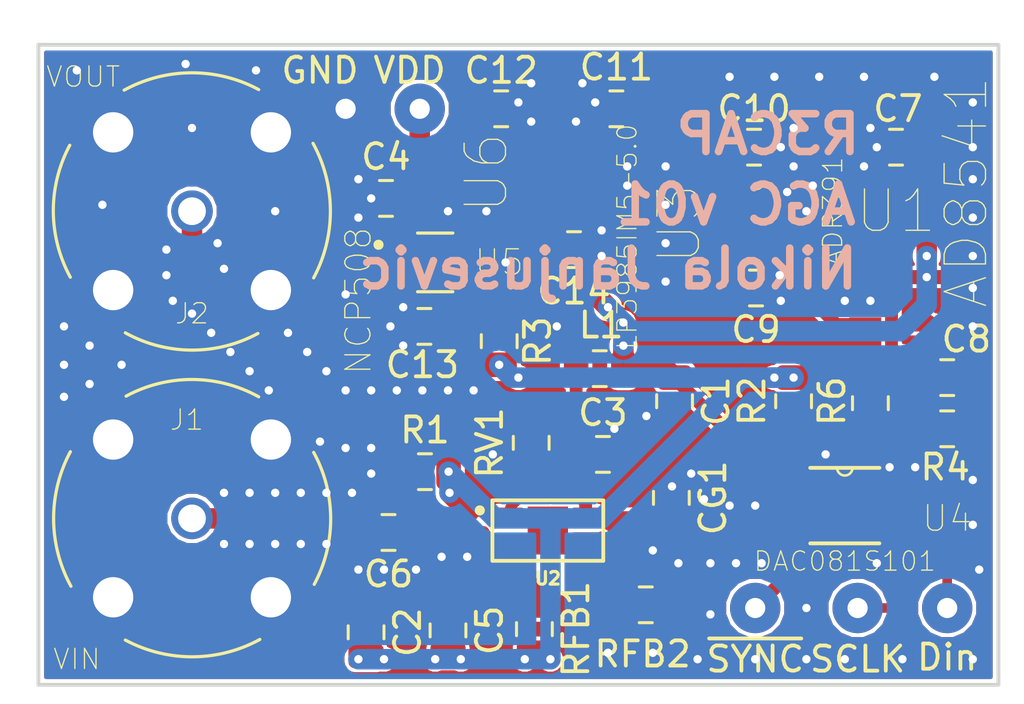
<source format=kicad_pcb>
(kicad_pcb (version 20171130) (host pcbnew 5.0.2-bee76a0~70~ubuntu18.04.1)

  (general
    (thickness 1.6)
    (drawings 7)
    (tracks 289)
    (zones 0)
    (modules 37)
    (nets 24)
  )

  (page A4)
  (layers
    (0 F.Cu signal)
    (31 B.Cu signal)
    (32 B.Adhes user)
    (33 F.Adhes user)
    (34 B.Paste user)
    (35 F.Paste user)
    (36 B.SilkS user)
    (37 F.SilkS user)
    (38 B.Mask user)
    (39 F.Mask user)
    (40 Dwgs.User user)
    (41 Cmts.User user)
    (42 Eco1.User user)
    (43 Eco2.User user)
    (44 Edge.Cuts user)
    (45 Margin user hide)
    (46 B.CrtYd user hide)
    (47 F.CrtYd user hide)
    (48 B.Fab user hide)
    (49 F.Fab user hide)
  )

  (setup
    (last_trace_width 0.508)
    (user_trace_width 0.1524)
    (user_trace_width 0.254)
    (user_trace_width 0.381)
    (user_trace_width 0.508)
    (user_trace_width 0.8128)
    (trace_clearance 0.1524)
    (zone_clearance 0.1524)
    (zone_45_only no)
    (trace_min 0.1524)
    (segment_width 0.2)
    (edge_width 0.15)
    (via_size 0.6858)
    (via_drill 0.3302)
    (via_min_size 0.6858)
    (via_min_drill 0.3302)
    (uvia_size 0.6858)
    (uvia_drill 0.3302)
    (uvias_allowed no)
    (uvia_min_size 0.2)
    (uvia_min_drill 0.1)
    (pcb_text_width 0.3)
    (pcb_text_size 1.5 1.5)
    (mod_edge_width 0.15)
    (mod_text_size 1 1)
    (mod_text_width 0.15)
    (pad_size 2.4 2.4)
    (pad_drill 1.6)
    (pad_to_mask_clearance 0.051)
    (solder_mask_min_width 0.25)
    (aux_axis_origin 0 0)
    (visible_elements FFFFFF7F)
    (pcbplotparams
      (layerselection 0x010f0_ffffffff)
      (usegerberextensions true)
      (usegerberattributes false)
      (usegerberadvancedattributes false)
      (creategerberjobfile false)
      (excludeedgelayer true)
      (linewidth 0.100000)
      (plotframeref false)
      (viasonmask false)
      (mode 1)
      (useauxorigin false)
      (hpglpennumber 1)
      (hpglpenspeed 20)
      (hpglpendiameter 15.000000)
      (psnegative false)
      (psa4output false)
      (plotreference true)
      (plotvalue true)
      (plotinvisibletext false)
      (padsonsilk false)
      (subtractmaskfromsilk false)
      (outputformat 1)
      (mirror false)
      (drillshape 0)
      (scaleselection 1)
      (outputdirectory "gerbs/"))
  )

  (net 0 "")
  (net 1 GND)
  (net 2 +5V)
  (net 3 VCOM)
  (net 4 "Net-(C3-Pad1)")
  (net 5 VDD)
  (net 6 "Net-(C6-Pad1)")
  (net 7 "Net-(C6-Pad2)")
  (net 8 "Net-(C8-Pad2)")
  (net 9 "Net-(C8-Pad1)")
  (net 10 2_5)
  (net 11 "Net-(C12-Pad2)")
  (net 12 "Net-(C13-Pad2)")
  (net 13 GAIN)
  (net 14 "Net-(J2-Pad1)")
  (net 15 "Net-(J5-Pad1)")
  (net 16 "Net-(J6-Pad1)")
  (net 17 "Net-(J7-Pad1)")
  (net 18 "Net-(R2-Pad1)")
  (net 19 "Net-(RFB1-Pad1)")
  (net 20 "Net-(RFB2-Pad2)")
  (net 21 "Net-(RV1-Pad1)")
  (net 22 "Net-(U4-Pad2)")
  (net 23 "Net-(U4-Pad3)")

  (net_class Default "This is the default net class."
    (clearance 0.1524)
    (trace_width 0.1524)
    (via_dia 0.6858)
    (via_drill 0.3302)
    (uvia_dia 0.6858)
    (uvia_drill 0.3302)
    (add_net +5V)
    (add_net 2_5)
    (add_net GAIN)
    (add_net GND)
    (add_net "Net-(C12-Pad2)")
    (add_net "Net-(C13-Pad2)")
    (add_net "Net-(C3-Pad1)")
    (add_net "Net-(C6-Pad1)")
    (add_net "Net-(C6-Pad2)")
    (add_net "Net-(C8-Pad1)")
    (add_net "Net-(C8-Pad2)")
    (add_net "Net-(J2-Pad1)")
    (add_net "Net-(J5-Pad1)")
    (add_net "Net-(J6-Pad1)")
    (add_net "Net-(J7-Pad1)")
    (add_net "Net-(R2-Pad1)")
    (add_net "Net-(RFB1-Pad1)")
    (add_net "Net-(RFB2-Pad2)")
    (add_net "Net-(RV1-Pad1)")
    (add_net "Net-(U4-Pad2)")
    (add_net "Net-(U4-Pad3)")
    (add_net VCOM)
    (add_net VDD)
  )

  (module Capacitor_SMD:C_0805_2012Metric (layer F.Cu) (tedit 5B36C52B) (tstamp 5CC14E3E)
    (at 97.8916 139.1135 270)
    (descr "Capacitor SMD 0805 (2012 Metric), square (rectangular) end terminal, IPC_7351 nominal, (Body size source: https://docs.google.com/spreadsheets/d/1BsfQQcO9C6DZCsRaXUlFlo91Tg2WpOkGARC1WS5S8t0/edit?usp=sharing), generated with kicad-footprint-generator")
    (tags capacitor)
    (path /5C7C4441)
    (attr smd)
    (fp_text reference C1 (at 0 -1.65 270) (layer F.SilkS)
      (effects (font (size 1 1) (thickness 0.15)))
    )
    (fp_text value 10u (at 0 1.65 270) (layer F.Fab)
      (effects (font (size 1 1) (thickness 0.15)))
    )
    (fp_text user %R (at 0 0 270) (layer F.Fab)
      (effects (font (size 0.5 0.5) (thickness 0.08)))
    )
    (fp_line (start 1.68 0.95) (end -1.68 0.95) (layer F.CrtYd) (width 0.05))
    (fp_line (start 1.68 -0.95) (end 1.68 0.95) (layer F.CrtYd) (width 0.05))
    (fp_line (start -1.68 -0.95) (end 1.68 -0.95) (layer F.CrtYd) (width 0.05))
    (fp_line (start -1.68 0.95) (end -1.68 -0.95) (layer F.CrtYd) (width 0.05))
    (fp_line (start -0.258578 0.71) (end 0.258578 0.71) (layer F.SilkS) (width 0.12))
    (fp_line (start -0.258578 -0.71) (end 0.258578 -0.71) (layer F.SilkS) (width 0.12))
    (fp_line (start 1 0.6) (end -1 0.6) (layer F.Fab) (width 0.1))
    (fp_line (start 1 -0.6) (end 1 0.6) (layer F.Fab) (width 0.1))
    (fp_line (start -1 -0.6) (end 1 -0.6) (layer F.Fab) (width 0.1))
    (fp_line (start -1 0.6) (end -1 -0.6) (layer F.Fab) (width 0.1))
    (pad 2 smd roundrect (at 0.9375 0 270) (size 0.975 1.4) (layers F.Cu F.Paste F.Mask) (roundrect_rratio 0.25)
      (net 1 GND))
    (pad 1 smd roundrect (at -0.9375 0 270) (size 0.975 1.4) (layers F.Cu F.Paste F.Mask) (roundrect_rratio 0.25)
      (net 2 +5V))
    (model ${KISYS3DMOD}/Capacitor_SMD.3dshapes/C_0805_2012Metric.wrl
      (at (xyz 0 0 0))
      (scale (xyz 1 1 1))
      (rotate (xyz 0 0 0))
    )
  )

  (module Capacitor_SMD:C_0805_2012Metric (layer F.Cu) (tedit 5B36C52B) (tstamp 5CC14E4F)
    (at 85.6488 148.2852 270)
    (descr "Capacitor SMD 0805 (2012 Metric), square (rectangular) end terminal, IPC_7351 nominal, (Body size source: https://docs.google.com/spreadsheets/d/1BsfQQcO9C6DZCsRaXUlFlo91Tg2WpOkGARC1WS5S8t0/edit?usp=sharing), generated with kicad-footprint-generator")
    (tags capacitor)
    (path /5C78D6D0)
    (attr smd)
    (fp_text reference C2 (at 0 -1.65 270) (layer F.SilkS)
      (effects (font (size 1 1) (thickness 0.15)))
    )
    (fp_text value 1u (at 0 1.65 270) (layer F.Fab)
      (effects (font (size 1 1) (thickness 0.15)))
    )
    (fp_line (start -1 0.6) (end -1 -0.6) (layer F.Fab) (width 0.1))
    (fp_line (start -1 -0.6) (end 1 -0.6) (layer F.Fab) (width 0.1))
    (fp_line (start 1 -0.6) (end 1 0.6) (layer F.Fab) (width 0.1))
    (fp_line (start 1 0.6) (end -1 0.6) (layer F.Fab) (width 0.1))
    (fp_line (start -0.258578 -0.71) (end 0.258578 -0.71) (layer F.SilkS) (width 0.12))
    (fp_line (start -0.258578 0.71) (end 0.258578 0.71) (layer F.SilkS) (width 0.12))
    (fp_line (start -1.68 0.95) (end -1.68 -0.95) (layer F.CrtYd) (width 0.05))
    (fp_line (start -1.68 -0.95) (end 1.68 -0.95) (layer F.CrtYd) (width 0.05))
    (fp_line (start 1.68 -0.95) (end 1.68 0.95) (layer F.CrtYd) (width 0.05))
    (fp_line (start 1.68 0.95) (end -1.68 0.95) (layer F.CrtYd) (width 0.05))
    (fp_text user %R (at 0 0 270) (layer F.Fab)
      (effects (font (size 0.5 0.5) (thickness 0.08)))
    )
    (pad 1 smd roundrect (at -0.9375 0 270) (size 0.975 1.4) (layers F.Cu F.Paste F.Mask) (roundrect_rratio 0.25)
      (net 1 GND))
    (pad 2 smd roundrect (at 0.9375 0 270) (size 0.975 1.4) (layers F.Cu F.Paste F.Mask) (roundrect_rratio 0.25)
      (net 3 VCOM))
    (model ${KISYS3DMOD}/Capacitor_SMD.3dshapes/C_0805_2012Metric.wrl
      (at (xyz 0 0 0))
      (scale (xyz 1 1 1))
      (rotate (xyz 0 0 0))
    )
  )

  (module Capacitor_SMD:C_0805_2012Metric (layer F.Cu) (tedit 5B36C52B) (tstamp 5CC14E60)
    (at 95.0491 141.224)
    (descr "Capacitor SMD 0805 (2012 Metric), square (rectangular) end terminal, IPC_7351 nominal, (Body size source: https://docs.google.com/spreadsheets/d/1BsfQQcO9C6DZCsRaXUlFlo91Tg2WpOkGARC1WS5S8t0/edit?usp=sharing), generated with kicad-footprint-generator")
    (tags capacitor)
    (path /5C79E669)
    (attr smd)
    (fp_text reference C3 (at 0 -1.65) (layer F.SilkS)
      (effects (font (size 1 1) (thickness 0.15)))
    )
    (fp_text value 0.1u (at 0 1.65) (layer F.Fab)
      (effects (font (size 1 1) (thickness 0.15)))
    )
    (fp_text user %R (at 0 0) (layer F.Fab)
      (effects (font (size 0.5 0.5) (thickness 0.08)))
    )
    (fp_line (start 1.68 0.95) (end -1.68 0.95) (layer F.CrtYd) (width 0.05))
    (fp_line (start 1.68 -0.95) (end 1.68 0.95) (layer F.CrtYd) (width 0.05))
    (fp_line (start -1.68 -0.95) (end 1.68 -0.95) (layer F.CrtYd) (width 0.05))
    (fp_line (start -1.68 0.95) (end -1.68 -0.95) (layer F.CrtYd) (width 0.05))
    (fp_line (start -0.258578 0.71) (end 0.258578 0.71) (layer F.SilkS) (width 0.12))
    (fp_line (start -0.258578 -0.71) (end 0.258578 -0.71) (layer F.SilkS) (width 0.12))
    (fp_line (start 1 0.6) (end -1 0.6) (layer F.Fab) (width 0.1))
    (fp_line (start 1 -0.6) (end 1 0.6) (layer F.Fab) (width 0.1))
    (fp_line (start -1 -0.6) (end 1 -0.6) (layer F.Fab) (width 0.1))
    (fp_line (start -1 0.6) (end -1 -0.6) (layer F.Fab) (width 0.1))
    (pad 2 smd roundrect (at 0.9375 0) (size 0.975 1.4) (layers F.Cu F.Paste F.Mask) (roundrect_rratio 0.25)
      (net 1 GND))
    (pad 1 smd roundrect (at -0.9375 0) (size 0.975 1.4) (layers F.Cu F.Paste F.Mask) (roundrect_rratio 0.25)
      (net 4 "Net-(C3-Pad1)"))
    (model ${KISYS3DMOD}/Capacitor_SMD.3dshapes/C_0805_2012Metric.wrl
      (at (xyz 0 0 0))
      (scale (xyz 1 1 1))
      (rotate (xyz 0 0 0))
    )
  )

  (module Capacitor_SMD:C_0805_2012Metric (layer F.Cu) (tedit 5B36C52B) (tstamp 5CC14E71)
    (at 86.4385 131.064)
    (descr "Capacitor SMD 0805 (2012 Metric), square (rectangular) end terminal, IPC_7351 nominal, (Body size source: https://docs.google.com/spreadsheets/d/1BsfQQcO9C6DZCsRaXUlFlo91Tg2WpOkGARC1WS5S8t0/edit?usp=sharing), generated with kicad-footprint-generator")
    (tags capacitor)
    (path /5C7F3489)
    (attr smd)
    (fp_text reference C4 (at 0 -1.65) (layer F.SilkS)
      (effects (font (size 1 1) (thickness 0.15)))
    )
    (fp_text value 2.2u (at 0 1.65) (layer F.Fab)
      (effects (font (size 1 1) (thickness 0.15)))
    )
    (fp_line (start -1 0.6) (end -1 -0.6) (layer F.Fab) (width 0.1))
    (fp_line (start -1 -0.6) (end 1 -0.6) (layer F.Fab) (width 0.1))
    (fp_line (start 1 -0.6) (end 1 0.6) (layer F.Fab) (width 0.1))
    (fp_line (start 1 0.6) (end -1 0.6) (layer F.Fab) (width 0.1))
    (fp_line (start -0.258578 -0.71) (end 0.258578 -0.71) (layer F.SilkS) (width 0.12))
    (fp_line (start -0.258578 0.71) (end 0.258578 0.71) (layer F.SilkS) (width 0.12))
    (fp_line (start -1.68 0.95) (end -1.68 -0.95) (layer F.CrtYd) (width 0.05))
    (fp_line (start -1.68 -0.95) (end 1.68 -0.95) (layer F.CrtYd) (width 0.05))
    (fp_line (start 1.68 -0.95) (end 1.68 0.95) (layer F.CrtYd) (width 0.05))
    (fp_line (start 1.68 0.95) (end -1.68 0.95) (layer F.CrtYd) (width 0.05))
    (fp_text user %R (at 0 0) (layer F.Fab)
      (effects (font (size 0.5 0.5) (thickness 0.08)))
    )
    (pad 1 smd roundrect (at -0.9375 0) (size 0.975 1.4) (layers F.Cu F.Paste F.Mask) (roundrect_rratio 0.25)
      (net 1 GND))
    (pad 2 smd roundrect (at 0.9375 0) (size 0.975 1.4) (layers F.Cu F.Paste F.Mask) (roundrect_rratio 0.25)
      (net 5 VDD))
    (model ${KISYS3DMOD}/Capacitor_SMD.3dshapes/C_0805_2012Metric.wrl
      (at (xyz 0 0 0))
      (scale (xyz 1 1 1))
      (rotate (xyz 0 0 0))
    )
  )

  (module Capacitor_SMD:C_0805_2012Metric (layer F.Cu) (tedit 5B36C52B) (tstamp 5CC14E82)
    (at 88.9 148.209 270)
    (descr "Capacitor SMD 0805 (2012 Metric), square (rectangular) end terminal, IPC_7351 nominal, (Body size source: https://docs.google.com/spreadsheets/d/1BsfQQcO9C6DZCsRaXUlFlo91Tg2WpOkGARC1WS5S8t0/edit?usp=sharing), generated with kicad-footprint-generator")
    (tags capacitor)
    (path /5C78D502)
    (attr smd)
    (fp_text reference C5 (at 0 -1.65 270) (layer F.SilkS)
      (effects (font (size 1 1) (thickness 0.15)))
    )
    (fp_text value 0.1u (at 0 1.65 270) (layer F.Fab)
      (effects (font (size 1 1) (thickness 0.15)))
    )
    (fp_text user %R (at 0 0 270) (layer F.Fab)
      (effects (font (size 0.5 0.5) (thickness 0.08)))
    )
    (fp_line (start 1.68 0.95) (end -1.68 0.95) (layer F.CrtYd) (width 0.05))
    (fp_line (start 1.68 -0.95) (end 1.68 0.95) (layer F.CrtYd) (width 0.05))
    (fp_line (start -1.68 -0.95) (end 1.68 -0.95) (layer F.CrtYd) (width 0.05))
    (fp_line (start -1.68 0.95) (end -1.68 -0.95) (layer F.CrtYd) (width 0.05))
    (fp_line (start -0.258578 0.71) (end 0.258578 0.71) (layer F.SilkS) (width 0.12))
    (fp_line (start -0.258578 -0.71) (end 0.258578 -0.71) (layer F.SilkS) (width 0.12))
    (fp_line (start 1 0.6) (end -1 0.6) (layer F.Fab) (width 0.1))
    (fp_line (start 1 -0.6) (end 1 0.6) (layer F.Fab) (width 0.1))
    (fp_line (start -1 -0.6) (end 1 -0.6) (layer F.Fab) (width 0.1))
    (fp_line (start -1 0.6) (end -1 -0.6) (layer F.Fab) (width 0.1))
    (pad 2 smd roundrect (at 0.9375 0 270) (size 0.975 1.4) (layers F.Cu F.Paste F.Mask) (roundrect_rratio 0.25)
      (net 3 VCOM))
    (pad 1 smd roundrect (at -0.9375 0 270) (size 0.975 1.4) (layers F.Cu F.Paste F.Mask) (roundrect_rratio 0.25)
      (net 1 GND))
    (model ${KISYS3DMOD}/Capacitor_SMD.3dshapes/C_0805_2012Metric.wrl
      (at (xyz 0 0 0))
      (scale (xyz 1 1 1))
      (rotate (xyz 0 0 0))
    )
  )

  (module Capacitor_SMD:C_0805_2012Metric (layer F.Cu) (tedit 5B36C52B) (tstamp 5CC14E93)
    (at 86.5378 144.3228 180)
    (descr "Capacitor SMD 0805 (2012 Metric), square (rectangular) end terminal, IPC_7351 nominal, (Body size source: https://docs.google.com/spreadsheets/d/1BsfQQcO9C6DZCsRaXUlFlo91Tg2WpOkGARC1WS5S8t0/edit?usp=sharing), generated with kicad-footprint-generator")
    (tags capacitor)
    (path /5C78F5E6)
    (attr smd)
    (fp_text reference C6 (at 0 -1.65 180) (layer F.SilkS)
      (effects (font (size 1 1) (thickness 0.15)))
    )
    (fp_text value 0.1u (at 0 1.65 180) (layer F.Fab)
      (effects (font (size 1 1) (thickness 0.15)))
    )
    (fp_line (start -1 0.6) (end -1 -0.6) (layer F.Fab) (width 0.1))
    (fp_line (start -1 -0.6) (end 1 -0.6) (layer F.Fab) (width 0.1))
    (fp_line (start 1 -0.6) (end 1 0.6) (layer F.Fab) (width 0.1))
    (fp_line (start 1 0.6) (end -1 0.6) (layer F.Fab) (width 0.1))
    (fp_line (start -0.258578 -0.71) (end 0.258578 -0.71) (layer F.SilkS) (width 0.12))
    (fp_line (start -0.258578 0.71) (end 0.258578 0.71) (layer F.SilkS) (width 0.12))
    (fp_line (start -1.68 0.95) (end -1.68 -0.95) (layer F.CrtYd) (width 0.05))
    (fp_line (start -1.68 -0.95) (end 1.68 -0.95) (layer F.CrtYd) (width 0.05))
    (fp_line (start 1.68 -0.95) (end 1.68 0.95) (layer F.CrtYd) (width 0.05))
    (fp_line (start 1.68 0.95) (end -1.68 0.95) (layer F.CrtYd) (width 0.05))
    (fp_text user %R (at 0 0 180) (layer F.Fab)
      (effects (font (size 0.5 0.5) (thickness 0.08)))
    )
    (pad 1 smd roundrect (at -0.9375 0 180) (size 0.975 1.4) (layers F.Cu F.Paste F.Mask) (roundrect_rratio 0.25)
      (net 6 "Net-(C6-Pad1)"))
    (pad 2 smd roundrect (at 0.9375 0 180) (size 0.975 1.4) (layers F.Cu F.Paste F.Mask) (roundrect_rratio 0.25)
      (net 7 "Net-(C6-Pad2)"))
    (model ${KISYS3DMOD}/Capacitor_SMD.3dshapes/C_0805_2012Metric.wrl
      (at (xyz 0 0 0))
      (scale (xyz 1 1 1))
      (rotate (xyz 0 0 0))
    )
  )

  (module Capacitor_SMD:C_0805_2012Metric (layer F.Cu) (tedit 5B36C52B) (tstamp 5CC15781)
    (at 106.68 129.032 180)
    (descr "Capacitor SMD 0805 (2012 Metric), square (rectangular) end terminal, IPC_7351 nominal, (Body size source: https://docs.google.com/spreadsheets/d/1BsfQQcO9C6DZCsRaXUlFlo91Tg2WpOkGARC1WS5S8t0/edit?usp=sharing), generated with kicad-footprint-generator")
    (tags capacitor)
    (path /5C7B1682)
    (attr smd)
    (fp_text reference C7 (at -0.0785 1.524 180) (layer F.SilkS)
      (effects (font (size 1 1) (thickness 0.15)))
    )
    (fp_text value 0.1u (at 0 1.65 180) (layer F.Fab)
      (effects (font (size 1 1) (thickness 0.15)))
    )
    (fp_line (start -1 0.6) (end -1 -0.6) (layer F.Fab) (width 0.1))
    (fp_line (start -1 -0.6) (end 1 -0.6) (layer F.Fab) (width 0.1))
    (fp_line (start 1 -0.6) (end 1 0.6) (layer F.Fab) (width 0.1))
    (fp_line (start 1 0.6) (end -1 0.6) (layer F.Fab) (width 0.1))
    (fp_line (start -0.258578 -0.71) (end 0.258578 -0.71) (layer F.SilkS) (width 0.12))
    (fp_line (start -0.258578 0.71) (end 0.258578 0.71) (layer F.SilkS) (width 0.12))
    (fp_line (start -1.68 0.95) (end -1.68 -0.95) (layer F.CrtYd) (width 0.05))
    (fp_line (start -1.68 -0.95) (end 1.68 -0.95) (layer F.CrtYd) (width 0.05))
    (fp_line (start 1.68 -0.95) (end 1.68 0.95) (layer F.CrtYd) (width 0.05))
    (fp_line (start 1.68 0.95) (end -1.68 0.95) (layer F.CrtYd) (width 0.05))
    (fp_text user %R (at 0 0 180) (layer F.Fab)
      (effects (font (size 0.5 0.5) (thickness 0.08)))
    )
    (pad 1 smd roundrect (at -0.9375 0 180) (size 0.975 1.4) (layers F.Cu F.Paste F.Mask) (roundrect_rratio 0.25)
      (net 2 +5V))
    (pad 2 smd roundrect (at 0.9375 0 180) (size 0.975 1.4) (layers F.Cu F.Paste F.Mask) (roundrect_rratio 0.25)
      (net 1 GND))
    (model ${KISYS3DMOD}/Capacitor_SMD.3dshapes/C_0805_2012Metric.wrl
      (at (xyz 0 0 0))
      (scale (xyz 1 1 1))
      (rotate (xyz 0 0 0))
    )
  )

  (module Capacitor_SMD:C_0805_2012Metric (layer F.Cu) (tedit 5B36C52B) (tstamp 5CC15A26)
    (at 108.712 138.176 180)
    (descr "Capacitor SMD 0805 (2012 Metric), square (rectangular) end terminal, IPC_7351 nominal, (Body size source: https://docs.google.com/spreadsheets/d/1BsfQQcO9C6DZCsRaXUlFlo91Tg2WpOkGARC1WS5S8t0/edit?usp=sharing), generated with kicad-footprint-generator")
    (tags capacitor)
    (path /5C792600)
    (attr smd)
    (fp_text reference C8 (at -0.762 1.524) (layer F.SilkS)
      (effects (font (size 1 1) (thickness 0.15)))
    )
    (fp_text value 0.22u (at 0 1.65 180) (layer F.Fab)
      (effects (font (size 1 1) (thickness 0.15)))
    )
    (fp_text user %R (at 0 0 180) (layer F.Fab)
      (effects (font (size 0.5 0.5) (thickness 0.08)))
    )
    (fp_line (start 1.68 0.95) (end -1.68 0.95) (layer F.CrtYd) (width 0.05))
    (fp_line (start 1.68 -0.95) (end 1.68 0.95) (layer F.CrtYd) (width 0.05))
    (fp_line (start -1.68 -0.95) (end 1.68 -0.95) (layer F.CrtYd) (width 0.05))
    (fp_line (start -1.68 0.95) (end -1.68 -0.95) (layer F.CrtYd) (width 0.05))
    (fp_line (start -0.258578 0.71) (end 0.258578 0.71) (layer F.SilkS) (width 0.12))
    (fp_line (start -0.258578 -0.71) (end 0.258578 -0.71) (layer F.SilkS) (width 0.12))
    (fp_line (start 1 0.6) (end -1 0.6) (layer F.Fab) (width 0.1))
    (fp_line (start 1 -0.6) (end 1 0.6) (layer F.Fab) (width 0.1))
    (fp_line (start -1 -0.6) (end 1 -0.6) (layer F.Fab) (width 0.1))
    (fp_line (start -1 0.6) (end -1 -0.6) (layer F.Fab) (width 0.1))
    (pad 2 smd roundrect (at 0.9375 0 180) (size 0.975 1.4) (layers F.Cu F.Paste F.Mask) (roundrect_rratio 0.25)
      (net 8 "Net-(C8-Pad2)"))
    (pad 1 smd roundrect (at -0.9375 0 180) (size 0.975 1.4) (layers F.Cu F.Paste F.Mask) (roundrect_rratio 0.25)
      (net 9 "Net-(C8-Pad1)"))
    (model ${KISYS3DMOD}/Capacitor_SMD.3dshapes/C_0805_2012Metric.wrl
      (at (xyz 0 0 0))
      (scale (xyz 1 1 1))
      (rotate (xyz 0 0 0))
    )
  )

  (module Capacitor_SMD:C_0805_2012Metric (layer F.Cu) (tedit 5B36C52B) (tstamp 5CC14EC6)
    (at 101.1245 134.62 180)
    (descr "Capacitor SMD 0805 (2012 Metric), square (rectangular) end terminal, IPC_7351 nominal, (Body size source: https://docs.google.com/spreadsheets/d/1BsfQQcO9C6DZCsRaXUlFlo91Tg2WpOkGARC1WS5S8t0/edit?usp=sharing), generated with kicad-footprint-generator")
    (tags capacitor)
    (path /5C7AF024)
    (attr smd)
    (fp_text reference C9 (at 0 -1.65 180) (layer F.SilkS)
      (effects (font (size 1 1) (thickness 0.15)))
    )
    (fp_text value 0.1u (at 0 1.65 180) (layer F.Fab)
      (effects (font (size 1 1) (thickness 0.15)))
    )
    (fp_text user %R (at 0 0 180) (layer F.Fab)
      (effects (font (size 0.5 0.5) (thickness 0.08)))
    )
    (fp_line (start 1.68 0.95) (end -1.68 0.95) (layer F.CrtYd) (width 0.05))
    (fp_line (start 1.68 -0.95) (end 1.68 0.95) (layer F.CrtYd) (width 0.05))
    (fp_line (start -1.68 -0.95) (end 1.68 -0.95) (layer F.CrtYd) (width 0.05))
    (fp_line (start -1.68 0.95) (end -1.68 -0.95) (layer F.CrtYd) (width 0.05))
    (fp_line (start -0.258578 0.71) (end 0.258578 0.71) (layer F.SilkS) (width 0.12))
    (fp_line (start -0.258578 -0.71) (end 0.258578 -0.71) (layer F.SilkS) (width 0.12))
    (fp_line (start 1 0.6) (end -1 0.6) (layer F.Fab) (width 0.1))
    (fp_line (start 1 -0.6) (end 1 0.6) (layer F.Fab) (width 0.1))
    (fp_line (start -1 -0.6) (end 1 -0.6) (layer F.Fab) (width 0.1))
    (fp_line (start -1 0.6) (end -1 -0.6) (layer F.Fab) (width 0.1))
    (pad 2 smd roundrect (at 0.9375 0 180) (size 0.975 1.4) (layers F.Cu F.Paste F.Mask) (roundrect_rratio 0.25)
      (net 10 2_5))
    (pad 1 smd roundrect (at -0.9375 0 180) (size 0.975 1.4) (layers F.Cu F.Paste F.Mask) (roundrect_rratio 0.25)
      (net 1 GND))
    (model ${KISYS3DMOD}/Capacitor_SMD.3dshapes/C_0805_2012Metric.wrl
      (at (xyz 0 0 0))
      (scale (xyz 1 1 1))
      (rotate (xyz 0 0 0))
    )
  )

  (module Capacitor_SMD:C_0805_2012Metric (layer F.Cu) (tedit 5B36C52B) (tstamp 5CC17349)
    (at 101.046 129.032 180)
    (descr "Capacitor SMD 0805 (2012 Metric), square (rectangular) end terminal, IPC_7351 nominal, (Body size source: https://docs.google.com/spreadsheets/d/1BsfQQcO9C6DZCsRaXUlFlo91Tg2WpOkGARC1WS5S8t0/edit?usp=sharing), generated with kicad-footprint-generator")
    (tags capacitor)
    (path /5C7AC245)
    (attr smd)
    (fp_text reference C10 (at 0 1.524 180) (layer F.SilkS)
      (effects (font (size 1 1) (thickness 0.15)))
    )
    (fp_text value 0.1u (at 0 1.65 180) (layer F.Fab)
      (effects (font (size 1 1) (thickness 0.15)))
    )
    (fp_line (start -1 0.6) (end -1 -0.6) (layer F.Fab) (width 0.1))
    (fp_line (start -1 -0.6) (end 1 -0.6) (layer F.Fab) (width 0.1))
    (fp_line (start 1 -0.6) (end 1 0.6) (layer F.Fab) (width 0.1))
    (fp_line (start 1 0.6) (end -1 0.6) (layer F.Fab) (width 0.1))
    (fp_line (start -0.258578 -0.71) (end 0.258578 -0.71) (layer F.SilkS) (width 0.12))
    (fp_line (start -0.258578 0.71) (end 0.258578 0.71) (layer F.SilkS) (width 0.12))
    (fp_line (start -1.68 0.95) (end -1.68 -0.95) (layer F.CrtYd) (width 0.05))
    (fp_line (start -1.68 -0.95) (end 1.68 -0.95) (layer F.CrtYd) (width 0.05))
    (fp_line (start 1.68 -0.95) (end 1.68 0.95) (layer F.CrtYd) (width 0.05))
    (fp_line (start 1.68 0.95) (end -1.68 0.95) (layer F.CrtYd) (width 0.05))
    (fp_text user %R (at 0 0 180) (layer F.Fab)
      (effects (font (size 0.5 0.5) (thickness 0.08)))
    )
    (pad 1 smd roundrect (at -0.9375 0 180) (size 0.975 1.4) (layers F.Cu F.Paste F.Mask) (roundrect_rratio 0.25)
      (net 1 GND))
    (pad 2 smd roundrect (at 0.9375 0 180) (size 0.975 1.4) (layers F.Cu F.Paste F.Mask) (roundrect_rratio 0.25)
      (net 5 VDD))
    (model ${KISYS3DMOD}/Capacitor_SMD.3dshapes/C_0805_2012Metric.wrl
      (at (xyz 0 0 0))
      (scale (xyz 1 1 1))
      (rotate (xyz 0 0 0))
    )
  )

  (module Capacitor_SMD:C_0805_2012Metric (layer F.Cu) (tedit 5B36C52B) (tstamp 5CC14EE8)
    (at 95.5825 127.508)
    (descr "Capacitor SMD 0805 (2012 Metric), square (rectangular) end terminal, IPC_7351 nominal, (Body size source: https://docs.google.com/spreadsheets/d/1BsfQQcO9C6DZCsRaXUlFlo91Tg2WpOkGARC1WS5S8t0/edit?usp=sharing), generated with kicad-footprint-generator")
    (tags capacitor)
    (path /5C7BE6BA)
    (attr smd)
    (fp_text reference C11 (at 0 -1.65) (layer F.SilkS)
      (effects (font (size 1 1) (thickness 0.15)))
    )
    (fp_text value 2.2u (at 0 1.65) (layer F.Fab)
      (effects (font (size 1 1) (thickness 0.15)))
    )
    (fp_text user %R (at 0 0) (layer F.Fab)
      (effects (font (size 0.5 0.5) (thickness 0.08)))
    )
    (fp_line (start 1.68 0.95) (end -1.68 0.95) (layer F.CrtYd) (width 0.05))
    (fp_line (start 1.68 -0.95) (end 1.68 0.95) (layer F.CrtYd) (width 0.05))
    (fp_line (start -1.68 -0.95) (end 1.68 -0.95) (layer F.CrtYd) (width 0.05))
    (fp_line (start -1.68 0.95) (end -1.68 -0.95) (layer F.CrtYd) (width 0.05))
    (fp_line (start -0.258578 0.71) (end 0.258578 0.71) (layer F.SilkS) (width 0.12))
    (fp_line (start -0.258578 -0.71) (end 0.258578 -0.71) (layer F.SilkS) (width 0.12))
    (fp_line (start 1 0.6) (end -1 0.6) (layer F.Fab) (width 0.1))
    (fp_line (start 1 -0.6) (end 1 0.6) (layer F.Fab) (width 0.1))
    (fp_line (start -1 -0.6) (end 1 -0.6) (layer F.Fab) (width 0.1))
    (fp_line (start -1 0.6) (end -1 -0.6) (layer F.Fab) (width 0.1))
    (pad 2 smd roundrect (at 0.9375 0) (size 0.975 1.4) (layers F.Cu F.Paste F.Mask) (roundrect_rratio 0.25)
      (net 5 VDD))
    (pad 1 smd roundrect (at -0.9375 0) (size 0.975 1.4) (layers F.Cu F.Paste F.Mask) (roundrect_rratio 0.25)
      (net 1 GND))
    (model ${KISYS3DMOD}/Capacitor_SMD.3dshapes/C_0805_2012Metric.wrl
      (at (xyz 0 0 0))
      (scale (xyz 1 1 1))
      (rotate (xyz 0 0 0))
    )
  )

  (module Capacitor_SMD:C_0805_2012Metric (layer F.Cu) (tedit 5B36C52B) (tstamp 5CC14EF9)
    (at 91.0105 127.508 180)
    (descr "Capacitor SMD 0805 (2012 Metric), square (rectangular) end terminal, IPC_7351 nominal, (Body size source: https://docs.google.com/spreadsheets/d/1BsfQQcO9C6DZCsRaXUlFlo91Tg2WpOkGARC1WS5S8t0/edit?usp=sharing), generated with kicad-footprint-generator")
    (tags capacitor)
    (path /5C7D1E16)
    (attr smd)
    (fp_text reference C12 (at 0 1.524 180) (layer F.SilkS)
      (effects (font (size 1 1) (thickness 0.15)))
    )
    (fp_text value 0.1u (at 0 1.65 180) (layer F.Fab)
      (effects (font (size 1 1) (thickness 0.15)))
    )
    (fp_text user %R (at 0 0 180) (layer F.Fab)
      (effects (font (size 0.5 0.5) (thickness 0.08)))
    )
    (fp_line (start 1.68 0.95) (end -1.68 0.95) (layer F.CrtYd) (width 0.05))
    (fp_line (start 1.68 -0.95) (end 1.68 0.95) (layer F.CrtYd) (width 0.05))
    (fp_line (start -1.68 -0.95) (end 1.68 -0.95) (layer F.CrtYd) (width 0.05))
    (fp_line (start -1.68 0.95) (end -1.68 -0.95) (layer F.CrtYd) (width 0.05))
    (fp_line (start -0.258578 0.71) (end 0.258578 0.71) (layer F.SilkS) (width 0.12))
    (fp_line (start -0.258578 -0.71) (end 0.258578 -0.71) (layer F.SilkS) (width 0.12))
    (fp_line (start 1 0.6) (end -1 0.6) (layer F.Fab) (width 0.1))
    (fp_line (start 1 -0.6) (end 1 0.6) (layer F.Fab) (width 0.1))
    (fp_line (start -1 -0.6) (end 1 -0.6) (layer F.Fab) (width 0.1))
    (fp_line (start -1 0.6) (end -1 -0.6) (layer F.Fab) (width 0.1))
    (pad 2 smd roundrect (at 0.9375 0 180) (size 0.975 1.4) (layers F.Cu F.Paste F.Mask) (roundrect_rratio 0.25)
      (net 11 "Net-(C12-Pad2)"))
    (pad 1 smd roundrect (at -0.9375 0 180) (size 0.975 1.4) (layers F.Cu F.Paste F.Mask) (roundrect_rratio 0.25)
      (net 1 GND))
    (model ${KISYS3DMOD}/Capacitor_SMD.3dshapes/C_0805_2012Metric.wrl
      (at (xyz 0 0 0))
      (scale (xyz 1 1 1))
      (rotate (xyz 0 0 0))
    )
  )

  (module Capacitor_SMD:C_0805_2012Metric (layer F.Cu) (tedit 5B36C52B) (tstamp 5CC14F0A)
    (at 87.9625 136.144)
    (descr "Capacitor SMD 0805 (2012 Metric), square (rectangular) end terminal, IPC_7351 nominal, (Body size source: https://docs.google.com/spreadsheets/d/1BsfQQcO9C6DZCsRaXUlFlo91Tg2WpOkGARC1WS5S8t0/edit?usp=sharing), generated with kicad-footprint-generator")
    (tags capacitor)
    (path /5C7F3513)
    (attr smd)
    (fp_text reference C13 (at -0.0785 1.524) (layer F.SilkS)
      (effects (font (size 1 1) (thickness 0.15)))
    )
    (fp_text value 2.2u (at 0 1.65) (layer F.Fab)
      (effects (font (size 1 1) (thickness 0.15)))
    )
    (fp_line (start -1 0.6) (end -1 -0.6) (layer F.Fab) (width 0.1))
    (fp_line (start -1 -0.6) (end 1 -0.6) (layer F.Fab) (width 0.1))
    (fp_line (start 1 -0.6) (end 1 0.6) (layer F.Fab) (width 0.1))
    (fp_line (start 1 0.6) (end -1 0.6) (layer F.Fab) (width 0.1))
    (fp_line (start -0.258578 -0.71) (end 0.258578 -0.71) (layer F.SilkS) (width 0.12))
    (fp_line (start -0.258578 0.71) (end 0.258578 0.71) (layer F.SilkS) (width 0.12))
    (fp_line (start -1.68 0.95) (end -1.68 -0.95) (layer F.CrtYd) (width 0.05))
    (fp_line (start -1.68 -0.95) (end 1.68 -0.95) (layer F.CrtYd) (width 0.05))
    (fp_line (start 1.68 -0.95) (end 1.68 0.95) (layer F.CrtYd) (width 0.05))
    (fp_line (start 1.68 0.95) (end -1.68 0.95) (layer F.CrtYd) (width 0.05))
    (fp_text user %R (at 0 0) (layer F.Fab)
      (effects (font (size 0.5 0.5) (thickness 0.08)))
    )
    (pad 1 smd roundrect (at -0.9375 0) (size 0.975 1.4) (layers F.Cu F.Paste F.Mask) (roundrect_rratio 0.25)
      (net 1 GND))
    (pad 2 smd roundrect (at 0.9375 0) (size 0.975 1.4) (layers F.Cu F.Paste F.Mask) (roundrect_rratio 0.25)
      (net 12 "Net-(C13-Pad2)"))
    (model ${KISYS3DMOD}/Capacitor_SMD.3dshapes/C_0805_2012Metric.wrl
      (at (xyz 0 0 0))
      (scale (xyz 1 1 1))
      (rotate (xyz 0 0 0))
    )
  )

  (module Capacitor_SMD:C_0805_2012Metric (layer F.Cu) (tedit 5B36C52B) (tstamp 5CC14F1B)
    (at 93.9015 133.096 180)
    (descr "Capacitor SMD 0805 (2012 Metric), square (rectangular) end terminal, IPC_7351 nominal, (Body size source: https://docs.google.com/spreadsheets/d/1BsfQQcO9C6DZCsRaXUlFlo91Tg2WpOkGARC1WS5S8t0/edit?usp=sharing), generated with kicad-footprint-generator")
    (tags capacitor)
    (path /5C7BFE19)
    (attr smd)
    (fp_text reference C14 (at 0 -1.65 180) (layer F.SilkS)
      (effects (font (size 1 1) (thickness 0.15)))
    )
    (fp_text value 2.2u (at 0 1.65 180) (layer F.Fab)
      (effects (font (size 1 1) (thickness 0.15)))
    )
    (fp_line (start -1 0.6) (end -1 -0.6) (layer F.Fab) (width 0.1))
    (fp_line (start -1 -0.6) (end 1 -0.6) (layer F.Fab) (width 0.1))
    (fp_line (start 1 -0.6) (end 1 0.6) (layer F.Fab) (width 0.1))
    (fp_line (start 1 0.6) (end -1 0.6) (layer F.Fab) (width 0.1))
    (fp_line (start -0.258578 -0.71) (end 0.258578 -0.71) (layer F.SilkS) (width 0.12))
    (fp_line (start -0.258578 0.71) (end 0.258578 0.71) (layer F.SilkS) (width 0.12))
    (fp_line (start -1.68 0.95) (end -1.68 -0.95) (layer F.CrtYd) (width 0.05))
    (fp_line (start -1.68 -0.95) (end 1.68 -0.95) (layer F.CrtYd) (width 0.05))
    (fp_line (start 1.68 -0.95) (end 1.68 0.95) (layer F.CrtYd) (width 0.05))
    (fp_line (start 1.68 0.95) (end -1.68 0.95) (layer F.CrtYd) (width 0.05))
    (fp_text user %R (at 0 0 180) (layer F.Fab)
      (effects (font (size 0.5 0.5) (thickness 0.08)))
    )
    (pad 1 smd roundrect (at -0.9375 0 180) (size 0.975 1.4) (layers F.Cu F.Paste F.Mask) (roundrect_rratio 0.25)
      (net 1 GND))
    (pad 2 smd roundrect (at 0.9375 0 180) (size 0.975 1.4) (layers F.Cu F.Paste F.Mask) (roundrect_rratio 0.25)
      (net 2 +5V))
    (model ${KISYS3DMOD}/Capacitor_SMD.3dshapes/C_0805_2012Metric.wrl
      (at (xyz 0 0 0))
      (scale (xyz 1 1 1))
      (rotate (xyz 0 0 0))
    )
  )

  (module Capacitor_SMD:C_0805_2012Metric (layer F.Cu) (tedit 5B36C52B) (tstamp 5CC14F2C)
    (at 97.7646 142.9489 270)
    (descr "Capacitor SMD 0805 (2012 Metric), square (rectangular) end terminal, IPC_7351 nominal, (Body size source: https://docs.google.com/spreadsheets/d/1BsfQQcO9C6DZCsRaXUlFlo91Tg2WpOkGARC1WS5S8t0/edit?usp=sharing), generated with kicad-footprint-generator")
    (tags capacitor)
    (path /5C7905D0)
    (attr smd)
    (fp_text reference CG1 (at 0 -1.65 270) (layer F.SilkS)
      (effects (font (size 1 1) (thickness 0.15)))
    )
    (fp_text value 1nF (at 0 1.65 270) (layer F.Fab)
      (effects (font (size 1 1) (thickness 0.15)))
    )
    (fp_text user %R (at 0 0 270) (layer F.Fab)
      (effects (font (size 0.5 0.5) (thickness 0.08)))
    )
    (fp_line (start 1.68 0.95) (end -1.68 0.95) (layer F.CrtYd) (width 0.05))
    (fp_line (start 1.68 -0.95) (end 1.68 0.95) (layer F.CrtYd) (width 0.05))
    (fp_line (start -1.68 -0.95) (end 1.68 -0.95) (layer F.CrtYd) (width 0.05))
    (fp_line (start -1.68 0.95) (end -1.68 -0.95) (layer F.CrtYd) (width 0.05))
    (fp_line (start -0.258578 0.71) (end 0.258578 0.71) (layer F.SilkS) (width 0.12))
    (fp_line (start -0.258578 -0.71) (end 0.258578 -0.71) (layer F.SilkS) (width 0.12))
    (fp_line (start 1 0.6) (end -1 0.6) (layer F.Fab) (width 0.1))
    (fp_line (start 1 -0.6) (end 1 0.6) (layer F.Fab) (width 0.1))
    (fp_line (start -1 -0.6) (end 1 -0.6) (layer F.Fab) (width 0.1))
    (fp_line (start -1 0.6) (end -1 -0.6) (layer F.Fab) (width 0.1))
    (pad 2 smd roundrect (at 0.9375 0 270) (size 0.975 1.4) (layers F.Cu F.Paste F.Mask) (roundrect_rratio 0.25)
      (net 13 GAIN))
    (pad 1 smd roundrect (at -0.9375 0 270) (size 0.975 1.4) (layers F.Cu F.Paste F.Mask) (roundrect_rratio 0.25)
      (net 1 GND))
    (model ${KISYS3DMOD}/Capacitor_SMD.3dshapes/C_0805_2012Metric.wrl
      (at (xyz 0 0 0))
      (scale (xyz 1 1 1))
      (rotate (xyz 0 0 0))
    )
  )

  (module 5-1634503-1:TE_5-1634503-1 (layer F.Cu) (tedit 5C7C6F6C) (tstamp 5CC14F3C)
    (at 78.74 143.764)
    (path /5C78F997)
    (fp_text reference J1 (at -0.2032 -3.9116) (layer F.SilkS)
      (effects (font (size 0.800945 0.800945) (thickness 0.05)))
    )
    (fp_text value VIN (at -4.572 5.588) (layer F.SilkS)
      (effects (font (size 0.800157 0.800157) (thickness 0.05)))
    )
    (fp_circle (center 0 0) (end 5.5 0) (layer Dwgs.User) (width 0.127))
    (fp_circle (center 0 0) (end 5.8 0) (layer Eco1.User) (width 0.05))
    (fp_circle (center 0 0) (end 2.5 0) (layer Dwgs.User) (width 0.1524))
    (fp_arc (start -0.007374 -0.035408) (end 2.646 -4.827) (angle -57.4) (layer F.SilkS) (width 0.127))
    (fp_arc (start 0.110957 0.002129) (end -4.827 -2.646) (angle -56.9) (layer F.SilkS) (width 0.127))
    (fp_arc (start 0.002129 -0.110957) (end -2.646 4.827) (angle -56.9) (layer F.SilkS) (width 0.127))
    (fp_arc (start 0.01011 0.01935) (end 4.8514 2.6162) (angle -56.9) (layer F.SilkS) (width 0.127))
    (pad 1 thru_hole circle (at 0 0) (size 1.65 1.65) (drill 1.1) (layers *.Cu *.Mask)
      (net 7 "Net-(C6-Pad2)"))
    (pad 2 thru_hole circle (at -3.13 -3.13) (size 2.4 2.4) (drill 1.6) (layers *.Cu *.Mask)
      (net 1 GND))
    (pad 3 thru_hole circle (at 3.13 -3.13) (size 2.4 2.4) (drill 1.6) (layers *.Cu *.Mask)
      (net 1 GND))
    (pad 4 thru_hole circle (at 3.13 3.13) (size 2.4 2.4) (drill 1.6) (layers *.Cu *.Mask)
      (net 1 GND))
    (pad 5 thru_hole circle (at -3.13 3.13) (size 2.4 2.4) (drill 1.6) (layers *.Cu *.Mask)
      (net 1 GND))
  )

  (module 5-1634503-1:TE_5-1634503-1 (layer F.Cu) (tedit 5C7C6F53) (tstamp 5CC14F4C)
    (at 78.74 131.572 180)
    (path /5C7B4C65)
    (fp_text reference J2 (at 0 -4.064 180) (layer F.SilkS)
      (effects (font (size 0.800945 0.800945) (thickness 0.05)))
    )
    (fp_text value VOUT (at 4.318 5.334 180) (layer F.SilkS)
      (effects (font (size 0.800157 0.800157) (thickness 0.05)))
    )
    (fp_arc (start 0.01011 0.01935) (end 4.8514 2.6162) (angle -56.9) (layer F.SilkS) (width 0.127))
    (fp_arc (start 0.002129 -0.110957) (end -2.646 4.827) (angle -56.9) (layer F.SilkS) (width 0.127))
    (fp_arc (start 0.110957 0.002129) (end -4.827 -2.646) (angle -56.9) (layer F.SilkS) (width 0.127))
    (fp_arc (start -0.007374 -0.035408) (end 2.646 -4.827) (angle -57.4) (layer F.SilkS) (width 0.127))
    (fp_circle (center 0 0) (end 2.5 0) (layer Dwgs.User) (width 0.1524))
    (fp_circle (center 0 0) (end 5.8 0) (layer Eco1.User) (width 0.05))
    (fp_circle (center 0 0) (end 5.5 0) (layer Dwgs.User) (width 0.127))
    (pad 5 thru_hole circle (at -3.13 3.13 180) (size 2.4 2.4) (drill 1.6) (layers *.Cu *.Mask)
      (net 1 GND))
    (pad 4 thru_hole circle (at 3.13 3.13 180) (size 2.4 2.4) (drill 1.6) (layers *.Cu *.Mask)
      (net 1 GND))
    (pad 3 thru_hole circle (at 3.13 -3.13 180) (size 2.4 2.4) (drill 1.6) (layers *.Cu *.Mask)
      (net 1 GND))
    (pad 2 thru_hole circle (at -3.13 -3.13 180) (size 2.4 2.4) (drill 1.6) (layers *.Cu *.Mask)
      (net 1 GND))
    (pad 1 thru_hole circle (at 0 0 180) (size 1.65 1.65) (drill 1.1) (layers *.Cu *.Mask)
      (net 14 "Net-(J2-Pad1)"))
  )

  (module Connector_Wire:SolderWirePad_1x01_Drill0.8mm (layer F.Cu) (tedit 5C7C7569) (tstamp 5CC14F56)
    (at 84.836 127.508)
    (descr "Wire solder connection")
    (tags connector)
    (path /5C7D9D3E)
    (attr virtual)
    (fp_text reference GND (at -1.016 -1.524) (layer F.SilkS)
      (effects (font (size 1 1) (thickness 0.15)))
    )
    (fp_text value GND (at 0 2.54) (layer F.Fab)
      (effects (font (size 1 1) (thickness 0.15)))
    )
    (fp_line (start 1.5 1.5) (end -1.5 1.5) (layer F.CrtYd) (width 0.05))
    (fp_line (start 1.5 1.5) (end 1.5 -1.5) (layer F.CrtYd) (width 0.05))
    (fp_line (start -1.5 -1.5) (end -1.5 1.5) (layer F.CrtYd) (width 0.05))
    (fp_line (start -1.5 -1.5) (end 1.5 -1.5) (layer F.CrtYd) (width 0.05))
    (fp_text user %R (at 0 0) (layer F.Fab)
      (effects (font (size 1 1) (thickness 0.15)))
    )
    (pad 1 thru_hole circle (at 0 0) (size 1.99898 1.99898) (drill 0.8001) (layers *.Cu *.Mask)
      (net 1 GND))
  )

  (module Connector_Wire:SolderWirePad_1x01_Drill0.8mm (layer F.Cu) (tedit 5C7C756D) (tstamp 5CC1CD8B)
    (at 87.777702 127.508)
    (descr "Wire solder connection")
    (tags connector)
    (path /5C7D9E97)
    (attr virtual)
    (fp_text reference VDD (at -0.401702 -1.524) (layer F.SilkS)
      (effects (font (size 1 1) (thickness 0.15)))
    )
    (fp_text value VDD (at 0 2.54) (layer F.Fab)
      (effects (font (size 1 1) (thickness 0.15)))
    )
    (fp_text user %R (at 0 0) (layer F.Fab)
      (effects (font (size 1 1) (thickness 0.15)))
    )
    (fp_line (start -1.5 -1.5) (end 1.5 -1.5) (layer F.CrtYd) (width 0.05))
    (fp_line (start -1.5 -1.5) (end -1.5 1.5) (layer F.CrtYd) (width 0.05))
    (fp_line (start 1.5 1.5) (end 1.5 -1.5) (layer F.CrtYd) (width 0.05))
    (fp_line (start 1.5 1.5) (end -1.5 1.5) (layer F.CrtYd) (width 0.05))
    (pad 1 thru_hole circle (at 0 0) (size 1.99898 1.99898) (drill 0.8001) (layers *.Cu *.Mask)
      (net 5 VDD))
  )

  (module Connector_Wire:SolderWirePad_1x01_Drill0.8mm (layer F.Cu) (tedit 5C7C75EE) (tstamp 5CC14F6A)
    (at 101.092 147.32 180)
    (descr "Wire solder connection")
    (tags connector)
    (path /5C7C958D)
    (attr virtual)
    (fp_text reference ~SYNC (at 0 -2.032 180) (layer F.SilkS)
      (effects (font (size 1 1) (thickness 0.15)))
    )
    (fp_text value ~SYNC (at 0 2.54 180) (layer F.Fab)
      (effects (font (size 1 1) (thickness 0.15)))
    )
    (fp_line (start 1.5 1.5) (end -1.5 1.5) (layer F.CrtYd) (width 0.05))
    (fp_line (start 1.5 1.5) (end 1.5 -1.5) (layer F.CrtYd) (width 0.05))
    (fp_line (start -1.5 -1.5) (end -1.5 1.5) (layer F.CrtYd) (width 0.05))
    (fp_line (start -1.5 -1.5) (end 1.5 -1.5) (layer F.CrtYd) (width 0.05))
    (fp_text user %R (at 0 0 180) (layer F.Fab)
      (effects (font (size 1 1) (thickness 0.15)))
    )
    (pad 1 thru_hole circle (at 0 0 180) (size 1.99898 1.99898) (drill 0.8001) (layers *.Cu *.Mask)
      (net 15 "Net-(J5-Pad1)"))
  )

  (module Connector_Wire:SolderWirePad_1x01_Drill0.8mm (layer F.Cu) (tedit 5C7C75F5) (tstamp 5CC14F74)
    (at 105.156 147.32 180)
    (descr "Wire solder connection")
    (tags connector)
    (path /5C7C9873)
    (attr virtual)
    (fp_text reference SCLK (at 0 -2.032 180) (layer F.SilkS)
      (effects (font (size 1 1) (thickness 0.15)))
    )
    (fp_text value SCLK (at 0 2.54 180) (layer F.Fab)
      (effects (font (size 1 1) (thickness 0.15)))
    )
    (fp_text user %R (at 0 0 180) (layer F.Fab)
      (effects (font (size 1 1) (thickness 0.15)))
    )
    (fp_line (start -1.5 -1.5) (end 1.5 -1.5) (layer F.CrtYd) (width 0.05))
    (fp_line (start -1.5 -1.5) (end -1.5 1.5) (layer F.CrtYd) (width 0.05))
    (fp_line (start 1.5 1.5) (end 1.5 -1.5) (layer F.CrtYd) (width 0.05))
    (fp_line (start 1.5 1.5) (end -1.5 1.5) (layer F.CrtYd) (width 0.05))
    (pad 1 thru_hole circle (at 0 0 180) (size 1.99898 1.99898) (drill 0.8001) (layers *.Cu *.Mask)
      (net 16 "Net-(J6-Pad1)"))
  )

  (module Connector_Wire:SolderWirePad_1x01_Drill0.8mm (layer F.Cu) (tedit 5C7C75FC) (tstamp 5CC18AED)
    (at 108.712 147.32)
    (descr "Wire solder connection")
    (tags connector)
    (path /5C7C98D9)
    (attr virtual)
    (fp_text reference Din (at 0 1.9558) (layer F.SilkS)
      (effects (font (size 1 1) (thickness 0.15)))
    )
    (fp_text value Din (at 0 2.54) (layer F.Fab)
      (effects (font (size 1 1) (thickness 0.15)))
    )
    (fp_text user %R (at 0 0) (layer F.Fab)
      (effects (font (size 1 1) (thickness 0.15)))
    )
    (fp_line (start -1.5 -1.5) (end 1.5 -1.5) (layer F.CrtYd) (width 0.05))
    (fp_line (start -1.5 -1.5) (end -1.5 1.5) (layer F.CrtYd) (width 0.05))
    (fp_line (start 1.5 1.5) (end 1.5 -1.5) (layer F.CrtYd) (width 0.05))
    (fp_line (start 1.5 1.5) (end -1.5 1.5) (layer F.CrtYd) (width 0.05))
    (pad 1 thru_hole circle (at 0 0) (size 1.99898 1.99898) (drill 0.8001) (layers *.Cu *.Mask)
      (net 17 "Net-(J7-Pad1)"))
  )

  (module Capacitor_SMD:C_0805_2012Metric (layer F.Cu) (tedit 5B36C52B) (tstamp 5CC1831C)
    (at 94.9221 137.8204 180)
    (descr "Capacitor SMD 0805 (2012 Metric), square (rectangular) end terminal, IPC_7351 nominal, (Body size source: https://docs.google.com/spreadsheets/d/1BsfQQcO9C6DZCsRaXUlFlo91Tg2WpOkGARC1WS5S8t0/edit?usp=sharing), generated with kicad-footprint-generator")
    (tags capacitor)
    (path /5C79E535)
    (attr smd)
    (fp_text reference L1 (at -0.0531 1.7272 180) (layer F.SilkS)
      (effects (font (size 1 1) (thickness 0.15)))
    )
    (fp_text value 120n (at 0 1.65 180) (layer F.Fab)
      (effects (font (size 1 1) (thickness 0.15)))
    )
    (fp_line (start -1 0.6) (end -1 -0.6) (layer F.Fab) (width 0.1))
    (fp_line (start -1 -0.6) (end 1 -0.6) (layer F.Fab) (width 0.1))
    (fp_line (start 1 -0.6) (end 1 0.6) (layer F.Fab) (width 0.1))
    (fp_line (start 1 0.6) (end -1 0.6) (layer F.Fab) (width 0.1))
    (fp_line (start -0.258578 -0.71) (end 0.258578 -0.71) (layer F.SilkS) (width 0.12))
    (fp_line (start -0.258578 0.71) (end 0.258578 0.71) (layer F.SilkS) (width 0.12))
    (fp_line (start -1.68 0.95) (end -1.68 -0.95) (layer F.CrtYd) (width 0.05))
    (fp_line (start -1.68 -0.95) (end 1.68 -0.95) (layer F.CrtYd) (width 0.05))
    (fp_line (start 1.68 -0.95) (end 1.68 0.95) (layer F.CrtYd) (width 0.05))
    (fp_line (start 1.68 0.95) (end -1.68 0.95) (layer F.CrtYd) (width 0.05))
    (fp_text user %R (at 0 0 180) (layer F.Fab)
      (effects (font (size 0.5 0.5) (thickness 0.08)))
    )
    (pad 1 smd roundrect (at -0.9375 0 180) (size 0.975 1.4) (layers F.Cu F.Paste F.Mask) (roundrect_rratio 0.25)
      (net 2 +5V))
    (pad 2 smd roundrect (at 0.9375 0 180) (size 0.975 1.4) (layers F.Cu F.Paste F.Mask) (roundrect_rratio 0.25)
      (net 4 "Net-(C3-Pad1)"))
    (model ${KISYS3DMOD}/Capacitor_SMD.3dshapes/C_0805_2012Metric.wrl
      (at (xyz 0 0 0))
      (scale (xyz 1 1 1))
      (rotate (xyz 0 0 0))
    )
  )

  (module Capacitor_SMD:C_0805_2012Metric (layer F.Cu) (tedit 5B36C52B) (tstamp 5CC14FA0)
    (at 87.9856 141.9098)
    (descr "Capacitor SMD 0805 (2012 Metric), square (rectangular) end terminal, IPC_7351 nominal, (Body size source: https://docs.google.com/spreadsheets/d/1BsfQQcO9C6DZCsRaXUlFlo91Tg2WpOkGARC1WS5S8t0/edit?usp=sharing), generated with kicad-footprint-generator")
    (tags capacitor)
    (path /5C78F278)
    (attr smd)
    (fp_text reference R1 (at 0 -1.65) (layer F.SilkS)
      (effects (font (size 1 1) (thickness 0.15)))
    )
    (fp_text value 49.9 (at 0 1.65) (layer F.Fab)
      (effects (font (size 1 1) (thickness 0.15)))
    )
    (fp_text user %R (at 0 0) (layer F.Fab)
      (effects (font (size 0.5 0.5) (thickness 0.08)))
    )
    (fp_line (start 1.68 0.95) (end -1.68 0.95) (layer F.CrtYd) (width 0.05))
    (fp_line (start 1.68 -0.95) (end 1.68 0.95) (layer F.CrtYd) (width 0.05))
    (fp_line (start -1.68 -0.95) (end 1.68 -0.95) (layer F.CrtYd) (width 0.05))
    (fp_line (start -1.68 0.95) (end -1.68 -0.95) (layer F.CrtYd) (width 0.05))
    (fp_line (start -0.258578 0.71) (end 0.258578 0.71) (layer F.SilkS) (width 0.12))
    (fp_line (start -0.258578 -0.71) (end 0.258578 -0.71) (layer F.SilkS) (width 0.12))
    (fp_line (start 1 0.6) (end -1 0.6) (layer F.Fab) (width 0.1))
    (fp_line (start 1 -0.6) (end 1 0.6) (layer F.Fab) (width 0.1))
    (fp_line (start -1 -0.6) (end 1 -0.6) (layer F.Fab) (width 0.1))
    (fp_line (start -1 0.6) (end -1 -0.6) (layer F.Fab) (width 0.1))
    (pad 2 smd roundrect (at 0.9375 0) (size 0.975 1.4) (layers F.Cu F.Paste F.Mask) (roundrect_rratio 0.25)
      (net 3 VCOM))
    (pad 1 smd roundrect (at -0.9375 0) (size 0.975 1.4) (layers F.Cu F.Paste F.Mask) (roundrect_rratio 0.25)
      (net 6 "Net-(C6-Pad1)"))
    (model ${KISYS3DMOD}/Capacitor_SMD.3dshapes/C_0805_2012Metric.wrl
      (at (xyz 0 0 0))
      (scale (xyz 1 1 1))
      (rotate (xyz 0 0 0))
    )
  )

  (module Capacitor_SMD:C_0805_2012Metric (layer F.Cu) (tedit 5B36C52B) (tstamp 5CC14FB1)
    (at 102.616 139.1135 90)
    (descr "Capacitor SMD 0805 (2012 Metric), square (rectangular) end terminal, IPC_7351 nominal, (Body size source: https://docs.google.com/spreadsheets/d/1BsfQQcO9C6DZCsRaXUlFlo91Tg2WpOkGARC1WS5S8t0/edit?usp=sharing), generated with kicad-footprint-generator")
    (tags capacitor)
    (path /5C7B773E)
    (attr smd)
    (fp_text reference R2 (at 0 -1.65 90) (layer F.SilkS)
      (effects (font (size 1 1) (thickness 0.15)))
    )
    (fp_text value 0 (at 0 1.65 90) (layer F.Fab)
      (effects (font (size 1 1) (thickness 0.15)))
    )
    (fp_line (start -1 0.6) (end -1 -0.6) (layer F.Fab) (width 0.1))
    (fp_line (start -1 -0.6) (end 1 -0.6) (layer F.Fab) (width 0.1))
    (fp_line (start 1 -0.6) (end 1 0.6) (layer F.Fab) (width 0.1))
    (fp_line (start 1 0.6) (end -1 0.6) (layer F.Fab) (width 0.1))
    (fp_line (start -0.258578 -0.71) (end 0.258578 -0.71) (layer F.SilkS) (width 0.12))
    (fp_line (start -0.258578 0.71) (end 0.258578 0.71) (layer F.SilkS) (width 0.12))
    (fp_line (start -1.68 0.95) (end -1.68 -0.95) (layer F.CrtYd) (width 0.05))
    (fp_line (start -1.68 -0.95) (end 1.68 -0.95) (layer F.CrtYd) (width 0.05))
    (fp_line (start 1.68 -0.95) (end 1.68 0.95) (layer F.CrtYd) (width 0.05))
    (fp_line (start 1.68 0.95) (end -1.68 0.95) (layer F.CrtYd) (width 0.05))
    (fp_text user %R (at 0 0 90) (layer F.Fab)
      (effects (font (size 0.5 0.5) (thickness 0.08)))
    )
    (pad 1 smd roundrect (at -0.9375 0 90) (size 0.975 1.4) (layers F.Cu F.Paste F.Mask) (roundrect_rratio 0.25)
      (net 18 "Net-(R2-Pad1)"))
    (pad 2 smd roundrect (at 0.9375 0 90) (size 0.975 1.4) (layers F.Cu F.Paste F.Mask) (roundrect_rratio 0.25)
      (net 3 VCOM))
    (model ${KISYS3DMOD}/Capacitor_SMD.3dshapes/C_0805_2012Metric.wrl
      (at (xyz 0 0 0))
      (scale (xyz 1 1 1))
      (rotate (xyz 0 0 0))
    )
  )

  (module Capacitor_SMD:C_0805_2012Metric (layer F.Cu) (tedit 5B36C52B) (tstamp 5CC14FC2)
    (at 90.932 136.7305 270)
    (descr "Capacitor SMD 0805 (2012 Metric), square (rectangular) end terminal, IPC_7351 nominal, (Body size source: https://docs.google.com/spreadsheets/d/1BsfQQcO9C6DZCsRaXUlFlo91Tg2WpOkGARC1WS5S8t0/edit?usp=sharing), generated with kicad-footprint-generator")
    (tags capacitor)
    (path /5C797BF4)
    (attr smd)
    (fp_text reference R3 (at 0 -1.524 270) (layer F.SilkS)
      (effects (font (size 1 1) (thickness 0.15)))
    )
    (fp_text value 0 (at 0 1.65 270) (layer F.Fab)
      (effects (font (size 1 1) (thickness 0.15)))
    )
    (fp_text user %R (at 0 0 270) (layer F.Fab)
      (effects (font (size 0.5 0.5) (thickness 0.08)))
    )
    (fp_line (start 1.68 0.95) (end -1.68 0.95) (layer F.CrtYd) (width 0.05))
    (fp_line (start 1.68 -0.95) (end 1.68 0.95) (layer F.CrtYd) (width 0.05))
    (fp_line (start -1.68 -0.95) (end 1.68 -0.95) (layer F.CrtYd) (width 0.05))
    (fp_line (start -1.68 0.95) (end -1.68 -0.95) (layer F.CrtYd) (width 0.05))
    (fp_line (start -0.258578 0.71) (end 0.258578 0.71) (layer F.SilkS) (width 0.12))
    (fp_line (start -0.258578 -0.71) (end 0.258578 -0.71) (layer F.SilkS) (width 0.12))
    (fp_line (start 1 0.6) (end -1 0.6) (layer F.Fab) (width 0.1))
    (fp_line (start 1 -0.6) (end 1 0.6) (layer F.Fab) (width 0.1))
    (fp_line (start -1 -0.6) (end 1 -0.6) (layer F.Fab) (width 0.1))
    (fp_line (start -1 0.6) (end -1 -0.6) (layer F.Fab) (width 0.1))
    (pad 2 smd roundrect (at 0.9375 0 270) (size 0.975 1.4) (layers F.Cu F.Paste F.Mask) (roundrect_rratio 0.25)
      (net 3 VCOM))
    (pad 1 smd roundrect (at -0.9375 0 270) (size 0.975 1.4) (layers F.Cu F.Paste F.Mask) (roundrect_rratio 0.25)
      (net 12 "Net-(C13-Pad2)"))
    (model ${KISYS3DMOD}/Capacitor_SMD.3dshapes/C_0805_2012Metric.wrl
      (at (xyz 0 0 0))
      (scale (xyz 1 1 1))
      (rotate (xyz 0 0 0))
    )
  )

  (module Capacitor_SMD:C_0805_2012Metric (layer F.Cu) (tedit 5B36C52B) (tstamp 5CC14FD3)
    (at 108.712 140.208)
    (descr "Capacitor SMD 0805 (2012 Metric), square (rectangular) end terminal, IPC_7351 nominal, (Body size source: https://docs.google.com/spreadsheets/d/1BsfQQcO9C6DZCsRaXUlFlo91Tg2WpOkGARC1WS5S8t0/edit?usp=sharing), generated with kicad-footprint-generator")
    (tags capacitor)
    (path /5C792F4F)
    (attr smd)
    (fp_text reference R4 (at -0.0785 1.524) (layer F.SilkS)
      (effects (font (size 1 1) (thickness 0.15)))
    )
    (fp_text value 10k (at 0 1.65) (layer F.Fab)
      (effects (font (size 1 1) (thickness 0.15)))
    )
    (fp_line (start -1 0.6) (end -1 -0.6) (layer F.Fab) (width 0.1))
    (fp_line (start -1 -0.6) (end 1 -0.6) (layer F.Fab) (width 0.1))
    (fp_line (start 1 -0.6) (end 1 0.6) (layer F.Fab) (width 0.1))
    (fp_line (start 1 0.6) (end -1 0.6) (layer F.Fab) (width 0.1))
    (fp_line (start -0.258578 -0.71) (end 0.258578 -0.71) (layer F.SilkS) (width 0.12))
    (fp_line (start -0.258578 0.71) (end 0.258578 0.71) (layer F.SilkS) (width 0.12))
    (fp_line (start -1.68 0.95) (end -1.68 -0.95) (layer F.CrtYd) (width 0.05))
    (fp_line (start -1.68 -0.95) (end 1.68 -0.95) (layer F.CrtYd) (width 0.05))
    (fp_line (start 1.68 -0.95) (end 1.68 0.95) (layer F.CrtYd) (width 0.05))
    (fp_line (start 1.68 0.95) (end -1.68 0.95) (layer F.CrtYd) (width 0.05))
    (fp_text user %R (at 0 0) (layer F.Fab)
      (effects (font (size 0.5 0.5) (thickness 0.08)))
    )
    (pad 1 smd roundrect (at -0.9375 0) (size 0.975 1.4) (layers F.Cu F.Paste F.Mask) (roundrect_rratio 0.25)
      (net 18 "Net-(R2-Pad1)"))
    (pad 2 smd roundrect (at 0.9375 0) (size 0.975 1.4) (layers F.Cu F.Paste F.Mask) (roundrect_rratio 0.25)
      (net 9 "Net-(C8-Pad1)"))
    (model ${KISYS3DMOD}/Capacitor_SMD.3dshapes/C_0805_2012Metric.wrl
      (at (xyz 0 0 0))
      (scale (xyz 1 1 1))
      (rotate (xyz 0 0 0))
    )
  )

  (module Capacitor_SMD:C_0805_2012Metric (layer F.Cu) (tedit 5B36C52B) (tstamp 5CC14FE4)
    (at 105.664 139.192 270)
    (descr "Capacitor SMD 0805 (2012 Metric), square (rectangular) end terminal, IPC_7351 nominal, (Body size source: https://docs.google.com/spreadsheets/d/1BsfQQcO9C6DZCsRaXUlFlo91Tg2WpOkGARC1WS5S8t0/edit?usp=sharing), generated with kicad-footprint-generator")
    (tags capacitor)
    (path /5C791E05)
    (attr smd)
    (fp_text reference R6 (at -0.0785 1.524 270) (layer F.SilkS)
      (effects (font (size 1 1) (thickness 0.15)))
    )
    (fp_text value 100 (at 0 1.65 270) (layer F.Fab)
      (effects (font (size 1 1) (thickness 0.15)))
    )
    (fp_line (start -1 0.6) (end -1 -0.6) (layer F.Fab) (width 0.1))
    (fp_line (start -1 -0.6) (end 1 -0.6) (layer F.Fab) (width 0.1))
    (fp_line (start 1 -0.6) (end 1 0.6) (layer F.Fab) (width 0.1))
    (fp_line (start 1 0.6) (end -1 0.6) (layer F.Fab) (width 0.1))
    (fp_line (start -0.258578 -0.71) (end 0.258578 -0.71) (layer F.SilkS) (width 0.12))
    (fp_line (start -0.258578 0.71) (end 0.258578 0.71) (layer F.SilkS) (width 0.12))
    (fp_line (start -1.68 0.95) (end -1.68 -0.95) (layer F.CrtYd) (width 0.05))
    (fp_line (start -1.68 -0.95) (end 1.68 -0.95) (layer F.CrtYd) (width 0.05))
    (fp_line (start 1.68 -0.95) (end 1.68 0.95) (layer F.CrtYd) (width 0.05))
    (fp_line (start 1.68 0.95) (end -1.68 0.95) (layer F.CrtYd) (width 0.05))
    (fp_text user %R (at 0 0 270) (layer F.Fab)
      (effects (font (size 0.5 0.5) (thickness 0.08)))
    )
    (pad 1 smd roundrect (at -0.9375 0 270) (size 0.975 1.4) (layers F.Cu F.Paste F.Mask) (roundrect_rratio 0.25)
      (net 8 "Net-(C8-Pad2)"))
    (pad 2 smd roundrect (at 0.9375 0 270) (size 0.975 1.4) (layers F.Cu F.Paste F.Mask) (roundrect_rratio 0.25)
      (net 18 "Net-(R2-Pad1)"))
    (model ${KISYS3DMOD}/Capacitor_SMD.3dshapes/C_0805_2012Metric.wrl
      (at (xyz 0 0 0))
      (scale (xyz 1 1 1))
      (rotate (xyz 0 0 0))
    )
  )

  (module Capacitor_SMD:C_0805_2012Metric (layer F.Cu) (tedit 5B36C52B) (tstamp 5CC14FF5)
    (at 92.329 148.1582 270)
    (descr "Capacitor SMD 0805 (2012 Metric), square (rectangular) end terminal, IPC_7351 nominal, (Body size source: https://docs.google.com/spreadsheets/d/1BsfQQcO9C6DZCsRaXUlFlo91Tg2WpOkGARC1WS5S8t0/edit?usp=sharing), generated with kicad-footprint-generator")
    (tags capacitor)
    (path /5C78D35F)
    (attr smd)
    (fp_text reference RFB1 (at 0 -1.65 270) (layer F.SilkS)
      (effects (font (size 1 1) (thickness 0.15)))
    )
    (fp_text value 100 (at 0 1.65 270) (layer F.Fab)
      (effects (font (size 1 1) (thickness 0.15)))
    )
    (fp_line (start -1 0.6) (end -1 -0.6) (layer F.Fab) (width 0.1))
    (fp_line (start -1 -0.6) (end 1 -0.6) (layer F.Fab) (width 0.1))
    (fp_line (start 1 -0.6) (end 1 0.6) (layer F.Fab) (width 0.1))
    (fp_line (start 1 0.6) (end -1 0.6) (layer F.Fab) (width 0.1))
    (fp_line (start -0.258578 -0.71) (end 0.258578 -0.71) (layer F.SilkS) (width 0.12))
    (fp_line (start -0.258578 0.71) (end 0.258578 0.71) (layer F.SilkS) (width 0.12))
    (fp_line (start -1.68 0.95) (end -1.68 -0.95) (layer F.CrtYd) (width 0.05))
    (fp_line (start -1.68 -0.95) (end 1.68 -0.95) (layer F.CrtYd) (width 0.05))
    (fp_line (start 1.68 -0.95) (end 1.68 0.95) (layer F.CrtYd) (width 0.05))
    (fp_line (start 1.68 0.95) (end -1.68 0.95) (layer F.CrtYd) (width 0.05))
    (fp_text user %R (at 0 0 270) (layer F.Fab)
      (effects (font (size 0.5 0.5) (thickness 0.08)))
    )
    (pad 1 smd roundrect (at -0.9375 0 270) (size 0.975 1.4) (layers F.Cu F.Paste F.Mask) (roundrect_rratio 0.25)
      (net 19 "Net-(RFB1-Pad1)"))
    (pad 2 smd roundrect (at 0.9375 0 270) (size 0.975 1.4) (layers F.Cu F.Paste F.Mask) (roundrect_rratio 0.25)
      (net 3 VCOM))
    (model ${KISYS3DMOD}/Capacitor_SMD.3dshapes/C_0805_2012Metric.wrl
      (at (xyz 0 0 0))
      (scale (xyz 1 1 1))
      (rotate (xyz 0 0 0))
    )
  )

  (module Capacitor_SMD:C_0805_2012Metric (layer F.Cu) (tedit 5B36C52B) (tstamp 5CC15006)
    (at 96.7486 147.193)
    (descr "Capacitor SMD 0805 (2012 Metric), square (rectangular) end terminal, IPC_7351 nominal, (Body size source: https://docs.google.com/spreadsheets/d/1BsfQQcO9C6DZCsRaXUlFlo91Tg2WpOkGARC1WS5S8t0/edit?usp=sharing), generated with kicad-footprint-generator")
    (tags capacitor)
    (path /5C78D2B8)
    (attr smd)
    (fp_text reference RFB2 (at -0.1247 1.9558) (layer F.SilkS)
      (effects (font (size 1 1) (thickness 0.15)))
    )
    (fp_text value 100 (at 0 1.65) (layer F.Fab)
      (effects (font (size 1 1) (thickness 0.15)))
    )
    (fp_text user %R (at 0 0) (layer F.Fab)
      (effects (font (size 0.5 0.5) (thickness 0.08)))
    )
    (fp_line (start 1.68 0.95) (end -1.68 0.95) (layer F.CrtYd) (width 0.05))
    (fp_line (start 1.68 -0.95) (end 1.68 0.95) (layer F.CrtYd) (width 0.05))
    (fp_line (start -1.68 -0.95) (end 1.68 -0.95) (layer F.CrtYd) (width 0.05))
    (fp_line (start -1.68 0.95) (end -1.68 -0.95) (layer F.CrtYd) (width 0.05))
    (fp_line (start -0.258578 0.71) (end 0.258578 0.71) (layer F.SilkS) (width 0.12))
    (fp_line (start -0.258578 -0.71) (end 0.258578 -0.71) (layer F.SilkS) (width 0.12))
    (fp_line (start 1 0.6) (end -1 0.6) (layer F.Fab) (width 0.1))
    (fp_line (start 1 -0.6) (end 1 0.6) (layer F.Fab) (width 0.1))
    (fp_line (start -1 -0.6) (end 1 -0.6) (layer F.Fab) (width 0.1))
    (fp_line (start -1 0.6) (end -1 -0.6) (layer F.Fab) (width 0.1))
    (pad 2 smd roundrect (at 0.9375 0) (size 0.975 1.4) (layers F.Cu F.Paste F.Mask) (roundrect_rratio 0.25)
      (net 20 "Net-(RFB2-Pad2)"))
    (pad 1 smd roundrect (at -0.9375 0) (size 0.975 1.4) (layers F.Cu F.Paste F.Mask) (roundrect_rratio 0.25)
      (net 19 "Net-(RFB1-Pad1)"))
    (model ${KISYS3DMOD}/Capacitor_SMD.3dshapes/C_0805_2012Metric.wrl
      (at (xyz 0 0 0))
      (scale (xyz 1 1 1))
      (rotate (xyz 0 0 0))
    )
  )

  (module Capacitor_SMD:C_0805_2012Metric (layer F.Cu) (tedit 5B36C52B) (tstamp 5CC15017)
    (at 92.202 140.7668 90)
    (descr "Capacitor SMD 0805 (2012 Metric), square (rectangular) end terminal, IPC_7351 nominal, (Body size source: https://docs.google.com/spreadsheets/d/1BsfQQcO9C6DZCsRaXUlFlo91Tg2WpOkGARC1WS5S8t0/edit?usp=sharing), generated with kicad-footprint-generator")
    (tags capacitor)
    (path /5C7B39CC)
    (attr smd)
    (fp_text reference RV1 (at 0 -1.65 90) (layer F.SilkS)
      (effects (font (size 1 1) (thickness 0.15)))
    )
    (fp_text value 453 (at 0 1.65 90) (layer F.Fab)
      (effects (font (size 1 1) (thickness 0.15)))
    )
    (fp_text user %R (at 0 0 90) (layer F.Fab)
      (effects (font (size 0.5 0.5) (thickness 0.08)))
    )
    (fp_line (start 1.68 0.95) (end -1.68 0.95) (layer F.CrtYd) (width 0.05))
    (fp_line (start 1.68 -0.95) (end 1.68 0.95) (layer F.CrtYd) (width 0.05))
    (fp_line (start -1.68 -0.95) (end 1.68 -0.95) (layer F.CrtYd) (width 0.05))
    (fp_line (start -1.68 0.95) (end -1.68 -0.95) (layer F.CrtYd) (width 0.05))
    (fp_line (start -0.258578 0.71) (end 0.258578 0.71) (layer F.SilkS) (width 0.12))
    (fp_line (start -0.258578 -0.71) (end 0.258578 -0.71) (layer F.SilkS) (width 0.12))
    (fp_line (start 1 0.6) (end -1 0.6) (layer F.Fab) (width 0.1))
    (fp_line (start 1 -0.6) (end 1 0.6) (layer F.Fab) (width 0.1))
    (fp_line (start -1 -0.6) (end 1 -0.6) (layer F.Fab) (width 0.1))
    (fp_line (start -1 0.6) (end -1 -0.6) (layer F.Fab) (width 0.1))
    (pad 2 smd roundrect (at 0.9375 0 90) (size 0.975 1.4) (layers F.Cu F.Paste F.Mask) (roundrect_rratio 0.25)
      (net 14 "Net-(J2-Pad1)"))
    (pad 1 smd roundrect (at -0.9375 0 90) (size 0.975 1.4) (layers F.Cu F.Paste F.Mask) (roundrect_rratio 0.25)
      (net 21 "Net-(RV1-Pad1)"))
    (model ${KISYS3DMOD}/Capacitor_SMD.3dshapes/C_0805_2012Metric.wrl
      (at (xyz 0 0 0))
      (scale (xyz 1 1 1))
      (rotate (xyz 0 0 0))
    )
  )

  (module LP3985IM5-5.0:SOT95P300X120-5N (layer F.Cu) (tedit 0) (tstamp 5CC15038)
    (at 106.68 135.128)
    (path /5C78CB30)
    (attr smd)
    (fp_text reference U1 (at 0 -3.556) (layer F.SilkS)
      (effects (font (size 1.64213 1.64213) (thickness 0.05)))
    )
    (fp_text value AD8541 (at 2.794 -4.318 270) (layer F.SilkS)
      (effects (font (size 1.64265 1.64265) (thickness 0.05)))
    )
    (fp_line (start -0.8382 -0.7112) (end -0.8382 -1.1938) (layer Eco2.User) (width 0.1524))
    (fp_line (start -0.8382 -1.1938) (end -1.4986 -1.1938) (layer Eco2.User) (width 0.1524))
    (fp_line (start -1.4986 -1.1938) (end -1.4986 -0.7112) (layer Eco2.User) (width 0.1524))
    (fp_line (start -1.4986 -0.7112) (end -0.8382 -0.7112) (layer Eco2.User) (width 0.1524))
    (fp_line (start -0.8382 0.254) (end -0.8382 -0.254) (layer Eco2.User) (width 0.1524))
    (fp_line (start -0.8382 -0.254) (end -1.4986 -0.254) (layer Eco2.User) (width 0.1524))
    (fp_line (start -1.4986 -0.254) (end -1.4986 0.254) (layer Eco2.User) (width 0.1524))
    (fp_line (start -1.4986 0.254) (end -0.8382 0.254) (layer Eco2.User) (width 0.1524))
    (fp_line (start -0.8382 1.1938) (end -0.8382 0.7112) (layer Eco2.User) (width 0.1524))
    (fp_line (start -0.8382 0.7112) (end -1.4986 0.7112) (layer Eco2.User) (width 0.1524))
    (fp_line (start -1.4986 0.7112) (end -1.4986 1.1938) (layer Eco2.User) (width 0.1524))
    (fp_line (start -1.4986 1.1938) (end -0.8382 1.1938) (layer Eco2.User) (width 0.1524))
    (fp_line (start 0.8382 0.7112) (end 0.8382 1.1938) (layer Eco2.User) (width 0.1524))
    (fp_line (start 0.8382 1.1938) (end 1.4986 1.1938) (layer Eco2.User) (width 0.1524))
    (fp_line (start 1.4986 1.1938) (end 1.4986 0.7112) (layer Eco2.User) (width 0.1524))
    (fp_line (start 1.4986 0.7112) (end 0.8382 0.7112) (layer Eco2.User) (width 0.1524))
    (fp_line (start 0.8382 -1.1938) (end 0.8382 -0.7112) (layer Eco2.User) (width 0.1524))
    (fp_line (start 0.8382 -0.7112) (end 1.4986 -0.7112) (layer Eco2.User) (width 0.1524))
    (fp_line (start 1.4986 -0.7112) (end 1.4986 -1.1938) (layer Eco2.User) (width 0.1524))
    (fp_line (start 1.4986 -1.1938) (end 0.8382 -1.1938) (layer Eco2.User) (width 0.1524))
    (fp_line (start -0.8382 1.4986) (end 0.8382 1.4986) (layer Eco2.User) (width 0.1524))
    (fp_line (start 0.8382 1.4986) (end 0.8382 -1.4986) (layer Eco2.User) (width 0.1524))
    (fp_line (start 0.8382 -1.4986) (end -0.8382 -1.4986) (layer Eco2.User) (width 0.1524))
    (fp_line (start -0.8382 -1.4986) (end -0.8382 1.4986) (layer Eco2.User) (width 0.1524))
    (pad 1 smd rect (at -1.2192 -0.9398) (size 1.27 0.5588) (layers F.Cu F.Paste F.Mask)
      (net 8 "Net-(C8-Pad2)"))
    (pad 2 smd rect (at -1.2192 0) (size 1.27 0.5588) (layers F.Cu F.Paste F.Mask)
      (net 1 GND))
    (pad 3 smd rect (at -1.2192 0.9398) (size 1.27 0.5588) (layers F.Cu F.Paste F.Mask)
      (net 10 2_5))
    (pad 4 smd rect (at 1.2192 0.9398) (size 1.27 0.5588) (layers F.Cu F.Paste F.Mask)
      (net 9 "Net-(C8-Pad1)"))
    (pad 5 smd rect (at 1.2192 -0.9398) (size 1.27 0.5588) (layers F.Cu F.Paste F.Mask)
      (net 2 +5V))
  )

  (module footprints:AD8337 (layer F.Cu) (tedit 5C7C4E03) (tstamp 5CC1504A)
    (at 92.8624 144.2466)
    (path /5C78CC18)
    (fp_text reference U2 (at 0 1.9) (layer F.SilkS)
      (effects (font (size 0.5 0.5) (thickness 0.125)))
    )
    (fp_text value AD8337 (at 0.05 -2) (layer F.Fab)
      (effects (font (size 0.5 0.5) (thickness 0.125)))
    )
    (fp_poly (pts (xy -0.8 -0.95) (xy 0.8 -0.95) (xy 0.8 0.95) (xy -0.8 0.95)) (layer F.Cu) (width 0))
    (fp_line (start -2.2 -1.2) (end 2.2 -1.2) (layer F.SilkS) (width 0.15))
    (fp_line (start 2.2 -1.2) (end 2.2 1.2) (layer F.SilkS) (width 0.15))
    (fp_line (start 2.2 1.2) (end -2.2 1.2) (layer F.SilkS) (width 0.15))
    (fp_line (start -2.2 1.2) (end -2.2 -1.2) (layer F.SilkS) (width 0.15))
    (fp_circle (center -2.7 -0.8) (end -2.6 -0.8) (layer F.SilkS) (width 0.2))
    (pad 1 smd rect (at -1.5 -0.75) (size 1 0.32) (layers F.Cu F.Paste F.Mask)
      (net 21 "Net-(RV1-Pad1)"))
    (pad 2 smd rect (at -1.5 -0.25) (size 1 0.32) (layers F.Cu F.Paste F.Mask)
      (net 3 VCOM))
    (pad 3 smd rect (at -1.5 0.25) (size 1 0.32) (layers F.Cu F.Paste F.Mask)
      (net 6 "Net-(C6-Pad1)"))
    (pad 4 smd rect (at -1.5 0.75) (size 1 0.32) (layers F.Cu F.Paste F.Mask)
      (net 19 "Net-(RFB1-Pad1)"))
    (pad 7 smd rect (at 1.5 -0.25) (size 1 0.32) (layers F.Cu F.Paste F.Mask)
      (net 13 GAIN))
    (pad 5 smd rect (at 1.5 0.75) (size 1 0.32) (layers F.Cu F.Paste F.Mask)
      (net 20 "Net-(RFB2-Pad2)"))
    (pad 8 smd rect (at 1.5 -0.75) (size 1 0.32) (layers F.Cu F.Paste F.Mask)
      (net 4 "Net-(C3-Pad1)"))
    (pad 6 smd rect (at 1.5 0.25) (size 1 0.32) (layers F.Cu F.Paste F.Mask)
      (net 1 GND))
  )

  (module ADR391AUJZ-REEL7:SOT95P280X100-5N (layer F.Cu) (tedit 5C7C6AB6) (tstamp 5CC15074)
    (at 101.1245 131.826)
    (path /5C7A7338)
    (attr smd)
    (fp_text reference U3 (at -3.048 0.254 270) (layer F.SilkS)
      (effects (font (size 1.64155 1.64155) (thickness 0.05)))
    )
    (fp_text value ADR391 (at 3.048 -0.254 90) (layer F.SilkS)
      (effects (font (size 0.762 0.762) (thickness 0.05)))
    )
    (fp_arc (start 0 -1.44307) (end -0.1778 -1.1938) (angle -71) (layer F.SilkS) (width 0))
    (fp_line (start -0.8128 1.4478) (end 0.8128 1.4478) (layer Eco2.User) (width 0.1524))
    (fp_line (start 0.8128 1.4478) (end 0.8128 1.1938) (layer Eco2.User) (width 0.1524))
    (fp_line (start 0.8128 1.1938) (end 0.8128 0.6858) (layer Eco2.User) (width 0.1524))
    (fp_line (start 0.8128 0.6858) (end 0.8128 -0.6858) (layer Eco2.User) (width 0.1524))
    (fp_line (start 0.8128 -1.4478) (end 0.3048 -1.4478) (layer Eco2.User) (width 0.1524))
    (fp_line (start 0.3048 -1.4478) (end -0.3048 -1.4478) (layer Eco2.User) (width 0.1524))
    (fp_line (start -0.3048 -1.4478) (end -0.8128 -1.4478) (layer Eco2.User) (width 0.1524))
    (fp_line (start -0.8128 -1.4478) (end -0.8128 -1.1938) (layer Eco2.User) (width 0.1524))
    (fp_line (start -0.8128 -1.1938) (end -0.8128 -0.6858) (layer Eco2.User) (width 0.1524))
    (fp_line (start -0.8128 -0.6858) (end -0.8128 -0.254) (layer Eco2.User) (width 0.1524))
    (fp_line (start -0.8128 -0.254) (end -0.8128 0.254) (layer Eco2.User) (width 0.1524))
    (fp_line (start -0.8128 0.254) (end -0.8128 0.6858) (layer Eco2.User) (width 0.1524))
    (fp_line (start -0.8128 -1.1938) (end -1.397 -1.1938) (layer Eco2.User) (width 0.1524))
    (fp_line (start -1.397 -1.1938) (end -1.397 -0.6858) (layer Eco2.User) (width 0.1524))
    (fp_line (start -1.397 -0.6858) (end -0.8128 -0.6858) (layer Eco2.User) (width 0.1524))
    (fp_line (start -0.8128 -0.254) (end -1.397 -0.254) (layer Eco2.User) (width 0.1524))
    (fp_line (start -1.397 -0.254) (end -1.397 0.254) (layer Eco2.User) (width 0.1524))
    (fp_line (start -1.397 0.254) (end -0.8128 0.254) (layer Eco2.User) (width 0.1524))
    (fp_line (start -0.8128 1.4478) (end -0.8128 1.1938) (layer Eco2.User) (width 0.1524))
    (fp_line (start -0.8128 1.1938) (end -0.8128 0.6858) (layer Eco2.User) (width 0.1524))
    (fp_line (start -0.8128 0.6858) (end -1.397 0.6858) (layer Eco2.User) (width 0.1524))
    (fp_line (start -1.397 0.6858) (end -1.397 1.1938) (layer Eco2.User) (width 0.1524))
    (fp_line (start -1.397 1.1938) (end -0.8128 1.1938) (layer Eco2.User) (width 0.1524))
    (fp_line (start 0.8128 1.1938) (end 1.397 1.1938) (layer Eco2.User) (width 0.1524))
    (fp_line (start 1.397 1.1938) (end 1.397 0.6858) (layer Eco2.User) (width 0.1524))
    (fp_line (start 1.397 0.6858) (end 0.8128 0.6858) (layer Eco2.User) (width 0.1524))
    (fp_line (start 0.8128 -1.4478) (end 0.8128 -1.1938) (layer Eco2.User) (width 0.1524))
    (fp_line (start 0.8128 -1.1938) (end 0.8128 -0.6858) (layer Eco2.User) (width 0.1524))
    (fp_line (start 0.8128 -0.6858) (end 1.397 -0.6858) (layer Eco2.User) (width 0.1524))
    (fp_line (start 1.397 -0.6858) (end 1.397 -1.1938) (layer Eco2.User) (width 0.1524))
    (fp_line (start 1.397 -1.1938) (end 0.8128 -1.1938) (layer Eco2.User) (width 0.1524))
    (fp_arc (start 0 -1.4478) (end -0.3048 -1.4478) (angle -180) (layer Eco2.User) (width 0))
    (pad 1 smd rect (at -1.1684 -0.9398) (size 1.3208 0.5588) (layers F.Cu F.Paste F.Mask)
      (net 5 VDD))
    (pad 2 smd rect (at -1.1684 0) (size 1.3208 0.5588) (layers F.Cu F.Paste F.Mask)
      (net 5 VDD))
    (pad 3 smd rect (at -1.1684 0.9398) (size 1.3208 0.5588) (layers F.Cu F.Paste F.Mask)
      (net 10 2_5))
    (pad 4 smd rect (at 1.1684 0.9398) (size 1.3208 0.5588) (layers F.Cu F.Paste F.Mask)
      (net 10 2_5))
    (pad 5 smd rect (at 1.1684 -0.9398) (size 1.3208 0.5588) (layers F.Cu F.Paste F.Mask)
      (net 1 GND))
  )

  (module DAC081S101CIMMX_NOPB:SOP65P490X109-8N (layer F.Cu) (tedit 5C7C751C) (tstamp 5CC150AC)
    (at 104.648 143.256)
    (path /5C78CD10)
    (attr smd)
    (fp_text reference U4 (at 4.064 0.508) (layer F.SilkS)
      (effects (font (size 1.016 1.016) (thickness 0.05)))
    )
    (fp_text value DAC081S101 (at 0 2.2098) (layer F.SilkS)
      (effects (font (size 0.762 0.762) (thickness 0.05)))
    )
    (fp_line (start -1.3716 1.4986) (end 1.3716 1.4986) (layer F.SilkS) (width 0.1524))
    (fp_line (start 1.3716 -1.4986) (end 0.3048 -1.4986) (layer F.SilkS) (width 0.1524))
    (fp_line (start 0.3048 -1.4986) (end -0.3048 -1.4986) (layer F.SilkS) (width 0.1524))
    (fp_line (start -0.3048 -1.4986) (end -1.3716 -1.4986) (layer F.SilkS) (width 0.1524))
    (fp_arc (start 0 -1.4986) (end -0.3048 -1.4986) (angle -180) (layer F.SilkS) (width 0))
    (fp_line (start -1.4986 -0.7874) (end -1.4986 -1.1684) (layer Eco2.User) (width 0.1524))
    (fp_line (start -1.4986 -1.1684) (end -2.5146 -1.1684) (layer Eco2.User) (width 0.1524))
    (fp_line (start -2.5146 -1.1684) (end -2.5146 -0.7874) (layer Eco2.User) (width 0.1524))
    (fp_line (start -2.5146 -0.7874) (end -1.4986 -0.7874) (layer Eco2.User) (width 0.1524))
    (fp_line (start -1.4986 -0.127) (end -1.4986 -0.5334) (layer Eco2.User) (width 0.1524))
    (fp_line (start -1.4986 -0.5334) (end -2.5146 -0.5334) (layer Eco2.User) (width 0.1524))
    (fp_line (start -2.5146 -0.5334) (end -2.5146 -0.127) (layer Eco2.User) (width 0.1524))
    (fp_line (start -2.5146 -0.127) (end -1.4986 -0.127) (layer Eco2.User) (width 0.1524))
    (fp_line (start -1.4986 0.5334) (end -1.4986 0.127) (layer Eco2.User) (width 0.1524))
    (fp_line (start -1.4986 0.127) (end -2.5146 0.127) (layer Eco2.User) (width 0.1524))
    (fp_line (start -2.5146 0.127) (end -2.5146 0.5334) (layer Eco2.User) (width 0.1524))
    (fp_line (start -2.5146 0.5334) (end -1.4986 0.5334) (layer Eco2.User) (width 0.1524))
    (fp_line (start -1.4986 1.1684) (end -1.4986 0.7874) (layer Eco2.User) (width 0.1524))
    (fp_line (start -1.4986 0.7874) (end -2.5146 0.7874) (layer Eco2.User) (width 0.1524))
    (fp_line (start -2.5146 0.7874) (end -2.5146 1.1684) (layer Eco2.User) (width 0.1524))
    (fp_line (start -2.5146 1.1684) (end -1.4986 1.1684) (layer Eco2.User) (width 0.1524))
    (fp_line (start 1.4986 0.7874) (end 1.4986 1.1684) (layer Eco2.User) (width 0.1524))
    (fp_line (start 1.4986 1.1684) (end 2.5146 1.1684) (layer Eco2.User) (width 0.1524))
    (fp_line (start 2.5146 1.1684) (end 2.5146 0.7874) (layer Eco2.User) (width 0.1524))
    (fp_line (start 2.5146 0.7874) (end 1.4986 0.7874) (layer Eco2.User) (width 0.1524))
    (fp_line (start 1.4986 0.127) (end 1.4986 0.5334) (layer Eco2.User) (width 0.1524))
    (fp_line (start 1.4986 0.5334) (end 2.5146 0.5334) (layer Eco2.User) (width 0.1524))
    (fp_line (start 2.5146 0.5334) (end 2.5146 0.127) (layer Eco2.User) (width 0.1524))
    (fp_line (start 2.5146 0.127) (end 1.4986 0.127) (layer Eco2.User) (width 0.1524))
    (fp_line (start 1.4986 -0.5334) (end 1.4986 -0.127) (layer Eco2.User) (width 0.1524))
    (fp_line (start 1.4986 -0.127) (end 2.5146 -0.127) (layer Eco2.User) (width 0.1524))
    (fp_line (start 2.5146 -0.127) (end 2.5146 -0.5334) (layer Eco2.User) (width 0.1524))
    (fp_line (start 2.5146 -0.5334) (end 1.4986 -0.5334) (layer Eco2.User) (width 0.1524))
    (fp_line (start 1.4986 -1.1684) (end 1.4986 -0.7874) (layer Eco2.User) (width 0.1524))
    (fp_line (start 1.4986 -0.7874) (end 2.5146 -0.7874) (layer Eco2.User) (width 0.1524))
    (fp_line (start 2.5146 -0.7874) (end 2.5146 -1.1684) (layer Eco2.User) (width 0.1524))
    (fp_line (start 2.5146 -1.1684) (end 1.4986 -1.1684) (layer Eco2.User) (width 0.1524))
    (fp_line (start -1.4986 -1.4986) (end -1.4986 1.4986) (layer Eco2.User) (width 0.1524))
    (fp_line (start -1.4986 1.4986) (end 1.4986 1.4986) (layer Eco2.User) (width 0.1524))
    (fp_line (start 1.4986 1.4986) (end 1.4986 -1.4986) (layer Eco2.User) (width 0.1524))
    (fp_line (start 1.4986 -1.4986) (end 0.3048 -1.4986) (layer Eco2.User) (width 0.1524))
    (fp_line (start 0.3048 -1.4986) (end -0.3048 -1.4986) (layer Eco2.User) (width 0.1524))
    (fp_line (start -0.3048 -1.4986) (end -1.4986 -1.4986) (layer Eco2.User) (width 0.1524))
    (fp_arc (start 0 -1.4986) (end -0.3048 -1.4986) (angle -180) (layer Eco2.User) (width 0))
    (pad 1 smd rect (at -2.2098 -0.9652) (size 1.3716 0.4572) (layers F.Cu F.Paste F.Mask)
      (net 2 +5V))
    (pad 2 smd rect (at -2.2098 -0.3302) (size 1.3716 0.4572) (layers F.Cu F.Paste F.Mask)
      (net 22 "Net-(U4-Pad2)"))
    (pad 3 smd rect (at -2.2098 0.3302) (size 1.3716 0.4572) (layers F.Cu F.Paste F.Mask)
      (net 23 "Net-(U4-Pad3)"))
    (pad 4 smd rect (at -2.2098 0.9652) (size 1.3716 0.4572) (layers F.Cu F.Paste F.Mask)
      (net 13 GAIN))
    (pad 5 smd rect (at 2.2098 0.9652) (size 1.3716 0.4572) (layers F.Cu F.Paste F.Mask)
      (net 15 "Net-(J5-Pad1)"))
    (pad 6 smd rect (at 2.2098 0.3302) (size 1.3716 0.4572) (layers F.Cu F.Paste F.Mask)
      (net 16 "Net-(J6-Pad1)"))
    (pad 7 smd rect (at 2.2098 -0.3302) (size 1.3716 0.4572) (layers F.Cu F.Paste F.Mask)
      (net 17 "Net-(J7-Pad1)"))
    (pad 8 smd rect (at 2.2098 -0.9652) (size 1.3716 0.4572) (layers F.Cu F.Paste F.Mask)
      (net 1 GND))
  )

  (module SOT65P210X110-5N:SOT65P210X110-5N (layer F.Cu) (tedit 0) (tstamp 5CC19488)
    (at 88.392 133.604)
    (path /5C78CDD1)
    (attr smd)
    (fp_text reference U5 (at 2.54 0) (layer F.SilkS)
      (effects (font (size 1 1) (thickness 0.05)))
    )
    (fp_text value NCP508 (at -3.048 1.524 90) (layer F.SilkS)
      (effects (font (size 1 1) (thickness 0.05)))
    )
    (fp_circle (center -2.25 -0.7) (end -2.15 -0.7) (layer F.SilkS) (width 0.2))
    (fp_circle (center -2.25 -0.7) (end -2.15 -0.7) (layer Eco2.User) (width 0.2))
    (fp_line (start -0.7 -1.08) (end -0.7 1.08) (layer Eco2.User) (width 0.127))
    (fp_line (start -0.7 1.08) (end 0.7 1.08) (layer Eco2.User) (width 0.127))
    (fp_line (start 0.7 1.08) (end 0.7 -1.08) (layer Eco2.User) (width 0.127))
    (fp_line (start 0.7 -1.08) (end -0.7 -1.08) (layer Eco2.User) (width 0.127))
    (fp_line (start -0.7 -1.164) (end 0.7 -1.164) (layer F.SilkS) (width 0.127))
    (fp_line (start 0.7 1.164) (end -0.7 1.164) (layer F.SilkS) (width 0.127))
    (fp_line (start -1.81 -1.33) (end 1.81 -1.33) (layer Eco1.User) (width 0.05))
    (fp_line (start 1.81 -1.33) (end 1.81 1.33) (layer Eco1.User) (width 0.05))
    (fp_line (start 1.81 1.33) (end -1.81 1.33) (layer Eco1.User) (width 0.05))
    (fp_line (start -1.81 1.33) (end -1.81 -1.33) (layer Eco1.User) (width 0.05))
    (pad 1 smd rect (at -0.96 -0.65) (size 1.19 0.4) (layers F.Cu F.Paste F.Mask)
      (net 5 VDD))
    (pad 2 smd rect (at -0.96 0) (size 1.19 0.4) (layers F.Cu F.Paste F.Mask)
      (net 1 GND))
    (pad 3 smd rect (at -0.96 0.65) (size 1.19 0.4) (layers F.Cu F.Paste F.Mask)
      (net 5 VDD))
    (pad 4 smd rect (at 0.96 0.65 180) (size 1.19 0.4) (layers F.Cu F.Paste F.Mask)
      (net 12 "Net-(C13-Pad2)"))
    (pad 5 smd rect (at 0.96 -0.65 180) (size 1.19 0.4) (layers F.Cu F.Paste F.Mask)
      (net 12 "Net-(C13-Pad2)"))
  )

  (module LP3985IM5-5.0:SOT95P300X120-5N (layer F.Cu) (tedit 5C7C696C) (tstamp 5CC150E2)
    (at 93.472 130.048 180)
    (path /5C7CE032)
    (attr smd)
    (fp_text reference U6 (at 3.048 0 270) (layer F.SilkS)
      (effects (font (size 1.64213 1.64213) (thickness 0.05)))
    )
    (fp_text value LP3985IM5-5.0 (at -2.54 -2.54 270) (layer F.SilkS)
      (effects (font (size 0.762 0.762) (thickness 0.05)))
    )
    (fp_line (start -0.8382 -1.4986) (end -0.8382 1.4986) (layer Eco2.User) (width 0.1524))
    (fp_line (start 0.8382 -1.4986) (end -0.8382 -1.4986) (layer Eco2.User) (width 0.1524))
    (fp_line (start 0.8382 1.4986) (end 0.8382 -1.4986) (layer Eco2.User) (width 0.1524))
    (fp_line (start -0.8382 1.4986) (end 0.8382 1.4986) (layer Eco2.User) (width 0.1524))
    (fp_line (start 1.4986 -1.1938) (end 0.8382 -1.1938) (layer Eco2.User) (width 0.1524))
    (fp_line (start 1.4986 -0.7112) (end 1.4986 -1.1938) (layer Eco2.User) (width 0.1524))
    (fp_line (start 0.8382 -0.7112) (end 1.4986 -0.7112) (layer Eco2.User) (width 0.1524))
    (fp_line (start 0.8382 -1.1938) (end 0.8382 -0.7112) (layer Eco2.User) (width 0.1524))
    (fp_line (start 1.4986 0.7112) (end 0.8382 0.7112) (layer Eco2.User) (width 0.1524))
    (fp_line (start 1.4986 1.1938) (end 1.4986 0.7112) (layer Eco2.User) (width 0.1524))
    (fp_line (start 0.8382 1.1938) (end 1.4986 1.1938) (layer Eco2.User) (width 0.1524))
    (fp_line (start 0.8382 0.7112) (end 0.8382 1.1938) (layer Eco2.User) (width 0.1524))
    (fp_line (start -1.4986 1.1938) (end -0.8382 1.1938) (layer Eco2.User) (width 0.1524))
    (fp_line (start -1.4986 0.7112) (end -1.4986 1.1938) (layer Eco2.User) (width 0.1524))
    (fp_line (start -0.8382 0.7112) (end -1.4986 0.7112) (layer Eco2.User) (width 0.1524))
    (fp_line (start -0.8382 1.1938) (end -0.8382 0.7112) (layer Eco2.User) (width 0.1524))
    (fp_line (start -1.4986 0.254) (end -0.8382 0.254) (layer Eco2.User) (width 0.1524))
    (fp_line (start -1.4986 -0.254) (end -1.4986 0.254) (layer Eco2.User) (width 0.1524))
    (fp_line (start -0.8382 -0.254) (end -1.4986 -0.254) (layer Eco2.User) (width 0.1524))
    (fp_line (start -0.8382 0.254) (end -0.8382 -0.254) (layer Eco2.User) (width 0.1524))
    (fp_line (start -1.4986 -0.7112) (end -0.8382 -0.7112) (layer Eco2.User) (width 0.1524))
    (fp_line (start -1.4986 -1.1938) (end -1.4986 -0.7112) (layer Eco2.User) (width 0.1524))
    (fp_line (start -0.8382 -1.1938) (end -1.4986 -1.1938) (layer Eco2.User) (width 0.1524))
    (fp_line (start -0.8382 -0.7112) (end -0.8382 -1.1938) (layer Eco2.User) (width 0.1524))
    (pad 5 smd rect (at 1.2192 -0.9398 180) (size 1.27 0.5588) (layers F.Cu F.Paste F.Mask)
      (net 2 +5V))
    (pad 4 smd rect (at 1.2192 0.9398 180) (size 1.27 0.5588) (layers F.Cu F.Paste F.Mask)
      (net 11 "Net-(C12-Pad2)"))
    (pad 3 smd rect (at -1.2192 0.9398 180) (size 1.27 0.5588) (layers F.Cu F.Paste F.Mask)
      (net 5 VDD))
    (pad 2 smd rect (at -1.2192 0 180) (size 1.27 0.5588) (layers F.Cu F.Paste F.Mask)
      (net 1 GND))
    (pad 1 smd rect (at -1.2192 -0.9398 180) (size 1.27 0.5588) (layers F.Cu F.Paste F.Mask)
      (net 5 VDD))
  )

  (gr_text "Nikola Janjusevic" (at 95.25 133.858) (layer B.SilkS)
    (effects (font (size 1.5 1.5) (thickness 0.3)) (justify mirror))
  )
  (gr_text "AGC v01" (at 100.33 131.318) (layer B.SilkS)
    (effects (font (size 1.5 1.5) (thickness 0.3)) (justify mirror))
  )
  (gr_text R3CAP (at 101.6 128.524) (layer B.SilkS)
    (effects (font (size 1.5 1.5) (thickness 0.3)) (justify mirror))
  )
  (gr_line (start 110.744 150.368) (end 110.744 124.968) (layer Edge.Cuts) (width 0.15))
  (gr_line (start 72.644 124.968) (end 110.744 124.968) (layer Edge.Cuts) (width 0.15))
  (gr_line (start 72.644 150.368) (end 72.644 124.968) (layer Edge.Cuts) (width 0.15))
  (gr_line (start 110.744 150.368) (end 72.644 150.368) (layer Edge.Cuts) (width 0.15))

  (via (at 97.79 142.494) (size 0.6858) (drill 0.3302) (layers F.Cu B.Cu) (net 1))
  (via (at 102.362 130.81) (size 0.6858) (drill 0.3302) (layers F.Cu B.Cu) (net 1))
  (via (at 85.852 131.064) (size 0.6858) (drill 0.3302) (layers F.Cu B.Cu) (net 1))
  (via (at 86.614 136.144) (size 0.6858) (drill 0.3302) (layers F.Cu B.Cu) (net 1))
  (via (at 94.996 133.35) (size 0.6858) (drill 0.3302) (layers F.Cu B.Cu) (net 1))
  (via (at 91.694 127.254) (size 0.6858) (drill 0.3302) (layers F.Cu B.Cu) (net 1))
  (via (at 92.202 128.016) (size 0.6858) (drill 0.3302) (layers F.Cu B.Cu) (net 1))
  (via (at 94.742 127.254) (size 0.6858) (drill 0.3302) (layers F.Cu B.Cu) (net 1))
  (via (at 105.918 129.032) (size 0.6858) (drill 0.3302) (layers F.Cu B.Cu) (net 1))
  (via (at 102.108 129.032) (size 0.6858) (drill 0.3302) (layers F.Cu B.Cu) (net 1))
  (via (at 102.108 135.128) (size 0.6858) (drill 0.3302) (layers F.Cu B.Cu) (net 1))
  (via (at 104.648 135.128) (size 0.6858) (drill 0.3302) (layers F.Cu B.Cu) (net 1))
  (via (at 105.664 135.128) (size 0.6858) (drill 0.3302) (layers F.Cu B.Cu) (net 1))
  (via (at 102.062 134.112) (size 0.6858) (drill 0.3302) (layers F.Cu B.Cu) (net 1))
  (via (at 80.01 142.748) (size 0.6858) (drill 0.3302) (layers F.Cu B.Cu) (net 1))
  (via (at 81.026 142.748) (size 0.6858) (drill 0.3302) (layers F.Cu B.Cu) (net 1))
  (via (at 82.042 142.748) (size 0.6858) (drill 0.3302) (layers F.Cu B.Cu) (net 1))
  (via (at 83.058 142.748) (size 0.6858) (drill 0.3302) (layers F.Cu B.Cu) (net 1))
  (via (at 84.074 142.748) (size 0.6858) (drill 0.3302) (layers F.Cu B.Cu) (net 1))
  (via (at 85.09 142.748) (size 0.6858) (drill 0.3302) (layers F.Cu B.Cu) (net 1))
  (via (at 80.01 144.78) (size 0.6858) (drill 0.3302) (layers F.Cu B.Cu) (net 1))
  (via (at 81.026 144.78) (size 0.6858) (drill 0.3302) (layers F.Cu B.Cu) (net 1))
  (via (at 82.042 144.78) (size 0.6858) (drill 0.3302) (layers F.Cu B.Cu) (net 1))
  (via (at 83.058 144.78) (size 0.6858) (drill 0.3302) (layers F.Cu B.Cu) (net 1))
  (via (at 84.074 144.78) (size 0.6858) (drill 0.3302) (layers F.Cu B.Cu) (net 1))
  (via (at 85.344 145.796) (size 0.6858) (drill 0.3302) (layers F.Cu B.Cu) (net 1))
  (via (at 86.36 145.796) (size 0.6858) (drill 0.3302) (layers F.Cu B.Cu) (net 1))
  (via (at 87.63 145.796) (size 0.6858) (drill 0.3302) (layers F.Cu B.Cu) (net 1))
  (via (at 88.646 145.288) (size 0.6858) (drill 0.3302) (layers F.Cu B.Cu) (net 1))
  (via (at 89.662 145.288) (size 0.6858) (drill 0.3302) (layers F.Cu B.Cu) (net 1))
  (via (at 85.852 141.986) (size 0.6858) (drill 0.3302) (layers F.Cu B.Cu) (net 1))
  (via (at 90.678 141.224) (size 0.6858) (drill 0.3302) (layers F.Cu B.Cu) (net 1))
  (via (at 85.852 140.97) (size 0.6858) (drill 0.3302) (layers F.Cu B.Cu) (net 1))
  (via (at 84.836 140.97) (size 0.6858) (drill 0.3302) (layers F.Cu B.Cu) (net 1))
  (via (at 83.82 140.716) (size 0.6858) (drill 0.3302) (layers F.Cu B.Cu) (net 1))
  (via (at 82.55 136.398) (size 0.6858) (drill 0.3302) (layers F.Cu B.Cu) (net 1))
  (via (at 83.312 137.16) (size 0.6858) (drill 0.3302) (layers F.Cu B.Cu) (net 1))
  (via (at 84.074 137.922) (size 0.6858) (drill 0.3302) (layers F.Cu B.Cu) (net 1))
  (via (at 84.836 138.684) (size 0.6858) (drill 0.3302) (layers F.Cu B.Cu) (net 1))
  (via (at 85.852 138.684) (size 0.6858) (drill 0.3302) (layers F.Cu B.Cu) (net 1))
  (via (at 86.868 138.684) (size 0.6858) (drill 0.3302) (layers F.Cu B.Cu) (net 1))
  (via (at 87.884 138.684) (size 0.6858) (drill 0.3302) (layers F.Cu B.Cu) (net 1))
  (via (at 88.9 138.684) (size 0.6858) (drill 0.3302) (layers F.Cu B.Cu) (net 1))
  (via (at 89.916 138.684) (size 0.6858) (drill 0.3302) (layers F.Cu B.Cu) (net 1))
  (via (at 81.788 138.684) (size 0.6858) (drill 0.3302) (layers F.Cu B.Cu) (net 1))
  (via (at 81.026 137.922) (size 0.6858) (drill 0.3302) (layers F.Cu B.Cu) (net 1))
  (via (at 80.264 137.16) (size 0.6858) (drill 0.3302) (layers F.Cu B.Cu) (net 1))
  (via (at 79.502 136.398) (size 0.6858) (drill 0.3302) (layers F.Cu B.Cu) (net 1))
  (via (at 78.74 135.636) (size 0.6858) (drill 0.3302) (layers F.Cu B.Cu) (net 1))
  (via (at 77.978 135.128) (size 0.6858) (drill 0.3302) (layers F.Cu B.Cu) (net 1))
  (via (at 77.724 134.112) (size 0.6858) (drill 0.3302) (layers F.Cu B.Cu) (net 1))
  (via (at 77.724 133.096) (size 0.6858) (drill 0.3302) (layers F.Cu B.Cu) (net 1))
  (via (at 80.01 133.858) (size 0.6858) (drill 0.3302) (layers F.Cu B.Cu) (net 1))
  (via (at 79.756 132.842) (size 0.6858) (drill 0.3302) (layers F.Cu B.Cu) (net 1))
  (via (at 102.616 128.27) (size 0.6858) (drill 0.3302) (layers F.Cu B.Cu) (net 1))
  (via (at 102.616 129.794) (size 0.6858) (drill 0.3302) (layers F.Cu B.Cu) (net 1))
  (via (at 105.664 128.27) (size 0.6858) (drill 0.3302) (layers F.Cu B.Cu) (net 1))
  (via (at 105.41 129.794) (size 0.6858) (drill 0.3302) (layers F.Cu B.Cu) (net 1))
  (via (at 94.234 126.492) (size 0.6858) (drill 0.3302) (layers F.Cu B.Cu) (net 1))
  (via (at 93.98 128.016) (size 0.6858) (drill 0.3302) (layers F.Cu B.Cu) (net 1))
  (via (at 92.202 126.492) (size 0.6858) (drill 0.3302) (layers F.Cu B.Cu) (net 1))
  (via (at 96.012 129.794) (size 0.6858) (drill 0.3302) (layers F.Cu B.Cu) (net 1))
  (via (at 96.012 130.556) (size 0.6858) (drill 0.3302) (layers F.Cu B.Cu) (net 1))
  (via (at 94.996 132.334) (size 0.6858) (drill 0.3302) (layers F.Cu B.Cu) (net 1))
  (via (at 87.122 135.382) (size 0.6858) (drill 0.3302) (layers F.Cu B.Cu) (net 1))
  (via (at 87.122 136.906) (size 0.6858) (drill 0.3302) (layers F.Cu B.Cu) (net 1))
  (via (at 85.344 130.302) (size 0.6858) (drill 0.3302) (layers F.Cu B.Cu) (net 1))
  (via (at 85.344 131.826) (size 0.6858) (drill 0.3302) (layers F.Cu B.Cu) (net 1))
  (via (at 99.06 143.002) (size 0.6858) (drill 0.3302) (layers F.Cu B.Cu) (net 1))
  (via (at 101.092 143.256) (size 0.6858) (drill 0.3302) (layers F.Cu B.Cu) (net 1))
  (via (at 95.504 140.208) (size 0.6858) (drill 0.3302) (layers F.Cu B.Cu) (net 1))
  (via (at 96.774 139.7) (size 0.6858) (drill 0.3302) (layers F.Cu B.Cu) (net 1))
  (via (at 100.076 143.256) (size 0.6858) (drill 0.3302) (layers F.Cu B.Cu) (net 1))
  (via (at 103.378 130.556) (size 0.6858) (drill 0.3302) (layers F.Cu B.Cu) (net 1))
  (via (at 103.124 131.572) (size 0.6858) (drill 0.3302) (layers F.Cu B.Cu) (net 1))
  (via (at 97.028 145.034) (size 0.6858) (drill 0.3302) (layers F.Cu B.Cu) (net 1))
  (via (at 98.044 145.542) (size 0.6858) (drill 0.3302) (layers F.Cu B.Cu) (net 1))
  (via (at 99.314 145.542) (size 0.6858) (drill 0.3302) (layers F.Cu B.Cu) (net 1))
  (via (at 100.33 145.542) (size 0.6858) (drill 0.3302) (layers F.Cu B.Cu) (net 1))
  (via (at 101.346 145.542) (size 0.6858) (drill 0.3302) (layers F.Cu B.Cu) (net 1))
  (via (at 98.552 141.986) (size 0.6858) (drill 0.3302) (layers F.Cu B.Cu) (net 1))
  (via (at 73.66 136.144) (size 0.6858) (drill 0.3302) (layers F.Cu B.Cu) (net 1))
  (via (at 74.676 136.906) (size 0.6858) (drill 0.3302) (layers F.Cu B.Cu) (net 1))
  (via (at 75.946 137.668) (size 0.6858) (drill 0.3302) (layers F.Cu B.Cu) (net 1))
  (via (at 74.676 138.43) (size 0.6858) (drill 0.3302) (layers F.Cu B.Cu) (net 1))
  (via (at 73.66 138.938) (size 0.6858) (drill 0.3302) (layers F.Cu B.Cu) (net 1))
  (via (at 73.66 137.668) (size 0.6858) (drill 0.3302) (layers F.Cu B.Cu) (net 1))
  (via (at 97.536 129.794) (size 0.6858) (drill 0.3302) (layers F.Cu B.Cu) (net 1))
  (via (at 97.536 131.318) (size 0.6858) (drill 0.3302) (layers F.Cu B.Cu) (net 1))
  (via (at 97.536 132.842) (size 0.6858) (drill 0.3302) (layers F.Cu B.Cu) (net 1))
  (via (at 97.536 134.366) (size 0.6858) (drill 0.3302) (layers F.Cu B.Cu) (net 1))
  (via (at 100.076 126.238) (size 0.6858) (drill 0.3302) (layers F.Cu B.Cu) (net 1))
  (via (at 101.854 126.238) (size 0.6858) (drill 0.3302) (layers F.Cu B.Cu) (net 1))
  (via (at 103.632 126.238) (size 0.6858) (drill 0.3302) (layers F.Cu B.Cu) (net 1))
  (via (at 105.41 126.238) (size 0.6858) (drill 0.3302) (layers F.Cu B.Cu) (net 1))
  (via (at 108.204 126.238) (size 0.6858) (drill 0.3302) (layers F.Cu B.Cu) (net 1))
  (via (at 109.728 127.254) (size 0.6858) (drill 0.3302) (layers F.Cu B.Cu) (net 1))
  (via (at 109.728 129.032) (size 0.6858) (drill 0.3302) (layers F.Cu B.Cu) (net 1))
  (via (at 109.728 130.302) (size 0.6858) (drill 0.3302) (layers F.Cu B.Cu) (net 1))
  (via (at 109.728 131.826) (size 0.6858) (drill 0.3302) (layers F.Cu B.Cu) (net 1))
  (via (at 109.728 133.35) (size 0.6858) (drill 0.3302) (layers F.Cu B.Cu) (net 1))
  (via (at 109.728 134.62) (size 0.6858) (drill 0.3302) (layers F.Cu B.Cu) (net 1))
  (via (at 109.728 136.144) (size 0.6858) (drill 0.3302) (layers F.Cu B.Cu) (net 1))
  (via (at 109.728 142.24) (size 0.6858) (drill 0.3302) (layers F.Cu B.Cu) (net 1))
  (via (at 109.728 144.018) (size 0.6858) (drill 0.3302) (layers F.Cu B.Cu) (net 1))
  (via (at 109.982 145.796) (size 0.6858) (drill 0.3302) (layers F.Cu B.Cu) (net 1))
  (via (at 109.728 149.352) (size 0.6858) (drill 0.3302) (layers F.Cu B.Cu) (net 1))
  (via (at 106.934 149.352) (size 0.6858) (drill 0.3302) (layers F.Cu B.Cu) (net 1))
  (via (at 104.648 149.352) (size 0.6858) (drill 0.3302) (layers F.Cu B.Cu) (net 1))
  (via (at 103.124 149.352) (size 0.6858) (drill 0.3302) (layers F.Cu B.Cu) (net 1))
  (via (at 101.092 149.352) (size 0.6858) (drill 0.3302) (layers F.Cu B.Cu) (net 1))
  (via (at 98.806 149.352) (size 0.6858) (drill 0.3302) (layers F.Cu B.Cu) (net 1))
  (via (at 97.028 149.098) (size 0.6858) (drill 0.3302) (layers F.Cu B.Cu) (net 1))
  (via (at 95.25 149.098) (size 0.6858) (drill 0.3302) (layers F.Cu B.Cu) (net 1))
  (via (at 99.314 147.574) (size 0.6858) (drill 0.3302) (layers F.Cu B.Cu) (net 1))
  (via (at 103.124 147.32) (size 0.6858) (drill 0.3302) (layers F.Cu B.Cu) (net 1))
  (via (at 105.918 145.542) (size 0.6858) (drill 0.3302) (layers F.Cu B.Cu) (net 1))
  (via (at 107.442 141.732) (size 0.6858) (drill 0.3302) (layers F.Cu B.Cu) (net 1))
  (via (at 106.426 141.732) (size 0.6858) (drill 0.3302) (layers F.Cu B.Cu) (net 1))
  (via (at 103.886 141.224) (size 0.6858) (drill 0.3302) (layers F.Cu B.Cu) (net 1))
  (via (at 88.9 131.572) (size 0.6858) (drill 0.3302) (layers F.Cu B.Cu) (net 1))
  (via (at 90.424 131.572) (size 0.6858) (drill 0.3302) (layers F.Cu B.Cu) (net 1))
  (via (at 91.186 133.604) (size 0.6858) (drill 0.3302) (layers F.Cu B.Cu) (net 1))
  (via (at 93.218 136.144) (size 0.6858) (drill 0.3302) (layers F.Cu B.Cu) (net 1))
  (via (at 84.836 134.874) (size 0.6858) (drill 0.3302) (layers F.Cu B.Cu) (net 1))
  (via (at 82.042 131.572) (size 0.6858) (drill 0.3302) (layers F.Cu B.Cu) (net 1))
  (via (at 78.74 128.27) (size 0.6858) (drill 0.3302) (layers F.Cu B.Cu) (net 1))
  (via (at 75.184 131.318) (size 0.6858) (drill 0.3302) (layers F.Cu B.Cu) (net 1))
  (via (at 81.28 125.984) (size 0.6858) (drill 0.3302) (layers F.Cu B.Cu) (net 1))
  (via (at 78.486 125.73) (size 0.6858) (drill 0.3302) (layers F.Cu B.Cu) (net 1))
  (via (at 74.168 125.984) (size 0.6858) (drill 0.3302) (layers F.Cu B.Cu) (net 1))
  (via (at 85.344 149.352) (size 0.6858) (drill 0.3302) (layers F.Cu B.Cu) (net 3))
  (via (at 89.408 149.352) (size 0.6858) (drill 0.3302) (layers F.Cu B.Cu) (net 3))
  (via (at 92.964 149.352) (size 0.6858) (drill 0.3302) (layers F.Cu B.Cu) (net 3))
  (via (at 86.36 149.352) (size 0.6858) (drill 0.3302) (layers F.Cu B.Cu) (net 3))
  (via (at 88.392 149.352) (size 0.6858) (drill 0.3302) (layers F.Cu B.Cu) (net 3))
  (via (at 91.948 149.352) (size 0.6858) (drill 0.3302) (layers F.Cu B.Cu) (net 3))
  (segment (start 97.536 137.8204) (end 97.8916 138.176) (width 0.8128) (layer F.Cu) (net 2))
  (segment (start 95.8596 137.8204) (end 97.536 137.8204) (width 0.8128) (layer F.Cu) (net 2))
  (segment (start 95.8596 137.8204) (end 95.8596 136.906) (width 0.8128) (layer F.Cu) (net 2))
  (segment (start 92.2528 132.3848) (end 92.964 133.096) (width 0.8128) (layer F.Cu) (net 2))
  (segment (start 92.2528 130.9878) (end 92.2528 132.3848) (width 0.8128) (layer F.Cu) (net 2))
  (segment (start 107.8992 129.3137) (end 107.6175 129.032) (width 0.8128) (layer F.Cu) (net 2))
  (segment (start 97.8916 138.2014) (end 97.8916 138.176) (width 0.508) (layer F.Cu) (net 2))
  (segment (start 101.981 142.2908) (end 97.8916 138.2014) (width 0.508) (layer F.Cu) (net 2))
  (segment (start 102.4382 142.2908) (end 101.981 142.2908) (width 0.508) (layer F.Cu) (net 2))
  (via (at 107.8992 134.1882) (size 0.6858) (drill 0.3302) (layers F.Cu B.Cu) (net 2))
  (via (at 95.8596 135.9916) (size 0.6858) (drill 0.3302) (layers F.Cu B.Cu) (net 2))
  (segment (start 107.8992 133.35) (end 107.8992 129.3137) (width 0.8128) (layer F.Cu) (net 2) (tstamp 5CC1D0AE))
  (via (at 107.8992 133.35) (size 0.6858) (drill 0.3302) (layers F.Cu B.Cu) (net 2))
  (via (at 95.8596 136.906) (size 0.6858) (drill 0.3302) (layers F.Cu B.Cu) (net 2))
  (segment (start 95.25 135.382) (end 92.964 133.096) (width 0.8128) (layer F.Cu) (net 2) (tstamp 5CC1D0BB))
  (via (at 95.25 135.382) (size 0.6858) (drill 0.3302) (layers F.Cu B.Cu) (net 2))
  (segment (start 95.25 135.382) (end 95.8596 135.9916) (width 0.8128) (layer B.Cu) (net 2))
  (segment (start 95.8596 135.9916) (end 95.8596 136.906) (width 0.8128) (layer B.Cu) (net 2))
  (segment (start 107.8992 134.1882) (end 107.8992 133.35) (width 0.8128) (layer B.Cu) (net 2))
  (segment (start 96.202499 136.334499) (end 95.8596 135.9916) (width 0.8128) (layer B.Cu) (net 2))
  (segment (start 107.8992 135.2804) (end 106.845101 136.334499) (width 0.8128) (layer B.Cu) (net 2))
  (segment (start 106.845101 136.334499) (end 96.202499 136.334499) (width 0.8128) (layer B.Cu) (net 2))
  (segment (start 107.8992 134.1882) (end 107.8992 135.2804) (width 0.8128) (layer B.Cu) (net 2))
  (segment (start 91.3624 143.9966) (end 90.725233 143.9966) (width 0.254) (layer F.Cu) (net 3))
  (segment (start 88.9231 141.9098) (end 88.9231 141.9098) (width 0.8128) (layer F.Cu) (net 3))
  (segment (start 89.72329 143.50999) (end 90.238623 143.50999) (width 0.381) (layer F.Cu) (net 3))
  (segment (start 90.725233 143.9966) (end 90.454523 143.72589) (width 0.254) (layer F.Cu) (net 3))
  (segment (start 90.238623 143.50999) (end 90.454523 143.72589) (width 0.381) (layer F.Cu) (net 3))
  (segment (start 90.454523 143.72589) (end 90.492633 143.764) (width 0.254) (layer F.Cu) (net 3))
  (via (at 102.616 138.176) (size 0.6858) (drill 0.3302) (layers F.Cu B.Cu) (net 3))
  (via (at 90.932 137.668) (size 0.6858) (drill 0.3302) (layers F.Cu B.Cu) (net 3))
  (via (at 88.9231 141.9098) (size 0.6858) (drill 0.3302) (layers F.Cu B.Cu) (net 3))
  (segment (start 91.44 138.176) (end 90.932 137.668) (width 0.8128) (layer B.Cu) (net 3))
  (segment (start 102.616 138.176) (end 101.854 138.176) (width 0.8128) (layer B.Cu) (net 3))
  (segment (start 102.616 138.176) (end 100.584 138.176) (width 0.8128) (layer B.Cu) (net 3))
  (segment (start 100.584 138.176) (end 96.012 142.748) (width 0.8128) (layer B.Cu) (net 3))
  (segment (start 90.7773 143.764) (end 88.9231 141.9098) (width 0.8128) (layer B.Cu) (net 3))
  (segment (start 92.964 143.764) (end 92.964 149.352) (width 0.8128) (layer B.Cu) (net 3))
  (segment (start 92.964 143.764) (end 90.7773 143.764) (width 0.8128) (layer B.Cu) (net 3))
  (segment (start 94.996 143.764) (end 92.964 143.764) (width 0.8128) (layer B.Cu) (net 3))
  (segment (start 92.964 149.352) (end 85.344 149.352) (width 0.8128) (layer B.Cu) (net 3))
  (segment (start 88.9613 142.748) (end 89.72329 143.50999) (width 0.8128) (layer F.Cu) (net 3) (tstamp 5CC1D0B0))
  (via (at 88.9613 142.748) (size 0.6858) (drill 0.3302) (layers F.Cu B.Cu) (net 3))
  (via (at 91.694 138.176) (size 0.6858) (drill 0.3302) (layers F.Cu B.Cu) (net 3))
  (segment (start 101.854 138.176) (end 91.44 138.176) (width 0.8128) (layer B.Cu) (net 3) (tstamp 5CC1D0BD))
  (via (at 101.854 138.176) (size 0.6858) (drill 0.3302) (layers F.Cu B.Cu) (net 3))
  (segment (start 88.9613 141.948) (end 88.9231 141.9098) (width 0.8128) (layer B.Cu) (net 3))
  (segment (start 88.9613 142.748) (end 88.9613 141.948) (width 0.8128) (layer B.Cu) (net 3))
  (segment (start 96.012 142.748) (end 94.996 143.764) (width 0.8128) (layer B.Cu) (net 3) (tstamp 5CC1D27A))
  (segment (start 93.9846 137.8204) (end 93.9846 142.7526) (width 0.508) (layer F.Cu) (net 4))
  (segment (start 94.3624 143.1304) (end 94.3624 143.430199) (width 0.508) (layer F.Cu) (net 4))
  (segment (start 93.9846 142.7526) (end 94.3624 143.1304) (width 0.508) (layer F.Cu) (net 4))
  (segment (start 94.6912 129.1082) (end 93.710758 129.1082) (width 0.8128) (layer F.Cu) (net 5))
  (segment (start 93.710758 129.1082) (end 93.497399 129.321559) (width 0.8128) (layer F.Cu) (net 5))
  (segment (start 93.9038 130.9878) (end 94.6912 130.9878) (width 0.8128) (layer F.Cu) (net 5))
  (segment (start 93.497399 130.581399) (end 93.9038 130.9878) (width 0.8128) (layer F.Cu) (net 5))
  (segment (start 93.471989 130.02259) (end 88.41741 130.02259) (width 0.8128) (layer F.Cu) (net 5))
  (segment (start 93.497399 130.048) (end 93.471989 130.02259) (width 0.8128) (layer F.Cu) (net 5))
  (segment (start 87.932237 130.507763) (end 87.376 131.064) (width 0.8128) (layer F.Cu) (net 5))
  (segment (start 88.41741 130.02259) (end 87.932237 130.507763) (width 0.8128) (layer F.Cu) (net 5))
  (segment (start 93.497399 130.048) (end 93.497399 130.581399) (width 0.8128) (layer F.Cu) (net 5))
  (segment (start 93.497399 129.321559) (end 93.497399 130.048) (width 0.8128) (layer F.Cu) (net 5))
  (segment (start 99.9561 129.1844) (end 100.1085 129.032) (width 0.8128) (layer F.Cu) (net 5))
  (segment (start 99.9561 130.8862) (end 99.9561 129.1844) (width 0.8128) (layer F.Cu) (net 5))
  (segment (start 99.9561 131.826) (end 99.9561 130.8862) (width 0.8128) (layer F.Cu) (net 5))
  (segment (start 88.306401 134.228599) (end 88.281 134.254) (width 0.254) (layer F.Cu) (net 5))
  (segment (start 88.306401 132.979401) (end 88.306401 134.228599) (width 0.254) (layer F.Cu) (net 5))
  (segment (start 88.281 134.254) (end 87.432 134.254) (width 0.254) (layer F.Cu) (net 5))
  (segment (start 88.281 132.954) (end 88.306401 132.979401) (width 0.254) (layer F.Cu) (net 5))
  (segment (start 87.432 132.954) (end 88.281 132.954) (width 0.254) (layer F.Cu) (net 5))
  (segment (start 87.432 131.12) (end 87.376 131.064) (width 0.508) (layer F.Cu) (net 5))
  (segment (start 87.432 132.954) (end 87.432 131.12) (width 0.508) (layer F.Cu) (net 5))
  (segment (start 94.9198 129.1082) (end 96.52 127.508) (width 0.8128) (layer F.Cu) (net 5))
  (segment (start 94.6912 129.1082) (end 94.9198 129.1082) (width 0.8128) (layer F.Cu) (net 5))
  (segment (start 98.5845 127.508) (end 100.1085 129.032) (width 0.8128) (layer F.Cu) (net 5))
  (segment (start 96.52 127.508) (end 98.5845 127.508) (width 0.8128) (layer F.Cu) (net 5))
  (segment (start 87.777702 130.662298) (end 87.376 131.064) (width 0.8128) (layer F.Cu) (net 5))
  (segment (start 87.777702 129.54) (end 87.93482 129.54) (width 0.8128) (layer F.Cu) (net 5))
  (segment (start 87.777702 129.54) (end 87.777702 130.662298) (width 0.8128) (layer F.Cu) (net 5))
  (segment (start 87.93482 129.54) (end 88.41741 130.02259) (width 0.8128) (layer F.Cu) (net 5))
  (segment (start 87.777702 127.508) (end 87.777702 129.54) (width 0.8128) (layer F.Cu) (net 5))
  (segment (start 87.4753 144.3228) (end 90.297078 144.3228) (width 0.508) (layer F.Cu) (net 6))
  (segment (start 90.6084 144.4966) (end 90.4346 144.3228) (width 0.254) (layer F.Cu) (net 6))
  (segment (start 90.4346 144.3228) (end 90.297078 144.3228) (width 0.254) (layer F.Cu) (net 6))
  (segment (start 91.3624 144.4966) (end 90.6084 144.4966) (width 0.254) (layer F.Cu) (net 6))
  (segment (start 87.0481 143.8956) (end 87.4753 144.3228) (width 0.8128) (layer F.Cu) (net 6))
  (segment (start 87.0481 141.9098) (end 87.0481 143.8956) (width 0.8128) (layer F.Cu) (net 6))
  (segment (start 85.0415 143.764) (end 85.6003 144.3228) (width 0.8128) (layer F.Cu) (net 7))
  (segment (start 78.74 143.764) (end 85.0415 143.764) (width 0.8128) (layer F.Cu) (net 7))
  (segment (start 106.502201 134.523479) (end 106.502201 137.416299) (width 0.508) (layer F.Cu) (net 8))
  (segment (start 106.166922 134.1882) (end 106.502201 134.523479) (width 0.508) (layer F.Cu) (net 8))
  (segment (start 105.4608 134.1882) (end 106.166922 134.1882) (width 0.508) (layer F.Cu) (net 8))
  (segment (start 107.014799 137.416299) (end 107.7745 138.176) (width 0.8128) (layer F.Cu) (net 8))
  (segment (start 106.502201 137.416299) (end 107.014799 137.416299) (width 0.8128) (layer F.Cu) (net 8))
  (segment (start 106.502201 137.416299) (end 105.664 138.2545) (width 0.8128) (layer F.Cu) (net 8))
  (segment (start 109.6495 137.8181) (end 109.6495 140.208) (width 0.8128) (layer F.Cu) (net 9))
  (segment (start 107.8992 136.0678) (end 109.6495 137.8181) (width 0.8128) (layer F.Cu) (net 9))
  (segment (start 100.187 133.02211) (end 99.9561 132.79121) (width 0.8128) (layer F.Cu) (net 10))
  (segment (start 100.187 134.62) (end 100.187 133.02211) (width 0.8128) (layer F.Cu) (net 10))
  (segment (start 100.355903 132.79121) (end 99.9561 132.79121) (width 0.8128) (layer F.Cu) (net 10))
  (segment (start 100.381313 132.7658) (end 100.355903 132.79121) (width 0.8128) (layer F.Cu) (net 10))
  (segment (start 102.2929 132.7658) (end 100.381313 132.7658) (width 0.8128) (layer F.Cu) (net 10))
  (segment (start 102.2929 132.7658) (end 102.6739 132.7658) (width 0.8128) (layer F.Cu) (net 10))
  (segment (start 102.6739 132.7658) (end 103.124 133.2159) (width 0.508) (layer F.Cu) (net 10))
  (segment (start 104.3178 136.0678) (end 105.4608 136.0678) (width 0.508) (layer F.Cu) (net 10))
  (segment (start 103.124 134.874) (end 104.3178 136.0678) (width 0.508) (layer F.Cu) (net 10))
  (segment (start 103.124 133.2159) (end 103.124 134.874) (width 0.508) (layer F.Cu) (net 10))
  (segment (start 90.073 128.308) (end 90.82238 129.05738) (width 0.8128) (layer F.Cu) (net 11))
  (segment (start 90.073 127.508) (end 90.073 128.308) (width 0.8128) (layer F.Cu) (net 11))
  (segment (start 90.8732 129.1082) (end 92.2528 129.1082) (width 0.508) (layer F.Cu) (net 11))
  (segment (start 90.82238 129.05738) (end 90.8732 129.1082) (width 0.508) (layer F.Cu) (net 11))
  (segment (start 90.581 136.144) (end 90.932 135.793) (width 0.8128) (layer F.Cu) (net 12))
  (segment (start 88.9 136.144) (end 90.581 136.144) (width 0.8128) (layer F.Cu) (net 12))
  (segment (start 89.352 135.692) (end 88.9 136.144) (width 0.8128) (layer F.Cu) (net 12))
  (segment (start 89.352 132.954) (end 89.352 135.692) (width 0.8128) (layer F.Cu) (net 12))
  (segment (start 101.498399 144.373601) (end 102.4382 144.373601) (width 0.8128) (layer F.Cu) (net 13))
  (segment (start 98.320837 144.442637) (end 101.429363 144.442637) (width 0.8128) (layer F.Cu) (net 13))
  (segment (start 101.429363 144.442637) (end 101.498399 144.373601) (width 0.8128) (layer F.Cu) (net 13))
  (segment (start 97.7646 143.8864) (end 98.320837 144.442637) (width 0.8128) (layer F.Cu) (net 13))
  (segment (start 95.42436 143.8864) (end 95.421201 143.889559) (width 0.8128) (layer F.Cu) (net 13))
  (segment (start 97.7646 143.8864) (end 95.42436 143.8864) (width 0.8128) (layer F.Cu) (net 13))
  (segment (start 95.31416 143.9966) (end 95.42436 143.8864) (width 0.254) (layer F.Cu) (net 13))
  (segment (start 94.3624 143.9966) (end 95.31416 143.9966) (width 0.254) (layer F.Cu) (net 13))
  (segment (start 78.74 132.738726) (end 78.74 131.572) (width 0.8128) (layer F.Cu) (net 14))
  (segment (start 78.74 134.175026) (end 78.74 132.738726) (width 0.8128) (layer F.Cu) (net 14))
  (segment (start 84.394274 139.8293) (end 78.74 134.175026) (width 0.8128) (layer F.Cu) (net 14))
  (segment (start 92.202 139.8293) (end 84.394274 139.8293) (width 0.8128) (layer F.Cu) (net 14))
  (segment (start 104.1908 144.2212) (end 101.092 147.32) (width 0.508) (layer F.Cu) (net 15))
  (segment (start 106.8578 144.2212) (end 104.1908 144.2212) (width 0.508) (layer F.Cu) (net 15))
  (segment (start 107.886501 146.002991) (end 106.569492 147.32) (width 0.381) (layer F.Cu) (net 16))
  (segment (start 106.569492 147.32) (end 105.156 147.32) (width 0.381) (layer F.Cu) (net 16))
  (segment (start 107.886501 143.718279) (end 107.886501 146.002991) (width 0.381) (layer F.Cu) (net 16))
  (segment (start 107.754422 143.5862) (end 107.886501 143.718279) (width 0.381) (layer F.Cu) (net 16))
  (segment (start 106.8578 143.5862) (end 107.754422 143.5862) (width 0.381) (layer F.Cu) (net 16))
  (segment (start 108.712 145.906508) (end 108.712 147.32) (width 0.381) (layer F.Cu) (net 17))
  (segment (start 108.712 143.7132) (end 108.712 145.906508) (width 0.381) (layer F.Cu) (net 17))
  (segment (start 107.9246 142.9258) (end 108.712 143.7132) (width 0.381) (layer F.Cu) (net 17))
  (segment (start 106.8578 142.9258) (end 107.9246 142.9258) (width 0.381) (layer F.Cu) (net 17))
  (segment (start 102.773 140.208) (end 102.616 140.051) (width 0.508) (layer F.Cu) (net 18))
  (segment (start 107.7745 140.208) (end 102.773 140.208) (width 0.508) (layer F.Cu) (net 18))
  (segment (start 91.3624 145.6666) (end 91.3624 145.215401) (width 0.8128) (layer F.Cu) (net 19))
  (segment (start 92.329 146.6332) (end 91.3624 145.6666) (width 0.8128) (layer F.Cu) (net 19))
  (segment (start 92.329 147.2207) (end 92.329 146.6332) (width 0.8128) (layer F.Cu) (net 19))
  (segment (start 95.7834 147.2207) (end 95.8111 147.193) (width 0.8128) (layer F.Cu) (net 19))
  (segment (start 92.329 147.2207) (end 95.7834 147.2207) (width 0.8128) (layer F.Cu) (net 19))
  (segment (start 95.309441 145.215401) (end 94.3624 145.215401) (width 0.8128) (layer F.Cu) (net 20))
  (segment (start 95.668493 145.215401) (end 95.309441 145.215401) (width 0.8128) (layer F.Cu) (net 20))
  (segment (start 97.646092 147.193) (end 95.668493 145.215401) (width 0.8128) (layer F.Cu) (net 20))
  (segment (start 97.6861 147.193) (end 97.646092 147.193) (width 0.8128) (layer F.Cu) (net 20))
  (segment (start 92.202 141.7043) (end 92.202 142.494) (width 0.381) (layer F.Cu) (net 21))
  (segment (start 91.3624 143.3336) (end 91.3624 143.493699) (width 0.381) (layer F.Cu) (net 21))
  (segment (start 92.202 142.494) (end 91.3624 143.3336) (width 0.381) (layer F.Cu) (net 21))

  (zone (net 1) (net_name GND) (layer B.Cu) (tstamp 5CC1D572) (hatch edge 0.508)
    (connect_pads yes (clearance 0.1524))
    (min_thickness 0.1524)
    (fill yes (arc_segments 16) (thermal_gap 0.508) (thermal_bridge_width 0.508))
    (polygon
      (pts
        (xy 71.12 123.19) (xy 111.76 123.19) (xy 111.76 151.13) (xy 71.12 151.13)
      )
    )
    (filled_polygon
      (pts
        (xy 110.4404 150.0644) (xy 72.9476 150.0644) (xy 72.9476 149.352) (xy 84.69656 149.352) (xy 84.745843 149.599765)
        (xy 84.886191 149.809809) (xy 85.096235 149.950157) (xy 85.281459 149.987) (xy 92.901459 149.987) (xy 92.964 149.99944)
        (xy 93.211765 149.950157) (xy 93.421809 149.809809) (xy 93.562157 149.599765) (xy 93.599 149.414541) (xy 93.61144 149.352)
        (xy 93.599 149.289459) (xy 93.599 147.075718) (xy 99.86391 147.075718) (xy 99.86391 147.564282) (xy 100.050875 148.015657)
        (xy 100.396343 148.361125) (xy 100.847718 148.54809) (xy 101.336282 148.54809) (xy 101.787657 148.361125) (xy 102.133125 148.015657)
        (xy 102.32009 147.564282) (xy 102.32009 147.075718) (xy 103.92791 147.075718) (xy 103.92791 147.564282) (xy 104.114875 148.015657)
        (xy 104.460343 148.361125) (xy 104.911718 148.54809) (xy 105.400282 148.54809) (xy 105.851657 148.361125) (xy 106.197125 148.015657)
        (xy 106.38409 147.564282) (xy 106.38409 147.075718) (xy 107.48391 147.075718) (xy 107.48391 147.564282) (xy 107.670875 148.015657)
        (xy 108.016343 148.361125) (xy 108.467718 148.54809) (xy 108.956282 148.54809) (xy 109.407657 148.361125) (xy 109.753125 148.015657)
        (xy 109.94009 147.564282) (xy 109.94009 147.075718) (xy 109.753125 146.624343) (xy 109.407657 146.278875) (xy 108.956282 146.09191)
        (xy 108.467718 146.09191) (xy 108.016343 146.278875) (xy 107.670875 146.624343) (xy 107.48391 147.075718) (xy 106.38409 147.075718)
        (xy 106.197125 146.624343) (xy 105.851657 146.278875) (xy 105.400282 146.09191) (xy 104.911718 146.09191) (xy 104.460343 146.278875)
        (xy 104.114875 146.624343) (xy 103.92791 147.075718) (xy 102.32009 147.075718) (xy 102.133125 146.624343) (xy 101.787657 146.278875)
        (xy 101.336282 146.09191) (xy 100.847718 146.09191) (xy 100.396343 146.278875) (xy 100.050875 146.624343) (xy 99.86391 147.075718)
        (xy 93.599 147.075718) (xy 93.599 144.399) (xy 94.933463 144.399) (xy 94.996 144.411439) (xy 95.058537 144.399)
        (xy 95.058541 144.399) (xy 95.243765 144.362157) (xy 95.453809 144.221809) (xy 95.489238 144.168786) (xy 96.505235 143.15279)
        (xy 96.505237 143.152787) (xy 100.847025 138.811) (xy 102.678541 138.811) (xy 102.863765 138.774157) (xy 103.073809 138.633809)
        (xy 103.214157 138.423765) (xy 103.26344 138.176) (xy 103.214157 137.928235) (xy 103.073809 137.718191) (xy 102.863765 137.577843)
        (xy 102.678541 137.541) (xy 100.646535 137.541) (xy 100.583999 137.528561) (xy 100.521464 137.541) (xy 95.922141 137.541)
        (xy 96.107365 137.504157) (xy 96.317409 137.363809) (xy 96.457757 137.153765) (xy 96.494409 136.969499) (xy 106.782564 136.969499)
        (xy 106.845101 136.981938) (xy 106.907638 136.969499) (xy 106.907642 136.969499) (xy 107.092866 136.932656) (xy 107.30291 136.792308)
        (xy 107.338339 136.739285) (xy 108.303988 135.773636) (xy 108.357009 135.738209) (xy 108.497357 135.528165) (xy 108.5342 135.342941)
        (xy 108.5342 135.342938) (xy 108.546639 135.280401) (xy 108.5342 135.217864) (xy 108.5342 133.287459) (xy 108.497357 133.102235)
        (xy 108.357009 132.892191) (xy 108.146965 132.751843) (xy 107.8992 132.70256) (xy 107.651436 132.751843) (xy 107.441392 132.892191)
        (xy 107.301044 133.102235) (xy 107.2642 133.287459) (xy 107.2642 134.12566) (xy 107.264201 135.017374) (xy 106.582077 135.699499)
        (xy 96.465523 135.699499) (xy 96.35284 135.586816) (xy 96.352836 135.58681) (xy 96.352834 135.586808) (xy 96.317409 135.533791)
        (xy 96.264391 135.498366) (xy 95.654789 134.888765) (xy 95.497764 134.783843) (xy 95.25 134.734561) (xy 95.002236 134.783843)
        (xy 94.792191 134.924191) (xy 94.651843 135.134236) (xy 94.602561 135.382) (xy 94.651843 135.629764) (xy 94.756765 135.786789)
        (xy 95.2246 136.254626) (xy 95.224601 136.968541) (xy 95.261444 137.153765) (xy 95.401792 137.363809) (xy 95.611836 137.504157)
        (xy 95.797059 137.541) (xy 91.703025 137.541) (xy 91.336789 137.174765) (xy 91.179764 137.069843) (xy 90.932 137.020561)
        (xy 90.684236 137.069843) (xy 90.474191 137.210191) (xy 90.333843 137.420236) (xy 90.284561 137.668) (xy 90.333843 137.915764)
        (xy 90.438765 138.072789) (xy 90.946763 138.580788) (xy 90.982191 138.633809) (xy 91.192235 138.774157) (xy 91.377459 138.811)
        (xy 91.377464 138.811) (xy 91.439999 138.823439) (xy 91.502535 138.811) (xy 99.050975 138.811) (xy 95.607213 142.254763)
        (xy 95.60721 142.254765) (xy 94.732976 143.129) (xy 93.026541 143.129) (xy 92.964 143.11656) (xy 92.901459 143.129)
        (xy 91.040326 143.129) (xy 89.454538 141.543214) (xy 89.419109 141.490191) (xy 89.366087 141.454762) (xy 89.327889 141.416565)
        (xy 89.170864 141.311643) (xy 88.9231 141.262361) (xy 88.675336 141.311643) (xy 88.465291 141.451991) (xy 88.324943 141.662036)
        (xy 88.275661 141.9098) (xy 88.324943 142.157564) (xy 88.3263 142.159595) (xy 88.3263 142.81054) (xy 88.363143 142.995764)
        (xy 88.503491 143.205809) (xy 88.713535 143.346157) (xy 88.9613 143.39544) (xy 89.209064 143.346157) (xy 89.360347 143.245072)
        (xy 90.284066 144.168791) (xy 90.319491 144.221809) (xy 90.372508 144.257234) (xy 90.37251 144.257236) (xy 90.527528 144.360816)
        (xy 90.529535 144.362157) (xy 90.714759 144.399) (xy 90.714763 144.399) (xy 90.7773 144.411439) (xy 90.839837 144.399)
        (xy 92.329 144.399) (xy 92.329001 148.717) (xy 85.281459 148.717) (xy 85.096235 148.753843) (xy 84.886191 148.894191)
        (xy 84.745843 149.104235) (xy 84.69656 149.352) (xy 72.9476 149.352) (xy 72.9476 143.554426) (xy 77.6864 143.554426)
        (xy 77.6864 143.973574) (xy 77.846801 144.360816) (xy 78.143184 144.657199) (xy 78.530426 144.8176) (xy 78.949574 144.8176)
        (xy 79.336816 144.657199) (xy 79.633199 144.360816) (xy 79.7936 143.973574) (xy 79.7936 143.554426) (xy 79.633199 143.167184)
        (xy 79.336816 142.870801) (xy 78.949574 142.7104) (xy 78.530426 142.7104) (xy 78.143184 142.870801) (xy 77.846801 143.167184)
        (xy 77.6864 143.554426) (xy 72.9476 143.554426) (xy 72.9476 131.362426) (xy 77.6864 131.362426) (xy 77.6864 131.781574)
        (xy 77.846801 132.168816) (xy 78.143184 132.465199) (xy 78.530426 132.6256) (xy 78.949574 132.6256) (xy 79.336816 132.465199)
        (xy 79.633199 132.168816) (xy 79.7936 131.781574) (xy 79.7936 131.362426) (xy 79.633199 130.975184) (xy 79.336816 130.678801)
        (xy 78.949574 130.5184) (xy 78.530426 130.5184) (xy 78.143184 130.678801) (xy 77.846801 130.975184) (xy 77.6864 131.362426)
        (xy 72.9476 131.362426) (xy 72.9476 127.263718) (xy 86.549612 127.263718) (xy 86.549612 127.752282) (xy 86.736577 128.203657)
        (xy 87.082045 128.549125) (xy 87.53342 128.73609) (xy 88.021984 128.73609) (xy 88.473359 128.549125) (xy 88.818827 128.203657)
        (xy 89.005792 127.752282) (xy 89.005792 127.263718) (xy 88.818827 126.812343) (xy 88.473359 126.466875) (xy 88.021984 126.27991)
        (xy 87.53342 126.27991) (xy 87.082045 126.466875) (xy 86.736577 126.812343) (xy 86.549612 127.263718) (xy 72.9476 127.263718)
        (xy 72.9476 125.2716) (xy 110.440401 125.2716)
      )
    )
  )
  (zone (net 1) (net_name GND) (layer F.Cu) (tstamp 5CC1D56F) (hatch edge 0.508)
    (connect_pads yes (clearance 0.1524))
    (min_thickness 0.1524)
    (fill yes (arc_segments 16) (thermal_gap 0.508) (thermal_bridge_width 0.508))
    (polygon
      (pts
        (xy 71.12 123.19) (xy 111.76 123.19) (xy 111.76 151.13) (xy 71.12 151.13)
      )
    )
    (filled_polygon
      (pts
        (xy 110.4404 150.0644) (xy 72.9476 150.0644) (xy 72.9476 148.97895) (xy 84.715722 148.97895) (xy 84.715722 149.46645)
        (xy 84.752018 149.648924) (xy 84.855382 149.803618) (xy 85.010076 149.906982) (xy 85.19255 149.943278) (xy 86.10505 149.943278)
        (xy 86.232748 149.917878) (xy 86.246322 149.9235) (xy 86.473678 149.9235) (xy 86.683729 149.836494) (xy 86.844494 149.675729)
        (xy 86.9315 149.465678) (xy 86.9315 149.238322) (xy 87.8205 149.238322) (xy 87.8205 149.465678) (xy 87.907506 149.675729)
        (xy 88.068271 149.836494) (xy 88.278322 149.9235) (xy 88.505678 149.9235) (xy 88.641893 149.867078) (xy 89.158107 149.867078)
        (xy 89.294322 149.9235) (xy 89.521678 149.9235) (xy 89.731729 149.836494) (xy 89.892494 149.675729) (xy 89.9795 149.465678)
        (xy 89.9795 149.238322) (xy 91.3765 149.238322) (xy 91.3765 149.465678) (xy 91.463506 149.675729) (xy 91.624271 149.836494)
        (xy 91.834322 149.9235) (xy 92.061678 149.9235) (xy 92.271729 149.836494) (xy 92.291945 149.816278) (xy 92.620055 149.816278)
        (xy 92.640271 149.836494) (xy 92.850322 149.9235) (xy 93.077678 149.9235) (xy 93.287729 149.836494) (xy 93.448494 149.675729)
        (xy 93.5355 149.465678) (xy 93.5355 149.238322) (xy 93.448494 149.028271) (xy 93.287729 148.867506) (xy 93.262078 148.856881)
        (xy 93.262078 148.85195) (xy 93.225782 148.669476) (xy 93.122418 148.514782) (xy 92.967724 148.411418) (xy 92.78525 148.375122)
        (xy 91.87275 148.375122) (xy 91.690276 148.411418) (xy 91.535582 148.514782) (xy 91.432218 148.669476) (xy 91.395922 148.85195)
        (xy 91.395922 149.191433) (xy 91.3765 149.238322) (xy 89.9795 149.238322) (xy 89.892494 149.028271) (xy 89.833078 148.968855)
        (xy 89.833078 148.90275) (xy 89.796782 148.720276) (xy 89.693418 148.565582) (xy 89.538724 148.462218) (xy 89.35625 148.425922)
        (xy 88.44375 148.425922) (xy 88.261276 148.462218) (xy 88.106582 148.565582) (xy 88.003218 148.720276) (xy 87.966922 148.90275)
        (xy 87.966922 148.968855) (xy 87.907506 149.028271) (xy 87.8205 149.238322) (xy 86.9315 149.238322) (xy 86.844494 149.028271)
        (xy 86.683729 148.867506) (xy 86.548575 148.811523) (xy 86.545582 148.796476) (xy 86.442218 148.641782) (xy 86.287524 148.538418)
        (xy 86.10505 148.502122) (xy 85.19255 148.502122) (xy 85.010076 148.538418) (xy 84.855382 148.641782) (xy 84.752018 148.796476)
        (xy 84.715722 148.97895) (xy 72.9476 148.97895) (xy 72.9476 143.554426) (xy 77.6864 143.554426) (xy 77.6864 143.973574)
        (xy 77.846801 144.360816) (xy 78.143184 144.657199) (xy 78.530426 144.8176) (xy 78.949574 144.8176) (xy 79.336816 144.657199)
        (xy 79.595015 144.399) (xy 84.778475 144.399) (xy 84.879722 144.500247) (xy 84.879722 144.77905) (xy 84.916018 144.961524)
        (xy 85.019382 145.116218) (xy 85.174076 145.219582) (xy 85.35655 145.255878) (xy 85.84405 145.255878) (xy 86.026524 145.219582)
        (xy 86.181218 145.116218) (xy 86.284582 144.961524) (xy 86.320878 144.77905) (xy 86.320878 143.86655) (xy 86.284582 143.684076)
        (xy 86.181218 143.529382) (xy 86.026524 143.426018) (xy 85.84405 143.389722) (xy 85.565246 143.389722) (xy 85.534738 143.359214)
        (xy 85.499309 143.306191) (xy 85.289265 143.165843) (xy 85.104041 143.129) (xy 85.104037 143.129) (xy 85.0415 143.116561)
        (xy 84.978963 143.129) (xy 79.595015 143.129) (xy 79.336816 142.870801) (xy 78.949574 142.7104) (xy 78.530426 142.7104)
        (xy 78.143184 142.870801) (xy 77.846801 143.167184) (xy 77.6864 143.554426) (xy 72.9476 143.554426) (xy 72.9476 141.45355)
        (xy 86.327522 141.45355) (xy 86.327522 142.36605) (xy 86.363818 142.548524) (xy 86.4131 142.62228) (xy 86.413101 143.833059)
        (xy 86.400661 143.8956) (xy 86.449943 144.143364) (xy 86.458787 144.1566) (xy 86.590292 144.353409) (xy 86.643312 144.388836)
        (xy 86.754722 144.500246) (xy 86.754722 144.77905) (xy 86.791018 144.961524) (xy 86.894382 145.116218) (xy 87.049076 145.219582)
        (xy 87.23155 145.255878) (xy 87.71905 145.255878) (xy 87.901524 145.219582) (xy 88.056218 145.116218) (xy 88.159582 144.961524)
        (xy 88.190637 144.8054) (xy 90.344607 144.8054) (xy 90.410788 144.792236) (xy 90.469652 144.831567) (xy 90.57338 144.8522)
        (xy 90.573384 144.8522) (xy 90.608399 144.859165) (xy 90.629322 144.855003) (xy 90.629322 145.1566) (xy 90.647064 145.245795)
        (xy 90.697589 145.321411) (xy 90.7274 145.34133) (xy 90.7274 145.604063) (xy 90.714961 145.6666) (xy 90.7274 145.729137)
        (xy 90.7274 145.72914) (xy 90.764243 145.914364) (xy 90.904591 146.124409) (xy 90.957614 146.159838) (xy 91.496318 146.698544)
        (xy 91.432218 146.794476) (xy 91.395922 146.97695) (xy 91.395922 147.46445) (xy 91.432218 147.646924) (xy 91.535582 147.801618)
        (xy 91.690276 147.904982) (xy 91.87275 147.941278) (xy 92.78525 147.941278) (xy 92.967724 147.904982) (xy 93.041479 147.8557)
        (xy 95.142838 147.8557) (xy 95.230182 147.986418) (xy 95.384876 148.089782) (xy 95.56735 148.126078) (xy 96.05485 148.126078)
        (xy 96.237324 148.089782) (xy 96.392018 147.986418) (xy 96.495382 147.831724) (xy 96.531678 147.64925) (xy 96.531678 146.976611)
        (xy 96.965522 147.410455) (xy 96.965522 147.64925) (xy 97.001818 147.831724) (xy 97.105182 147.986418) (xy 97.259876 148.089782)
        (xy 97.44235 148.126078) (xy 97.92985 148.126078) (xy 98.112324 148.089782) (xy 98.267018 147.986418) (xy 98.370382 147.831724)
        (xy 98.406678 147.64925) (xy 98.406678 146.73675) (xy 98.370382 146.554276) (xy 98.267018 146.399582) (xy 98.112324 146.296218)
        (xy 97.92985 146.259922) (xy 97.611039 146.259922) (xy 96.161731 144.810615) (xy 96.126302 144.757592) (xy 95.916258 144.617244)
        (xy 95.731034 144.580401) (xy 95.73103 144.580401) (xy 95.668493 144.567962) (xy 95.605956 144.580401) (xy 94.299859 144.580401)
        (xy 94.183621 144.603522) (xy 93.891 144.603522) (xy 93.891 144.389678) (xy 94.8624 144.389678) (xy 94.951595 144.371936)
        (xy 94.975878 144.355711) (xy 95.173437 144.487716) (xy 95.421201 144.536998) (xy 95.49962 144.5214) (xy 97.052121 144.5214)
        (xy 97.125876 144.570682) (xy 97.30835 144.606978) (xy 97.587153 144.606978) (xy 97.827602 144.847428) (xy 97.863028 144.900446)
        (xy 97.916045 144.935871) (xy 97.916047 144.935873) (xy 97.967481 144.97024) (xy 98.073072 145.040794) (xy 98.258296 145.077637)
        (xy 98.2583 145.077637) (xy 98.320837 145.090076) (xy 98.383374 145.077637) (xy 101.366826 145.077637) (xy 101.429363 145.090076)
        (xy 101.4919 145.077637) (xy 101.491904 145.077637) (xy 101.677128 145.040794) (xy 101.725308 145.008601) (xy 102.500741 145.008601)
        (xy 102.685965 144.971758) (xy 102.896009 144.83141) (xy 102.995256 144.682878) (xy 103.046623 144.682878) (xy 101.54934 146.180161)
        (xy 101.336282 146.09191) (xy 100.847718 146.09191) (xy 100.396343 146.278875) (xy 100.050875 146.624343) (xy 99.86391 147.075718)
        (xy 99.86391 147.564282) (xy 100.050875 148.015657) (xy 100.396343 148.361125) (xy 100.847718 148.54809) (xy 101.336282 148.54809)
        (xy 101.787657 148.361125) (xy 102.133125 148.015657) (xy 102.32009 147.564282) (xy 102.32009 147.075718) (xy 102.231839 146.86266)
        (xy 104.390699 144.7038) (xy 106.905329 144.7038) (xy 107.010512 144.682878) (xy 107.467401 144.682878) (xy 107.467402 145.829393)
        (xy 106.395896 146.9009) (xy 106.311678 146.9009) (xy 106.197125 146.624343) (xy 105.851657 146.278875) (xy 105.400282 146.09191)
        (xy 104.911718 146.09191) (xy 104.460343 146.278875) (xy 104.114875 146.624343) (xy 103.92791 147.075718) (xy 103.92791 147.564282)
        (xy 104.114875 148.015657) (xy 104.460343 148.361125) (xy 104.911718 148.54809) (xy 105.400282 148.54809) (xy 105.851657 148.361125)
        (xy 106.197125 148.015657) (xy 106.311678 147.7391) (xy 106.528219 147.7391) (xy 106.569492 147.74731) (xy 106.610765 147.7391)
        (xy 106.610766 147.7391) (xy 106.733016 147.714783) (xy 106.871646 147.622154) (xy 106.895028 147.58716) (xy 107.538668 146.943521)
        (xy 107.48391 147.075718) (xy 107.48391 147.564282) (xy 107.670875 148.015657) (xy 108.016343 148.361125) (xy 108.467718 148.54809)
        (xy 108.956282 148.54809) (xy 109.407657 148.361125) (xy 109.753125 148.015657) (xy 109.94009 147.564282) (xy 109.94009 147.075718)
        (xy 109.753125 146.624343) (xy 109.407657 146.278875) (xy 109.1311 146.164322) (xy 109.1311 143.754473) (xy 109.13931 143.7132)
        (xy 109.131073 143.671789) (xy 109.106783 143.549676) (xy 109.014154 143.411046) (xy 108.979163 143.387666) (xy 108.250136 142.65864)
        (xy 108.226754 142.623646) (xy 108.088124 142.531017) (xy 107.965874 142.5067) (xy 107.965873 142.5067) (xy 107.9246 142.49849)
        (xy 107.883327 142.5067) (xy 107.669965 142.5067) (xy 107.632795 142.481864) (xy 107.5436 142.464122) (xy 106.172 142.464122)
        (xy 106.082805 142.481864) (xy 106.007189 142.532389) (xy 105.956664 142.608005) (xy 105.938922 142.6972) (xy 105.938922 143.1544)
        (xy 105.956664 143.243595) (xy 105.964953 143.256) (xy 105.956664 143.268405) (xy 105.938922 143.3576) (xy 105.938922 143.7386)
        (xy 104.238328 143.7386) (xy 104.1908 143.729146) (xy 104.143272 143.7386) (xy 104.143271 143.7386) (xy 104.002499 143.766601)
        (xy 103.842865 143.873265) (xy 103.81594 143.913561) (xy 103.357078 144.372423) (xy 103.357078 143.9926) (xy 103.339395 143.9037)
        (xy 103.357078 143.8148) (xy 103.357078 143.3576) (xy 103.339336 143.268405) (xy 103.331047 143.256) (xy 103.339336 143.243595)
        (xy 103.357078 143.1544) (xy 103.357078 142.6972) (xy 103.339395 142.6083) (xy 103.357078 142.5194) (xy 103.357078 142.0622)
        (xy 103.339336 141.973005) (xy 103.288811 141.897389) (xy 103.213195 141.846864) (xy 103.124 141.829122) (xy 102.590912 141.829122)
        (xy 102.485729 141.8082) (xy 102.180899 141.8082) (xy 100.179949 139.80725) (xy 101.682922 139.80725) (xy 101.682922 140.29475)
        (xy 101.719218 140.477224) (xy 101.822582 140.631918) (xy 101.977276 140.735282) (xy 102.15975 140.771578) (xy 103.07225 140.771578)
        (xy 103.254724 140.735282) (xy 103.321595 140.6906) (xy 104.85734 140.6906) (xy 104.870582 140.710418) (xy 105.025276 140.813782)
        (xy 105.20775 140.850078) (xy 106.12025 140.850078) (xy 106.302724 140.813782) (xy 106.457418 140.710418) (xy 106.47066 140.6906)
        (xy 107.059163 140.6906) (xy 107.090218 140.846724) (xy 107.193582 141.001418) (xy 107.348276 141.104782) (xy 107.53075 141.141078)
        (xy 108.01825 141.141078) (xy 108.200724 141.104782) (xy 108.355418 141.001418) (xy 108.458782 140.846724) (xy 108.495078 140.66425)
        (xy 108.495078 139.75175) (xy 108.458782 139.569276) (xy 108.355418 139.414582) (xy 108.200724 139.311218) (xy 108.01825 139.274922)
        (xy 107.53075 139.274922) (xy 107.348276 139.311218) (xy 107.193582 139.414582) (xy 107.090218 139.569276) (xy 107.059163 139.7254)
        (xy 106.565183 139.7254) (xy 106.560782 139.703276) (xy 106.457418 139.548582) (xy 106.302724 139.445218) (xy 106.12025 139.408922)
        (xy 105.20775 139.408922) (xy 105.025276 139.445218) (xy 104.870582 139.548582) (xy 104.767218 139.703276) (xy 104.762817 139.7254)
        (xy 103.532797 139.7254) (xy 103.512782 139.624776) (xy 103.409418 139.470082) (xy 103.254724 139.366718) (xy 103.07225 139.330422)
        (xy 102.15975 139.330422) (xy 101.977276 139.366718) (xy 101.822582 139.470082) (xy 101.719218 139.624776) (xy 101.682922 139.80725)
        (xy 100.179949 139.80725) (xy 98.819331 138.446633) (xy 98.824678 138.41975) (xy 98.824678 138.062322) (xy 101.2825 138.062322)
        (xy 101.2825 138.289678) (xy 101.369506 138.499729) (xy 101.530271 138.660494) (xy 101.740322 138.7475) (xy 101.816289 138.7475)
        (xy 101.822582 138.756918) (xy 101.977276 138.860282) (xy 102.15975 138.896578) (xy 103.07225 138.896578) (xy 103.254724 138.860282)
        (xy 103.409418 138.756918) (xy 103.512782 138.602224) (xy 103.549078 138.41975) (xy 103.549078 137.93225) (xy 103.512782 137.749776)
        (xy 103.409418 137.595082) (xy 103.254724 137.491718) (xy 103.07225 137.455422) (xy 102.15975 137.455422) (xy 101.977276 137.491718)
        (xy 101.822582 137.595082) (xy 101.816289 137.6045) (xy 101.740322 137.6045) (xy 101.530271 137.691506) (xy 101.369506 137.852271)
        (xy 101.2825 138.062322) (xy 98.824678 138.062322) (xy 98.824678 137.93225) (xy 98.788382 137.749776) (xy 98.685018 137.595082)
        (xy 98.530324 137.491718) (xy 98.34785 137.455422) (xy 98.069046 137.455422) (xy 98.029238 137.415614) (xy 97.993809 137.362591)
        (xy 97.783765 137.222243) (xy 97.598541 137.1854) (xy 97.598537 137.1854) (xy 97.536 137.172961) (xy 97.473463 137.1854)
        (xy 96.544623 137.1854) (xy 96.543882 137.181676) (xy 96.4946 137.107921) (xy 96.4946 136.843459) (xy 96.457757 136.658235)
        (xy 96.317409 136.448191) (xy 96.253761 136.405662) (xy 96.344094 136.315329) (xy 96.4311 136.105278) (xy 96.4311 135.877922)
        (xy 96.344094 135.667871) (xy 96.183329 135.507106) (xy 95.973278 135.4201) (xy 95.88986 135.4201) (xy 95.897439 135.381999)
        (xy 95.848157 135.134235) (xy 95.743235 134.97721) (xy 93.684578 132.918554) (xy 93.684578 132.63975) (xy 93.648282 132.457276)
        (xy 93.544918 132.302582) (xy 93.390224 132.199218) (xy 93.20775 132.162922) (xy 92.928947 132.162922) (xy 92.8878 132.121775)
        (xy 92.8878 131.500278) (xy 92.976995 131.482536) (xy 93.052611 131.432011) (xy 93.103136 131.356395) (xy 93.120878 131.2672)
        (xy 93.120878 131.102902) (xy 93.410565 131.392591) (xy 93.445991 131.445609) (xy 93.499008 131.481034) (xy 93.49901 131.481036)
        (xy 93.61305 131.557235) (xy 93.656035 131.585957) (xy 93.841259 131.6228) (xy 93.841263 131.6228) (xy 93.9038 131.635239)
        (xy 93.966337 131.6228) (xy 94.753741 131.6228) (xy 94.938965 131.585957) (xy 95.067192 131.500278) (xy 95.3262 131.500278)
        (xy 95.415395 131.482536) (xy 95.491011 131.432011) (xy 95.541536 131.356395) (xy 95.559278 131.2672) (xy 95.559278 130.7084)
        (xy 95.541536 130.619205) (xy 95.491011 130.543589) (xy 95.415395 130.493064) (xy 95.3262 130.475322) (xy 95.067192 130.475322)
        (xy 94.938965 130.389643) (xy 94.753741 130.3528) (xy 94.166825 130.3528) (xy 94.132399 130.318374) (xy 94.132399 130.110536)
        (xy 94.144838 130.047999) (xy 94.132399 129.98546) (xy 94.132399 129.7432) (xy 94.857263 129.7432) (xy 94.9198 129.755639)
        (xy 94.982337 129.7432) (xy 94.982341 129.7432) (xy 95.167565 129.706357) (xy 95.295792 129.620678) (xy 95.3262 129.620678)
        (xy 95.415395 129.602936) (xy 95.491011 129.552411) (xy 95.541536 129.476795) (xy 95.559278 129.3876) (xy 95.559278 129.366746)
        (xy 96.484947 128.441078) (xy 96.76375 128.441078) (xy 96.946224 128.404782) (xy 97.100918 128.301418) (xy 97.204282 128.146724)
        (xy 97.205023 128.143) (xy 98.321476 128.143) (xy 99.317656 129.13918) (xy 99.308661 129.1844) (xy 99.321101 129.246941)
        (xy 99.3211 130.373722) (xy 99.2957 130.373722) (xy 99.206505 130.391464) (xy 99.130889 130.441989) (xy 99.080364 130.517605)
        (xy 99.062622 130.6068) (xy 99.062622 131.1656) (xy 99.080364 131.254795) (xy 99.130889 131.330411) (xy 99.169335 131.3561)
        (xy 99.130889 131.381789) (xy 99.080364 131.457405) (xy 99.062622 131.5466) (xy 99.062622 132.1054) (xy 99.080364 132.194595)
        (xy 99.130889 132.270211) (xy 99.169335 132.2959) (xy 99.130889 132.321589) (xy 99.080364 132.397205) (xy 99.062622 132.4864)
        (xy 99.062622 133.0452) (xy 99.080364 133.134395) (xy 99.130889 133.210011) (xy 99.206505 133.260536) (xy 99.2957 133.278278)
        (xy 99.54208 133.278278) (xy 99.551313 133.284448) (xy 99.552001 133.285135) (xy 99.552 133.90752) (xy 99.502718 133.981276)
        (xy 99.466422 134.16375) (xy 99.466422 135.07625) (xy 99.502718 135.258724) (xy 99.606082 135.413418) (xy 99.760776 135.516782)
        (xy 99.94325 135.553078) (xy 100.43075 135.553078) (xy 100.613224 135.516782) (xy 100.767918 135.413418) (xy 100.871282 135.258724)
        (xy 100.907578 135.07625) (xy 100.907578 134.16375) (xy 100.871282 133.981276) (xy 100.822 133.907521) (xy 100.822 133.4008)
        (xy 102.626401 133.4008) (xy 102.6414 133.415799) (xy 102.641401 134.826468) (xy 102.631946 134.874) (xy 102.652649 134.978077)
        (xy 102.669402 135.062301) (xy 102.776066 135.221935) (xy 102.816362 135.24886) (xy 103.94294 136.375439) (xy 103.969865 136.415735)
        (xy 104.129499 136.522399) (xy 104.270271 136.5504) (xy 104.317799 136.559854) (xy 104.365327 136.5504) (xy 104.718442 136.5504)
        (xy 104.736605 136.562536) (xy 104.8258 136.580278) (xy 106.019602 136.580278) (xy 106.019602 136.995591) (xy 106.008964 137.011511)
        (xy 105.486554 137.533922) (xy 105.20775 137.533922) (xy 105.025276 137.570218) (xy 104.870582 137.673582) (xy 104.767218 137.828276)
        (xy 104.730922 138.01075) (xy 104.730922 138.49825) (xy 104.767218 138.680724) (xy 104.870582 138.835418) (xy 105.025276 138.938782)
        (xy 105.20775 138.975078) (xy 106.12025 138.975078) (xy 106.302724 138.938782) (xy 106.457418 138.835418) (xy 106.560782 138.680724)
        (xy 106.597078 138.49825) (xy 106.597078 138.219447) (xy 106.7585 138.058025) (xy 107.053922 138.353447) (xy 107.053922 138.63225)
        (xy 107.090218 138.814724) (xy 107.193582 138.969418) (xy 107.348276 139.072782) (xy 107.53075 139.109078) (xy 108.01825 139.109078)
        (xy 108.200724 139.072782) (xy 108.355418 138.969418) (xy 108.458782 138.814724) (xy 108.495078 138.63225) (xy 108.495078 137.71975)
        (xy 108.458782 137.537276) (xy 108.43488 137.501505) (xy 108.928922 137.995547) (xy 108.928922 138.63225) (xy 108.965218 138.814724)
        (xy 109.0145 138.88848) (xy 109.014501 139.49552) (xy 108.965218 139.569276) (xy 108.928922 139.75175) (xy 108.928922 140.66425)
        (xy 108.965218 140.846724) (xy 109.068582 141.001418) (xy 109.223276 141.104782) (xy 109.40575 141.141078) (xy 109.89325 141.141078)
        (xy 110.075724 141.104782) (xy 110.230418 141.001418) (xy 110.333782 140.846724) (xy 110.370078 140.66425) (xy 110.370078 139.75175)
        (xy 110.333782 139.569276) (xy 110.2845 139.495521) (xy 110.2845 138.888479) (xy 110.333782 138.814724) (xy 110.370078 138.63225)
        (xy 110.370078 137.71975) (xy 110.333782 137.537276) (xy 110.230418 137.382582) (xy 110.075724 137.279218) (xy 109.991987 137.262562)
        (xy 108.767278 136.037854) (xy 108.767278 135.7884) (xy 108.749536 135.699205) (xy 108.699011 135.623589) (xy 108.623395 135.573064)
        (xy 108.5342 135.555322) (xy 108.27519 135.555322) (xy 108.146964 135.469643) (xy 107.8992 135.420361) (xy 107.651436 135.469643)
        (xy 107.523209 135.555322) (xy 107.2642 135.555322) (xy 107.175005 135.573064) (xy 107.099389 135.623589) (xy 107.048864 135.699205)
        (xy 107.031122 135.7884) (xy 107.031122 136.3472) (xy 107.048864 136.436395) (xy 107.099389 136.512011) (xy 107.175005 136.562536)
        (xy 107.2642 136.580278) (xy 107.513654 136.580278) (xy 108.236495 137.30312) (xy 108.200724 137.279218) (xy 108.01825 137.242922)
        (xy 107.739446 137.242922) (xy 107.508037 137.011513) (xy 107.472608 136.95849) (xy 107.262564 136.818142) (xy 107.07734 136.781299)
        (xy 107.077336 136.781299) (xy 107.014799 136.76886) (xy 106.984801 136.774827) (xy 106.984801 134.571006) (xy 106.994255 134.523478)
        (xy 106.968251 134.392747) (xy 106.9568 134.335178) (xy 106.850136 134.175544) (xy 106.80984 134.148619) (xy 106.541783 133.880563)
        (xy 106.514857 133.840265) (xy 106.355223 133.733601) (xy 106.214451 133.7056) (xy 106.21445 133.7056) (xy 106.198371 133.702402)
        (xy 106.184995 133.693464) (xy 106.0958 133.675722) (xy 104.8258 133.675722) (xy 104.736605 133.693464) (xy 104.660989 133.743989)
        (xy 104.610464 133.819605) (xy 104.592722 133.9088) (xy 104.592722 134.4676) (xy 104.610464 134.556795) (xy 104.660989 134.632411)
        (xy 104.736605 134.682936) (xy 104.8258 134.700678) (xy 105.996901 134.700678) (xy 106.019601 134.723378) (xy 106.019601 135.555322)
        (xy 104.8258 135.555322) (xy 104.736605 135.573064) (xy 104.718442 135.5852) (xy 104.517699 135.5852) (xy 103.6066 134.674102)
        (xy 103.6066 133.263429) (xy 103.616054 133.2159) (xy 103.578599 133.027599) (xy 103.498858 132.908258) (xy 103.471935 132.867965)
        (xy 103.431642 132.841042) (xy 103.312635 132.722036) (xy 103.272057 132.518035) (xy 103.131709 132.307991) (xy 102.921665 132.167643)
        (xy 102.736441 132.1308) (xy 100.844526 132.1308) (xy 100.849578 132.1054) (xy 100.849578 131.5466) (xy 100.831836 131.457405)
        (xy 100.781311 131.381789) (xy 100.742865 131.3561) (xy 100.781311 131.330411) (xy 100.831836 131.254795) (xy 100.849578 131.1656)
        (xy 100.849578 130.6068) (xy 100.831836 130.517605) (xy 100.781311 130.441989) (xy 100.705695 130.391464) (xy 100.6165 130.373722)
        (xy 100.5911 130.373722) (xy 100.5911 129.891112) (xy 100.689418 129.825418) (xy 100.792782 129.670724) (xy 100.829078 129.48825)
        (xy 100.829078 128.57575) (xy 106.896922 128.57575) (xy 106.896922 129.48825) (xy 106.933218 129.670724) (xy 107.036582 129.825418)
        (xy 107.191276 129.928782) (xy 107.264201 129.943288) (xy 107.2642 133.41254) (xy 107.301043 133.597764) (xy 107.353133 133.675722)
        (xy 107.2642 133.675722) (xy 107.175005 133.693464) (xy 107.099389 133.743989) (xy 107.048864 133.819605) (xy 107.031122 133.9088)
        (xy 107.031122 134.4676) (xy 107.048864 134.556795) (xy 107.099389 134.632411) (xy 107.175005 134.682936) (xy 107.2642 134.700678)
        (xy 107.64303 134.700678) (xy 107.785522 134.7597) (xy 108.012878 134.7597) (xy 108.15537 134.700678) (xy 108.5342 134.700678)
        (xy 108.623395 134.682936) (xy 108.699011 134.632411) (xy 108.749536 134.556795) (xy 108.767278 134.4676) (xy 108.767278 133.9088)
        (xy 108.749536 133.819605) (xy 108.699011 133.743989) (xy 108.623395 133.693464) (xy 108.5342 133.675722) (xy 108.445267 133.675722)
        (xy 108.497357 133.597765) (xy 108.5342 133.412541) (xy 108.5342 129.376237) (xy 108.546639 129.3137) (xy 108.5342 129.251163)
        (xy 108.5342 129.251159) (xy 108.497357 129.065935) (xy 108.357009 128.855891) (xy 108.338078 128.843242) (xy 108.338078 128.57575)
        (xy 108.301782 128.393276) (xy 108.198418 128.238582) (xy 108.043724 128.135218) (xy 107.86125 128.098922) (xy 107.37375 128.098922)
        (xy 107.191276 128.135218) (xy 107.036582 128.238582) (xy 106.933218 128.393276) (xy 106.896922 128.57575) (xy 100.829078 128.57575)
        (xy 100.792782 128.393276) (xy 100.689418 128.238582) (xy 100.534724 128.135218) (xy 100.35225 128.098922) (xy 100.073447 128.098922)
        (xy 99.077738 127.103214) (xy 99.042309 127.050191) (xy 98.832265 126.909843) (xy 98.647041 126.873) (xy 98.647037 126.873)
        (xy 98.5845 126.860561) (xy 98.521963 126.873) (xy 97.205023 126.873) (xy 97.204282 126.869276) (xy 97.100918 126.714582)
        (xy 96.946224 126.611218) (xy 96.76375 126.574922) (xy 96.27625 126.574922) (xy 96.093776 126.611218) (xy 95.939082 126.714582)
        (xy 95.835718 126.869276) (xy 95.799422 127.05175) (xy 95.799422 127.330552) (xy 94.656776 128.4732) (xy 93.773294 128.4732)
        (xy 93.710757 128.460761) (xy 93.64822 128.4732) (xy 93.648217 128.4732) (xy 93.462993 128.510043) (xy 93.252949 128.650391)
        (xy 93.21752 128.703414) (xy 93.116109 128.804825) (xy 93.103136 128.739605) (xy 93.052611 128.663989) (xy 92.976995 128.613464)
        (xy 92.8878 128.595722) (xy 91.6178 128.595722) (xy 91.528605 128.613464) (xy 91.510442 128.6256) (xy 91.288625 128.6256)
        (xy 90.765987 128.102962) (xy 90.793578 127.96425) (xy 90.793578 127.05175) (xy 90.757282 126.869276) (xy 90.653918 126.714582)
        (xy 90.499224 126.611218) (xy 90.31675 126.574922) (xy 89.82925 126.574922) (xy 89.646776 126.611218) (xy 89.492082 126.714582)
        (xy 89.388718 126.869276) (xy 89.352422 127.05175) (xy 89.352422 127.96425) (xy 89.388718 128.146724) (xy 89.438 128.220479)
        (xy 89.438 128.245463) (xy 89.425561 128.308) (xy 89.438 128.370537) (xy 89.438 128.370541) (xy 89.450592 128.433843)
        (xy 89.474843 128.555764) (xy 89.548675 128.66626) (xy 89.615192 128.765809) (xy 89.668212 128.801236) (xy 90.254565 129.38759)
        (xy 88.680435 129.38759) (xy 88.428058 129.135214) (xy 88.412702 129.112232) (xy 88.412702 128.57425) (xy 88.473359 128.549125)
        (xy 88.818827 128.203657) (xy 89.005792 127.752282) (xy 89.005792 127.263718) (xy 88.818827 126.812343) (xy 88.473359 126.466875)
        (xy 88.021984 126.27991) (xy 87.53342 126.27991) (xy 87.082045 126.466875) (xy 86.736577 126.812343) (xy 86.549612 127.263718)
        (xy 86.549612 127.752282) (xy 86.736577 128.203657) (xy 87.082045 128.549125) (xy 87.142703 128.57425) (xy 87.142703 129.477454)
        (xy 87.130262 129.54) (xy 87.142702 129.602541) (xy 87.142703 130.130922) (xy 87.13225 130.130922) (xy 86.949776 130.167218)
        (xy 86.795082 130.270582) (xy 86.691718 130.425276) (xy 86.655422 130.60775) (xy 86.655422 131.52025) (xy 86.691718 131.702724)
        (xy 86.795082 131.857418) (xy 86.949401 131.960531) (xy 86.9494 132.520922) (xy 86.837 132.520922) (xy 86.747805 132.538664)
        (xy 86.672189 132.589189) (xy 86.621664 132.664805) (xy 86.603922 132.754) (xy 86.603922 133.154) (xy 86.621664 133.243195)
        (xy 86.672189 133.318811) (xy 86.747805 133.369336) (xy 86.837 133.387078) (xy 87.211491 133.387078) (xy 87.243699 133.408599)
        (xy 87.432 133.446054) (xy 87.6203 133.408599) (xy 87.652509 133.387078) (xy 87.950801 133.387078) (xy 87.950802 133.820922)
        (xy 86.837 133.820922) (xy 86.747805 133.838664) (xy 86.672189 133.889189) (xy 86.621664 133.964805) (xy 86.603922 134.054)
        (xy 86.603922 134.454) (xy 86.621664 134.543195) (xy 86.672189 134.618811) (xy 86.747805 134.669336) (xy 86.837 134.687078)
        (xy 88.027 134.687078) (xy 88.116195 134.669336) (xy 88.191811 134.618811) (xy 88.197966 134.6096) (xy 88.24598 134.6096)
        (xy 88.281 134.616566) (xy 88.31602 134.6096) (xy 88.419748 134.588967) (xy 88.535398 134.511693) (xy 88.541664 134.543195)
        (xy 88.592189 134.618811) (xy 88.667805 134.669336) (xy 88.717001 134.679122) (xy 88.717001 135.210922) (xy 88.65625 135.210922)
        (xy 88.473776 135.247218) (xy 88.319082 135.350582) (xy 88.215718 135.505276) (xy 88.179422 135.68775) (xy 88.179422 136.60025)
        (xy 88.215718 136.782724) (xy 88.319082 136.937418) (xy 88.473776 137.040782) (xy 88.65625 137.077078) (xy 89.14375 137.077078)
        (xy 89.326224 137.040782) (xy 89.480918 136.937418) (xy 89.584282 136.782724) (xy 89.585023 136.779) (xy 90.518463 136.779)
        (xy 90.581 136.791439) (xy 90.643537 136.779) (xy 90.643541 136.779) (xy 90.828765 136.742157) (xy 91.038809 136.601809)
        (xy 91.074238 136.548786) (xy 91.109446 136.513578) (xy 91.38825 136.513578) (xy 91.570724 136.477282) (xy 91.725418 136.373918)
        (xy 91.828782 136.219224) (xy 91.865078 136.03675) (xy 91.865078 135.54925) (xy 91.828782 135.366776) (xy 91.725418 135.212082)
        (xy 91.570724 135.108718) (xy 91.38825 135.072422) (xy 90.47575 135.072422) (xy 90.293276 135.108718) (xy 90.138582 135.212082)
        (xy 90.035218 135.366776) (xy 90.006928 135.509) (xy 89.987 135.509) (xy 89.987 134.679122) (xy 90.036195 134.669336)
        (xy 90.111811 134.618811) (xy 90.162336 134.543195) (xy 90.180078 134.454) (xy 90.180078 134.054) (xy 90.162336 133.964805)
        (xy 90.111811 133.889189) (xy 90.036195 133.838664) (xy 89.987 133.828878) (xy 89.987 133.379122) (xy 90.036195 133.369336)
        (xy 90.111811 133.318811) (xy 90.162336 133.243195) (xy 90.180078 133.154) (xy 90.180078 132.754) (xy 90.162336 132.664805)
        (xy 90.111811 132.589189) (xy 90.036195 132.538664) (xy 89.947 132.520922) (xy 89.826334 132.520922) (xy 89.809809 132.496191)
        (xy 89.599764 132.355843) (xy 89.352 132.30656) (xy 89.104235 132.355843) (xy 88.894191 132.496191) (xy 88.877666 132.520922)
        (xy 88.757 132.520922) (xy 88.667805 132.538664) (xy 88.592189 132.589189) (xy 88.541664 132.664805) (xy 88.535398 132.696307)
        (xy 88.419748 132.619033) (xy 88.31602 132.5984) (xy 88.281 132.591434) (xy 88.24598 132.5984) (xy 88.197966 132.5984)
        (xy 88.191811 132.589189) (xy 88.116195 132.538664) (xy 88.027 132.520922) (xy 87.9146 132.520922) (xy 87.9146 131.885694)
        (xy 87.956918 131.857418) (xy 88.060282 131.702724) (xy 88.096578 131.52025) (xy 88.096578 131.241447) (xy 88.182491 131.155534)
        (xy 88.235511 131.120107) (xy 88.270937 131.067088) (xy 88.425473 130.912553) (xy 88.425477 130.912547) (xy 88.680435 130.65759)
        (xy 91.394829 130.65759) (xy 91.384722 130.7084) (xy 91.384722 131.2672) (xy 91.402464 131.356395) (xy 91.452989 131.432011)
        (xy 91.528605 131.482536) (xy 91.6178 131.500278) (xy 91.617801 132.322259) (xy 91.605361 132.3848) (xy 91.654643 132.632564)
        (xy 91.698117 132.697627) (xy 91.794992 132.842609) (xy 91.848012 132.878036) (xy 92.243422 133.273447) (xy 92.243422 133.55225)
        (xy 92.279718 133.734724) (xy 92.383082 133.889418) (xy 92.537776 133.992782) (xy 92.72025 134.029078) (xy 92.999054 134.029078)
        (xy 94.84521 135.875235) (xy 95.002235 135.980157) (xy 95.249999 136.029439) (xy 95.2881 136.02186) (xy 95.2881 136.105278)
        (xy 95.375106 136.315329) (xy 95.46544 136.405663) (xy 95.401792 136.448191) (xy 95.261444 136.658235) (xy 95.224601 136.843459)
        (xy 95.224601 137.10792) (xy 95.175318 137.181676) (xy 95.139022 137.36415) (xy 95.139022 138.27665) (xy 95.175318 138.459124)
        (xy 95.278682 138.613818) (xy 95.433376 138.717182) (xy 95.61585 138.753478) (xy 96.10335 138.753478) (xy 96.285824 138.717182)
        (xy 96.440518 138.613818) (xy 96.543882 138.459124) (xy 96.544623 138.4554) (xy 96.965613 138.4554) (xy 96.994818 138.602224)
        (xy 97.098182 138.756918) (xy 97.252876 138.860282) (xy 97.43535 138.896578) (xy 97.90428 138.896578) (xy 101.519322 142.511621)
        (xy 101.519322 142.5194) (xy 101.537005 142.6083) (xy 101.519322 142.6972) (xy 101.519322 143.1544) (xy 101.537064 143.243595)
        (xy 101.545353 143.256) (xy 101.537064 143.268405) (xy 101.519322 143.3576) (xy 101.519322 143.730324) (xy 101.498399 143.726162)
        (xy 101.435862 143.738601) (xy 101.435858 143.738601) (xy 101.250634 143.775444) (xy 101.202454 143.807637) (xy 98.697678 143.807637)
        (xy 98.697678 143.64265) (xy 98.661382 143.460176) (xy 98.558018 143.305482) (xy 98.403324 143.202118) (xy 98.22085 143.165822)
        (xy 97.30835 143.165822) (xy 97.125876 143.202118) (xy 97.052121 143.2514) (xy 95.486901 143.2514) (xy 95.42436 143.23896)
        (xy 95.361819 143.2514) (xy 95.176595 143.288243) (xy 95.095478 143.342444) (xy 95.095478 143.3366) (xy 95.077736 143.247405)
        (xy 95.027211 143.171789) (xy 94.951595 143.121264) (xy 94.8624 143.103522) (xy 94.849108 143.103522) (xy 94.816999 142.942098)
        (xy 94.763263 142.861678) (xy 94.710335 142.782465) (xy 94.670039 142.75554) (xy 94.4672 142.552702) (xy 94.4672 142.13483)
        (xy 94.537824 142.120782) (xy 94.692518 142.017418) (xy 94.795882 141.862724) (xy 94.832178 141.68025) (xy 94.832178 140.76775)
        (xy 94.795882 140.585276) (xy 94.692518 140.430582) (xy 94.537824 140.327218) (xy 94.4672 140.31317) (xy 94.4672 138.679512)
        (xy 94.565518 138.613818) (xy 94.668882 138.459124) (xy 94.705178 138.27665) (xy 94.705178 137.36415) (xy 94.668882 137.181676)
        (xy 94.565518 137.026982) (xy 94.410824 136.923618) (xy 94.22835 136.887322) (xy 93.74085 136.887322) (xy 93.558376 136.923618)
        (xy 93.403682 137.026982) (xy 93.300318 137.181676) (xy 93.264022 137.36415) (xy 93.264022 138.27665) (xy 93.300318 138.459124)
        (xy 93.403682 138.613818) (xy 93.502 138.679513) (xy 93.502001 140.473507) (xy 93.427318 140.585276) (xy 93.391022 140.76775)
        (xy 93.391022 141.68025) (xy 93.427318 141.862724) (xy 93.502001 141.974494) (xy 93.502001 142.705067) (xy 93.492546 142.7526)
        (xy 93.526105 142.92131) (xy 93.530002 142.940901) (xy 93.614927 143.068) (xy 92.220697 143.068) (xy 92.469163 142.819534)
        (xy 92.504154 142.796154) (xy 92.596783 142.657524) (xy 92.6211 142.535274) (xy 92.6211 142.535273) (xy 92.62931 142.494)
        (xy 92.6211 142.452727) (xy 92.6211 142.424878) (xy 92.65825 142.424878) (xy 92.840724 142.388582) (xy 92.995418 142.285218)
        (xy 93.098782 142.130524) (xy 93.135078 141.94805) (xy 93.135078 141.46055) (xy 93.098782 141.278076) (xy 92.995418 141.123382)
        (xy 92.840724 141.020018) (xy 92.65825 140.983722) (xy 91.74575 140.983722) (xy 91.563276 141.020018) (xy 91.408582 141.123382)
        (xy 91.305218 141.278076) (xy 91.268922 141.46055) (xy 91.268922 141.94805) (xy 91.305218 142.130524) (xy 91.408582 142.285218)
        (xy 91.563276 142.388582) (xy 91.689595 142.413708) (xy 91.09524 143.008064) (xy 91.060246 143.031446) (xy 91.012087 143.103522)
        (xy 90.8624 143.103522) (xy 90.773205 143.121264) (xy 90.697589 143.171789) (xy 90.647064 143.247405) (xy 90.634068 143.312739)
        (xy 90.564159 143.24283) (xy 90.540777 143.207836) (xy 90.402147 143.115207) (xy 90.279897 143.09089) (xy 90.279896 143.09089)
        (xy 90.238623 143.08268) (xy 90.201409 143.090083) (xy 89.616087 142.504762) (xy 89.643678 142.36605) (xy 89.643678 141.45355)
        (xy 89.607382 141.271076) (xy 89.504018 141.116382) (xy 89.349324 141.013018) (xy 89.16685 140.976722) (xy 88.67935 140.976722)
        (xy 88.496876 141.013018) (xy 88.342182 141.116382) (xy 88.238818 141.271076) (xy 88.202522 141.45355) (xy 88.202522 142.36605)
        (xy 88.238818 142.548524) (xy 88.327222 142.680829) (xy 88.313861 142.748) (xy 88.363143 142.995764) (xy 88.468065 143.152789)
        (xy 89.155474 143.8402) (xy 88.190637 143.8402) (xy 88.159582 143.684076) (xy 88.056218 143.529382) (xy 87.901524 143.426018)
        (xy 87.71905 143.389722) (xy 87.6831 143.389722) (xy 87.6831 142.622279) (xy 87.732382 142.548524) (xy 87.768678 142.36605)
        (xy 87.768678 141.45355) (xy 87.732382 141.271076) (xy 87.629018 141.116382) (xy 87.474324 141.013018) (xy 87.29185 140.976722)
        (xy 86.80435 140.976722) (xy 86.621876 141.013018) (xy 86.467182 141.116382) (xy 86.363818 141.271076) (xy 86.327522 141.45355)
        (xy 72.9476 141.45355) (xy 72.9476 131.362426) (xy 77.6864 131.362426) (xy 77.6864 131.781574) (xy 77.846801 132.168816)
        (xy 78.105 132.427015) (xy 78.105 132.801266) (xy 78.105001 132.801271) (xy 78.105 134.112489) (xy 78.092561 134.175026)
        (xy 78.105 134.237563) (xy 78.105 134.237566) (xy 78.141843 134.42279) (xy 78.282191 134.632835) (xy 78.335214 134.668264)
        (xy 83.901038 140.234089) (xy 83.936465 140.287109) (xy 84.146509 140.427457) (xy 84.331733 140.4643) (xy 84.331737 140.4643)
        (xy 84.394274 140.476739) (xy 84.456811 140.4643) (xy 91.489521 140.4643) (xy 91.563276 140.513582) (xy 91.74575 140.549878)
        (xy 92.65825 140.549878) (xy 92.840724 140.513582) (xy 92.995418 140.410218) (xy 93.098782 140.255524) (xy 93.135078 140.07305)
        (xy 93.135078 139.58555) (xy 93.098782 139.403076) (xy 92.995418 139.248382) (xy 92.840724 139.145018) (xy 92.65825 139.108722)
        (xy 91.74575 139.108722) (xy 91.563276 139.145018) (xy 91.489521 139.1943) (xy 84.657299 139.1943) (xy 82.887249 137.42425)
        (xy 89.998922 137.42425) (xy 89.998922 137.91175) (xy 90.035218 138.094224) (xy 90.138582 138.248918) (xy 90.293276 138.352282)
        (xy 90.47575 138.388578) (xy 91.163466 138.388578) (xy 91.209506 138.499729) (xy 91.370271 138.660494) (xy 91.580322 138.7475)
        (xy 91.807678 138.7475) (xy 92.017729 138.660494) (xy 92.178494 138.499729) (xy 92.2655 138.289678) (xy 92.2655 138.062322)
        (xy 92.178494 137.852271) (xy 92.017729 137.691506) (xy 91.865078 137.628276) (xy 91.865078 137.42425) (xy 91.828782 137.241776)
        (xy 91.725418 137.087082) (xy 91.570724 136.983718) (xy 91.38825 136.947422) (xy 90.47575 136.947422) (xy 90.293276 136.983718)
        (xy 90.138582 137.087082) (xy 90.035218 137.241776) (xy 89.998922 137.42425) (xy 82.887249 137.42425) (xy 79.375 133.912002)
        (xy 79.375 132.427015) (xy 79.633199 132.168816) (xy 79.7936 131.781574) (xy 79.7936 131.362426) (xy 79.633199 130.975184)
        (xy 79.336816 130.678801) (xy 78.949574 130.5184) (xy 78.530426 130.5184) (xy 78.143184 130.678801) (xy 77.846801 130.975184)
        (xy 77.6864 131.362426) (xy 72.9476 131.362426) (xy 72.9476 125.2716) (xy 110.440401 125.2716)
      )
    )
  )
)

</source>
